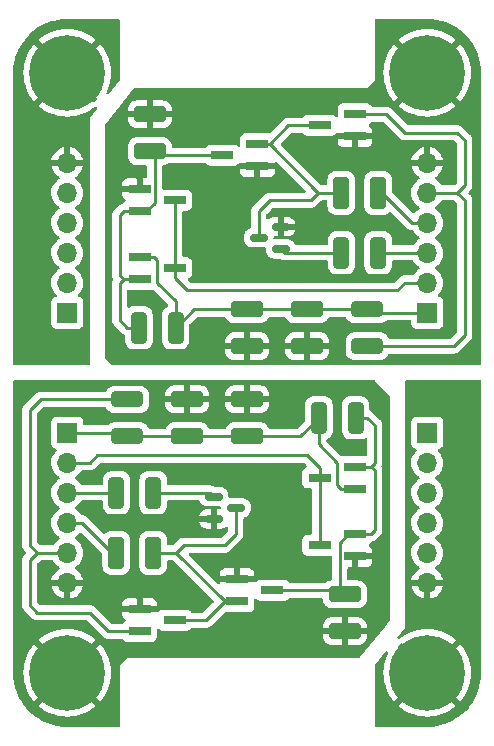
<source format=gbl>
G04 #@! TF.GenerationSoftware,KiCad,Pcbnew,(6.0.9)*
G04 #@! TF.CreationDate,2022-11-27T19:58:19+01:00*
G04 #@! TF.ProjectId,SPI2WS2812,53504932-5753-4323-9831-322e6b696361,rev?*
G04 #@! TF.SameCoordinates,Original*
G04 #@! TF.FileFunction,Copper,L2,Bot*
G04 #@! TF.FilePolarity,Positive*
%FSLAX46Y46*%
G04 Gerber Fmt 4.6, Leading zero omitted, Abs format (unit mm)*
G04 Created by KiCad (PCBNEW (6.0.9)) date 2022-11-27 19:58:19*
%MOMM*%
%LPD*%
G01*
G04 APERTURE LIST*
G04 Aperture macros list*
%AMRoundRect*
0 Rectangle with rounded corners*
0 $1 Rounding radius*
0 $2 $3 $4 $5 $6 $7 $8 $9 X,Y pos of 4 corners*
0 Add a 4 corners polygon primitive as box body*
4,1,4,$2,$3,$4,$5,$6,$7,$8,$9,$2,$3,0*
0 Add four circle primitives for the rounded corners*
1,1,$1+$1,$2,$3*
1,1,$1+$1,$4,$5*
1,1,$1+$1,$6,$7*
1,1,$1+$1,$8,$9*
0 Add four rect primitives between the rounded corners*
20,1,$1+$1,$2,$3,$4,$5,0*
20,1,$1+$1,$4,$5,$6,$7,0*
20,1,$1+$1,$6,$7,$8,$9,0*
20,1,$1+$1,$8,$9,$2,$3,0*%
G04 Aperture macros list end*
G04 #@! TA.AperFunction,SMDPad,CuDef*
%ADD10R,1.900000X0.800000*%
G04 #@! TD*
G04 #@! TA.AperFunction,SMDPad,CuDef*
%ADD11RoundRect,0.250000X0.400000X1.075000X-0.400000X1.075000X-0.400000X-1.075000X0.400000X-1.075000X0*%
G04 #@! TD*
G04 #@! TA.AperFunction,SMDPad,CuDef*
%ADD12RoundRect,0.250000X-1.075000X0.400000X-1.075000X-0.400000X1.075000X-0.400000X1.075000X0.400000X0*%
G04 #@! TD*
G04 #@! TA.AperFunction,SMDPad,CuDef*
%ADD13RoundRect,0.250000X-0.400000X-1.075000X0.400000X-1.075000X0.400000X1.075000X-0.400000X1.075000X0*%
G04 #@! TD*
G04 #@! TA.AperFunction,SMDPad,CuDef*
%ADD14RoundRect,0.250000X1.075000X-0.400000X1.075000X0.400000X-1.075000X0.400000X-1.075000X-0.400000X0*%
G04 #@! TD*
G04 #@! TA.AperFunction,SMDPad,CuDef*
%ADD15RoundRect,0.150000X0.587500X0.150000X-0.587500X0.150000X-0.587500X-0.150000X0.587500X-0.150000X0*%
G04 #@! TD*
G04 #@! TA.AperFunction,SMDPad,CuDef*
%ADD16RoundRect,0.150000X-0.587500X-0.150000X0.587500X-0.150000X0.587500X0.150000X-0.587500X0.150000X0*%
G04 #@! TD*
G04 #@! TA.AperFunction,SMDPad,CuDef*
%ADD17RoundRect,0.250000X1.100000X-0.412500X1.100000X0.412500X-1.100000X0.412500X-1.100000X-0.412500X0*%
G04 #@! TD*
G04 #@! TA.AperFunction,SMDPad,CuDef*
%ADD18RoundRect,0.250000X-1.100000X0.412500X-1.100000X-0.412500X1.100000X-0.412500X1.100000X0.412500X0*%
G04 #@! TD*
G04 #@! TA.AperFunction,SMDPad,CuDef*
%ADD19RoundRect,0.250000X0.412500X1.100000X-0.412500X1.100000X-0.412500X-1.100000X0.412500X-1.100000X0*%
G04 #@! TD*
G04 #@! TA.AperFunction,SMDPad,CuDef*
%ADD20RoundRect,0.250000X-0.412500X-1.100000X0.412500X-1.100000X0.412500X1.100000X-0.412500X1.100000X0*%
G04 #@! TD*
G04 #@! TA.AperFunction,ComponentPad*
%ADD21O,1.700000X1.700000*%
G04 #@! TD*
G04 #@! TA.AperFunction,ComponentPad*
%ADD22R,1.700000X1.700000*%
G04 #@! TD*
G04 #@! TA.AperFunction,ComponentPad*
%ADD23C,6.400000*%
G04 #@! TD*
G04 #@! TA.AperFunction,ComponentPad*
%ADD24C,0.800000*%
G04 #@! TD*
G04 #@! TA.AperFunction,Conductor*
%ADD25C,0.250000*%
G04 #@! TD*
G04 APERTURE END LIST*
D10*
X98020001Y-71754999D03*
X95020001Y-70804999D03*
X95020001Y-72704999D03*
X98020001Y-77469999D03*
X95020001Y-76519999D03*
X95020001Y-78419999D03*
X102005001Y-67944999D03*
X105005001Y-68894999D03*
X105005001Y-66994999D03*
X110260000Y-65405000D03*
X113260000Y-66355000D03*
X113260000Y-64455000D03*
X113260005Y-100015001D03*
X113260005Y-101915001D03*
X110260005Y-100965001D03*
X113260001Y-94299999D03*
X113260001Y-96199999D03*
X110260001Y-95249999D03*
X103275000Y-105725001D03*
X103275000Y-103825001D03*
X106275000Y-104775001D03*
X95020000Y-108265000D03*
X95020000Y-106365000D03*
X98020000Y-107315000D03*
D11*
X94970000Y-82550001D03*
X98070000Y-82550001D03*
D12*
X114300000Y-84100000D03*
X114300000Y-81000000D03*
D11*
X112114999Y-76199999D03*
X115214999Y-76199999D03*
D13*
X110210002Y-90170000D03*
X113310002Y-90170000D03*
D14*
X93980000Y-91720000D03*
X93980000Y-88620000D03*
D13*
X93065002Y-96520001D03*
X96165002Y-96520001D03*
D15*
X105107499Y-74929999D03*
X106982499Y-75879999D03*
X106982499Y-73979999D03*
D16*
X101297501Y-98740003D03*
X101297501Y-96840003D03*
X103172501Y-97790003D03*
D17*
X109220001Y-80987501D03*
X109220001Y-84112501D03*
X104140000Y-80987500D03*
X104140000Y-84112500D03*
D18*
X95885001Y-67602501D03*
X95885001Y-64477501D03*
D19*
X112102501Y-71120001D03*
X115227501Y-71120001D03*
D18*
X99060001Y-88607504D03*
X99060001Y-91732504D03*
X104139999Y-88607501D03*
X104139999Y-91732501D03*
D17*
X112395001Y-108242500D03*
X112395001Y-105117500D03*
D20*
X93052504Y-101600002D03*
X96177504Y-101600002D03*
D21*
X88900000Y-68580000D03*
X88900000Y-71120000D03*
X88900000Y-73660000D03*
X88900000Y-76200000D03*
X88900000Y-78740000D03*
D22*
X88900000Y-81280000D03*
D23*
X119380000Y-111760000D03*
D24*
X117682944Y-113457056D03*
X121780000Y-111760000D03*
X121077056Y-110062944D03*
X116980000Y-111760000D03*
X119380000Y-114160000D03*
X121077056Y-113457056D03*
X117682944Y-110062944D03*
X119380000Y-109360000D03*
X90597056Y-113457056D03*
X88900000Y-109360000D03*
X87202944Y-110062944D03*
X87202944Y-113457056D03*
X88900000Y-114160000D03*
X86500000Y-111760000D03*
X90597056Y-110062944D03*
X91300000Y-111760000D03*
D23*
X88900000Y-111760000D03*
D24*
X87202944Y-59262944D03*
X90597056Y-59262944D03*
D23*
X88900000Y-60960000D03*
D24*
X88900000Y-63360000D03*
X91300000Y-60960000D03*
X88900000Y-58560000D03*
X90597056Y-62657056D03*
X86500000Y-60960000D03*
X87202944Y-62657056D03*
X119380000Y-58560000D03*
X121077056Y-62657056D03*
X117682944Y-62657056D03*
X116980000Y-60960000D03*
X117682944Y-59262944D03*
X121077056Y-59262944D03*
X121780000Y-60960000D03*
X119380000Y-63360000D03*
D23*
X119380000Y-60960000D03*
D21*
X119380000Y-104140000D03*
X119380000Y-101600000D03*
X119380000Y-99060000D03*
X119380000Y-96520000D03*
X119380000Y-93980000D03*
D22*
X119380000Y-91440000D03*
D21*
X88900000Y-104140000D03*
X88900000Y-101600000D03*
X88900000Y-99060000D03*
X88900000Y-96520000D03*
X88900000Y-93980000D03*
D22*
X88900000Y-91440000D03*
D21*
X119380000Y-68580000D03*
X119380000Y-71120000D03*
X119380000Y-73660000D03*
X119380000Y-76200000D03*
X119380000Y-78740000D03*
D22*
X119380000Y-81280000D03*
D25*
X118110000Y-73660000D02*
X119380000Y-73660000D01*
X86360000Y-106680000D02*
X90805000Y-106680000D01*
X85725000Y-106045000D02*
X86360000Y-106680000D01*
X85725000Y-102235000D02*
X85725000Y-106045000D01*
X85725000Y-89535006D02*
X86640002Y-88620004D01*
X85725000Y-100965000D02*
X85725000Y-89535006D01*
X86360000Y-101600000D02*
X85725000Y-100965000D01*
X86360000Y-101600000D02*
X85725000Y-102235000D01*
X88900000Y-101600000D02*
X86360000Y-101600000D01*
X90170003Y-99060001D02*
X88900000Y-99060000D01*
X91440002Y-93345004D02*
X109220000Y-93345004D01*
X109220000Y-93345004D02*
X110260002Y-94385002D01*
X90805006Y-93980000D02*
X91440002Y-93345004D01*
X88900000Y-93980000D02*
X90805006Y-93980000D01*
X110260002Y-94385002D02*
X110260001Y-100965003D01*
X117474998Y-78740000D02*
X119380000Y-78740000D01*
X116839999Y-79374999D02*
X117474998Y-78740000D01*
X99060001Y-79375001D02*
X116839999Y-79374999D01*
X98020000Y-78334999D02*
X99060001Y-79375001D01*
X98019999Y-71754999D02*
X98020000Y-78334999D01*
X121920000Y-66040000D02*
X117475000Y-66040000D01*
X122555000Y-66675000D02*
X121920000Y-66040000D01*
X122555000Y-70485000D02*
X122555000Y-66675000D01*
X122555000Y-71755000D02*
X122555000Y-83185000D01*
X122555000Y-83185000D02*
X121639999Y-84099999D01*
X121920000Y-71120000D02*
X122555000Y-71755000D01*
X121920000Y-71120000D02*
X122555000Y-70485000D01*
X119380000Y-71120000D02*
X121920000Y-71120000D01*
X113260001Y-64454999D02*
X115890000Y-64454999D01*
X115890000Y-64454999D02*
X117475000Y-66040000D01*
X118110000Y-73660000D02*
X115570000Y-71120000D01*
X119380001Y-76200000D02*
X115215001Y-76200001D01*
X119380001Y-81279999D02*
X114579999Y-81279999D01*
X109220001Y-80987500D02*
X104140000Y-80987500D01*
X114579999Y-81279999D02*
X114300001Y-81000001D01*
X114300001Y-81000001D02*
X109232501Y-80999999D01*
X109232501Y-80999999D02*
X109220001Y-80987500D01*
X96520001Y-78740001D02*
X96520000Y-76835000D01*
X96205000Y-76520000D02*
X95020000Y-76520000D01*
X98070001Y-82549999D02*
X98070001Y-80290001D01*
X96520000Y-76835000D02*
X96205000Y-76520000D01*
X99632500Y-80987500D02*
X98070001Y-82549999D01*
X98070001Y-80290001D02*
X96520001Y-78740001D01*
X104140000Y-80987500D02*
X99632500Y-80987500D01*
X114299999Y-84100001D02*
X121639999Y-84099999D01*
X115570000Y-71120000D02*
X115227500Y-71120000D01*
X112115001Y-76200001D02*
X107302499Y-76199999D01*
X107302499Y-76199999D02*
X106982499Y-75879999D01*
X106044999Y-71754999D02*
X109522501Y-71754999D01*
X105107501Y-72692499D02*
X106044999Y-71754999D01*
X110260000Y-65405000D02*
X107622500Y-65405000D01*
X105107499Y-74929999D02*
X105107501Y-72692499D01*
X109522501Y-71754999D02*
X110157501Y-71120001D01*
X105004999Y-66995001D02*
X106032499Y-66995001D01*
X112102500Y-71120001D02*
X110157501Y-71120001D01*
X107622500Y-65405000D02*
X106032499Y-66995001D01*
X106032499Y-66995001D02*
X110157501Y-71120001D01*
X95570000Y-72705000D02*
X96295001Y-71979999D01*
X95020000Y-72705000D02*
X93665001Y-72705000D01*
X93670000Y-78420000D02*
X95019999Y-78419999D01*
X95020000Y-72705000D02*
X95570000Y-72705000D01*
X96295000Y-68012500D02*
X96227499Y-67944999D01*
X93660000Y-78420000D02*
X93979999Y-78419999D01*
X96227499Y-67944999D02*
X102005001Y-67945001D01*
X96295001Y-71979999D02*
X96295000Y-68012500D01*
X93345000Y-78745000D02*
X93670000Y-78420000D01*
X93345000Y-73025001D02*
X93345001Y-78104999D01*
X93665001Y-72705000D02*
X93345000Y-73025001D01*
X93345001Y-81915001D02*
X93345000Y-78745000D01*
X93979999Y-82549999D02*
X93345001Y-81915001D01*
X94970001Y-82549999D02*
X93979999Y-82549999D01*
X93345001Y-78104999D02*
X93660000Y-78420000D01*
X111760001Y-93980000D02*
X111760001Y-95885001D01*
X112075002Y-96200000D02*
X113260004Y-96199998D01*
X93980001Y-91720004D02*
X99047500Y-91720001D01*
X110210001Y-90170002D02*
X110210001Y-92430000D01*
X88900001Y-91440002D02*
X93700003Y-91440002D01*
X111760001Y-95885001D02*
X112075002Y-96200000D01*
X99047500Y-91720001D02*
X99060001Y-91732501D01*
X99060001Y-91732501D02*
X104140002Y-91732501D01*
X93700003Y-91440002D02*
X93980001Y-91720004D01*
X108647500Y-91732500D02*
X110210001Y-90170002D01*
X110210001Y-92430000D02*
X111760001Y-93980000D01*
X104140002Y-91732501D02*
X108647500Y-91732500D01*
X93980001Y-88620004D02*
X86640002Y-88620004D01*
X92390002Y-108265001D02*
X90805000Y-106680000D01*
X95020005Y-108265001D02*
X92390002Y-108265001D01*
X88900001Y-96520001D02*
X93065002Y-96520002D01*
X90170003Y-99060001D02*
X92709999Y-101600001D01*
X92709999Y-101600001D02*
X93052499Y-101600001D01*
X96165002Y-96520002D02*
X100977503Y-96520002D01*
X100977503Y-96520002D02*
X101297501Y-96840003D01*
X102235001Y-100965003D02*
X98757502Y-100965001D01*
X103172501Y-100027502D02*
X102235001Y-100965003D01*
X98020002Y-107315001D02*
X100657501Y-107315000D01*
X103172500Y-97790003D02*
X103172501Y-100027502D01*
X98757502Y-100965001D02*
X98122502Y-101600002D01*
X103275001Y-105725004D02*
X102247504Y-105725002D01*
X96177503Y-101600002D02*
X98122502Y-101600002D01*
X100657501Y-107315000D02*
X102247504Y-105725002D01*
X102247504Y-105725002D02*
X98122502Y-101600002D01*
X112710001Y-100015000D02*
X111985005Y-100740001D01*
X113260000Y-100015000D02*
X114615001Y-100015001D01*
X114609999Y-94300001D02*
X113260002Y-94300004D01*
X113260000Y-100015000D02*
X112710001Y-100015000D01*
X111985001Y-104707500D02*
X112052502Y-104775001D01*
X114620000Y-94300000D02*
X114300002Y-94300004D01*
X112052502Y-104775001D02*
X106275002Y-104775002D01*
X111985005Y-100740001D02*
X111985001Y-104707500D01*
X114935001Y-93975001D02*
X114609999Y-94300001D01*
X114935003Y-99695002D02*
X114935001Y-94615002D01*
X114615001Y-100015001D02*
X114935003Y-99695002D01*
X114935003Y-90805001D02*
X114935001Y-93975001D01*
X114300002Y-90170004D02*
X114935003Y-90805001D01*
X113310000Y-90170001D02*
X114300002Y-90170004D01*
X114935001Y-94615002D02*
X114620000Y-94300000D01*
G04 #@! TA.AperFunction,Conductor*
G36*
X114950931Y-87015002D02*
G01*
X114971905Y-87031905D01*
X116168095Y-88228095D01*
X116202121Y-88290407D01*
X116205000Y-88317190D01*
X116205000Y-107270802D01*
X116184998Y-107338923D01*
X116177391Y-107349512D01*
X115761087Y-107869891D01*
X113702830Y-110442712D01*
X113644657Y-110483410D01*
X113604441Y-110490000D01*
X93980000Y-110490000D01*
X93345000Y-111125000D01*
X93345000Y-116205500D01*
X93324998Y-116273621D01*
X93271342Y-116320114D01*
X93219000Y-116331500D01*
X88949367Y-116331500D01*
X88929982Y-116330000D01*
X88915149Y-116327690D01*
X88915145Y-116327690D01*
X88906276Y-116326309D01*
X88885817Y-116328984D01*
X88863992Y-116329928D01*
X88507063Y-116314344D01*
X88496114Y-116313386D01*
X88111621Y-116262767D01*
X88100795Y-116260858D01*
X87722178Y-116176920D01*
X87711561Y-116174075D01*
X87541298Y-116120392D01*
X87341698Y-116057458D01*
X87331385Y-116053705D01*
X86973068Y-115905285D01*
X86963124Y-115900647D01*
X86619132Y-115721576D01*
X86609613Y-115716081D01*
X86282532Y-115507708D01*
X86273528Y-115501403D01*
X85965862Y-115265322D01*
X85957442Y-115258257D01*
X85671517Y-114996256D01*
X85663744Y-114988483D01*
X85653339Y-114977127D01*
X85401743Y-114702558D01*
X85394678Y-114694138D01*
X85289744Y-114557386D01*
X86467759Y-114557386D01*
X86475216Y-114567753D01*
X86714935Y-114761874D01*
X86720272Y-114765751D01*
X87040685Y-114973830D01*
X87046394Y-114977127D01*
X87386811Y-115150578D01*
X87392836Y-115153260D01*
X87749502Y-115290171D01*
X87755784Y-115292212D01*
X88124816Y-115391094D01*
X88131266Y-115392465D01*
X88508629Y-115452234D01*
X88515167Y-115452920D01*
X88896699Y-115472916D01*
X88903301Y-115472916D01*
X89284833Y-115452920D01*
X89291371Y-115452234D01*
X89668734Y-115392465D01*
X89675184Y-115391094D01*
X90044216Y-115292212D01*
X90050498Y-115290171D01*
X90407164Y-115153260D01*
X90413189Y-115150578D01*
X90753606Y-114977127D01*
X90759315Y-114973830D01*
X91079728Y-114765751D01*
X91085065Y-114761874D01*
X91323835Y-114568522D01*
X91332300Y-114556267D01*
X91325966Y-114545176D01*
X88912812Y-112132022D01*
X88898868Y-112124408D01*
X88897035Y-112124539D01*
X88890420Y-112128790D01*
X86474900Y-114544310D01*
X86467759Y-114557386D01*
X85289744Y-114557386D01*
X85158597Y-114386472D01*
X85152292Y-114377468D01*
X84943919Y-114050387D01*
X84938423Y-114040867D01*
X84759353Y-113696876D01*
X84754711Y-113686923D01*
X84606298Y-113328623D01*
X84602539Y-113318294D01*
X84485925Y-112948439D01*
X84483080Y-112937822D01*
X84399142Y-112559205D01*
X84397233Y-112548379D01*
X84346614Y-112163886D01*
X84345656Y-112152936D01*
X84330561Y-111807208D01*
X84332188Y-111780805D01*
X84332769Y-111777352D01*
X84332770Y-111777345D01*
X84333576Y-111772552D01*
X84333689Y-111763301D01*
X85187084Y-111763301D01*
X85207080Y-112144833D01*
X85207766Y-112151371D01*
X85267535Y-112528734D01*
X85268906Y-112535184D01*
X85367788Y-112904216D01*
X85369829Y-112910498D01*
X85506740Y-113267164D01*
X85509422Y-113273189D01*
X85682872Y-113613603D01*
X85686169Y-113619313D01*
X85894253Y-113939735D01*
X85898123Y-113945061D01*
X86091478Y-114183835D01*
X86103733Y-114192300D01*
X86114824Y-114185966D01*
X88527978Y-111772812D01*
X88534356Y-111761132D01*
X89264408Y-111761132D01*
X89264539Y-111762965D01*
X89268790Y-111769580D01*
X91684310Y-114185100D01*
X91697386Y-114192241D01*
X91707753Y-114184784D01*
X91901877Y-113945061D01*
X91905747Y-113939735D01*
X92113831Y-113619313D01*
X92117128Y-113613603D01*
X92290578Y-113273189D01*
X92293260Y-113267164D01*
X92430171Y-112910498D01*
X92432212Y-112904216D01*
X92531094Y-112535184D01*
X92532465Y-112528734D01*
X92592234Y-112151371D01*
X92592920Y-112144833D01*
X92612916Y-111763301D01*
X92612916Y-111756699D01*
X92592920Y-111375167D01*
X92592234Y-111368629D01*
X92532465Y-110991266D01*
X92531094Y-110984816D01*
X92432212Y-110615784D01*
X92430171Y-110609502D01*
X92293260Y-110252836D01*
X92290578Y-110246811D01*
X92117128Y-109906397D01*
X92113831Y-109900687D01*
X91905747Y-109580265D01*
X91901877Y-109574939D01*
X91708522Y-109336165D01*
X91696267Y-109327700D01*
X91685176Y-109334034D01*
X89272022Y-111747188D01*
X89264408Y-111761132D01*
X88534356Y-111761132D01*
X88535592Y-111758868D01*
X88535461Y-111757035D01*
X88531210Y-111750420D01*
X86115690Y-109334900D01*
X86102614Y-109327759D01*
X86092247Y-109335216D01*
X85898123Y-109574939D01*
X85894253Y-109580265D01*
X85686169Y-109900687D01*
X85682872Y-109906397D01*
X85509422Y-110246811D01*
X85506740Y-110252836D01*
X85369829Y-110609502D01*
X85367788Y-110615784D01*
X85268906Y-110984816D01*
X85267535Y-110991266D01*
X85207766Y-111368629D01*
X85207080Y-111375167D01*
X85187084Y-111756699D01*
X85187084Y-111763301D01*
X84333689Y-111763301D01*
X84333729Y-111760000D01*
X84329773Y-111732376D01*
X84328500Y-111714514D01*
X84328500Y-108963733D01*
X86467700Y-108963733D01*
X86474034Y-108974824D01*
X88887188Y-111387978D01*
X88901132Y-111395592D01*
X88902965Y-111395461D01*
X88909580Y-111391210D01*
X91325100Y-108975690D01*
X91332241Y-108962614D01*
X91324784Y-108952247D01*
X91085065Y-108758126D01*
X91079728Y-108754249D01*
X90759315Y-108546170D01*
X90753606Y-108542873D01*
X90413189Y-108369422D01*
X90407164Y-108366740D01*
X90050498Y-108229829D01*
X90044216Y-108227788D01*
X89675184Y-108128906D01*
X89668734Y-108127535D01*
X89291371Y-108067766D01*
X89284833Y-108067080D01*
X88903301Y-108047084D01*
X88896699Y-108047084D01*
X88515167Y-108067080D01*
X88508629Y-108067766D01*
X88131266Y-108127535D01*
X88124816Y-108128906D01*
X87755784Y-108227788D01*
X87749502Y-108229829D01*
X87392836Y-108366740D01*
X87386811Y-108369422D01*
X87046397Y-108542872D01*
X87040687Y-108546169D01*
X86720265Y-108754253D01*
X86714939Y-108758123D01*
X86476165Y-108951478D01*
X86467700Y-108963733D01*
X84328500Y-108963733D01*
X84328500Y-102214943D01*
X85086780Y-102214943D01*
X85087526Y-102222835D01*
X85090941Y-102258961D01*
X85091500Y-102270819D01*
X85091500Y-105966233D01*
X85090973Y-105977416D01*
X85089298Y-105984909D01*
X85089547Y-105992835D01*
X85089547Y-105992836D01*
X85091438Y-106052986D01*
X85091500Y-106056945D01*
X85091500Y-106084856D01*
X85091997Y-106088790D01*
X85091997Y-106088791D01*
X85092005Y-106088856D01*
X85092938Y-106100693D01*
X85094327Y-106144889D01*
X85098599Y-106159593D01*
X85099978Y-106164339D01*
X85103987Y-106183700D01*
X85106526Y-106203797D01*
X85109445Y-106211168D01*
X85109445Y-106211170D01*
X85122804Y-106244912D01*
X85126649Y-106256142D01*
X85134017Y-106281502D01*
X85138982Y-106298593D01*
X85143015Y-106305412D01*
X85143017Y-106305417D01*
X85149293Y-106316028D01*
X85157988Y-106333776D01*
X85165448Y-106352617D01*
X85170110Y-106359033D01*
X85170110Y-106359034D01*
X85191436Y-106388387D01*
X85197952Y-106398307D01*
X85220458Y-106436362D01*
X85234779Y-106450683D01*
X85247619Y-106465716D01*
X85259528Y-106482107D01*
X85265634Y-106487158D01*
X85293605Y-106510298D01*
X85302384Y-106518288D01*
X85856343Y-107072247D01*
X85863887Y-107080537D01*
X85868000Y-107087018D01*
X85873777Y-107092443D01*
X85917667Y-107133658D01*
X85920509Y-107136413D01*
X85940231Y-107156135D01*
X85943355Y-107158558D01*
X85943359Y-107158562D01*
X85943424Y-107158612D01*
X85952445Y-107166317D01*
X85984679Y-107196586D01*
X85991627Y-107200405D01*
X85991629Y-107200407D01*
X86002432Y-107206346D01*
X86018959Y-107217202D01*
X86028698Y-107224757D01*
X86028700Y-107224758D01*
X86034960Y-107229614D01*
X86075540Y-107247174D01*
X86086188Y-107252391D01*
X86124940Y-107273695D01*
X86132616Y-107275666D01*
X86132619Y-107275667D01*
X86144562Y-107278733D01*
X86163267Y-107285137D01*
X86181855Y-107293181D01*
X86189678Y-107294420D01*
X86189688Y-107294423D01*
X86225524Y-107300099D01*
X86237144Y-107302505D01*
X86272289Y-107311528D01*
X86279970Y-107313500D01*
X86300224Y-107313500D01*
X86319934Y-107315051D01*
X86339943Y-107318220D01*
X86347835Y-107317474D01*
X86383961Y-107314059D01*
X86395819Y-107313500D01*
X90490404Y-107313500D01*
X90558525Y-107333502D01*
X90579499Y-107350404D01*
X91886352Y-108657255D01*
X91893890Y-108665539D01*
X91898002Y-108672019D01*
X91945403Y-108716531D01*
X91947669Y-108718659D01*
X91950511Y-108721414D01*
X91970233Y-108741136D01*
X91973357Y-108743559D01*
X91973361Y-108743563D01*
X91973426Y-108743613D01*
X91982447Y-108751318D01*
X92014681Y-108781587D01*
X92021629Y-108785406D01*
X92021631Y-108785408D01*
X92032434Y-108791347D01*
X92048961Y-108802203D01*
X92058700Y-108809758D01*
X92058702Y-108809759D01*
X92064962Y-108814615D01*
X92105536Y-108832173D01*
X92116194Y-108837394D01*
X92154942Y-108858696D01*
X92174574Y-108863737D01*
X92193266Y-108870137D01*
X92211858Y-108878182D01*
X92255527Y-108885098D01*
X92267147Y-108887505D01*
X92286866Y-108892568D01*
X92302295Y-108896530D01*
X92302296Y-108896530D01*
X92309972Y-108898501D01*
X92330226Y-108898501D01*
X92349938Y-108900052D01*
X92369945Y-108903221D01*
X92377837Y-108902475D01*
X92413963Y-108899060D01*
X92425821Y-108898501D01*
X93546462Y-108898501D01*
X93614583Y-108918503D01*
X93647288Y-108948936D01*
X93649770Y-108952247D01*
X93706739Y-109028261D01*
X93823295Y-109115615D01*
X93959684Y-109166745D01*
X94021866Y-109173500D01*
X96018134Y-109173500D01*
X96080316Y-109166745D01*
X96216705Y-109115615D01*
X96333261Y-109028261D01*
X96420615Y-108911705D01*
X96471745Y-108775316D01*
X96478500Y-108713134D01*
X96478500Y-108702095D01*
X110537002Y-108702095D01*
X110537339Y-108708614D01*
X110547258Y-108804206D01*
X110550150Y-108817600D01*
X110601589Y-108971784D01*
X110607762Y-108984962D01*
X110693064Y-109122807D01*
X110702100Y-109134208D01*
X110816830Y-109248739D01*
X110828241Y-109257751D01*
X110966244Y-109342816D01*
X110979425Y-109348963D01*
X111133711Y-109400138D01*
X111147087Y-109403005D01*
X111241439Y-109412672D01*
X111247855Y-109413000D01*
X112122886Y-109413000D01*
X112138125Y-109408525D01*
X112139330Y-109407135D01*
X112141001Y-109399452D01*
X112141001Y-109394884D01*
X112649001Y-109394884D01*
X112653476Y-109410123D01*
X112654866Y-109411328D01*
X112662549Y-109412999D01*
X113542096Y-109412999D01*
X113548615Y-109412662D01*
X113644207Y-109402743D01*
X113657601Y-109399851D01*
X113811785Y-109348412D01*
X113824963Y-109342239D01*
X113962808Y-109256937D01*
X113974209Y-109247901D01*
X114088740Y-109133171D01*
X114097752Y-109121760D01*
X114182817Y-108983757D01*
X114188964Y-108970576D01*
X114240139Y-108816290D01*
X114243006Y-108802914D01*
X114252673Y-108708562D01*
X114253001Y-108702146D01*
X114253001Y-108514615D01*
X114248526Y-108499376D01*
X114247136Y-108498171D01*
X114239453Y-108496500D01*
X112667116Y-108496500D01*
X112651877Y-108500975D01*
X112650672Y-108502365D01*
X112649001Y-108510048D01*
X112649001Y-109394884D01*
X112141001Y-109394884D01*
X112141001Y-108514615D01*
X112136526Y-108499376D01*
X112135136Y-108498171D01*
X112127453Y-108496500D01*
X110555117Y-108496500D01*
X110539878Y-108500975D01*
X110538673Y-108502365D01*
X110537002Y-108510048D01*
X110537002Y-108702095D01*
X96478500Y-108702095D01*
X96478500Y-108151941D01*
X96498502Y-108083820D01*
X96552158Y-108037327D01*
X96622432Y-108027223D01*
X96687012Y-108056717D01*
X96694734Y-108065005D01*
X96695008Y-108064731D01*
X96701357Y-108071080D01*
X96706739Y-108078261D01*
X96823295Y-108165615D01*
X96959684Y-108216745D01*
X97021866Y-108223500D01*
X99018134Y-108223500D01*
X99080316Y-108216745D01*
X99216705Y-108165615D01*
X99333261Y-108078261D01*
X99343401Y-108064731D01*
X99392713Y-107998935D01*
X99430896Y-107970385D01*
X110537001Y-107970385D01*
X110541476Y-107985624D01*
X110542866Y-107986829D01*
X110550549Y-107988500D01*
X112122886Y-107988500D01*
X112138125Y-107984025D01*
X112139330Y-107982635D01*
X112141001Y-107974952D01*
X112141001Y-107970385D01*
X112649001Y-107970385D01*
X112653476Y-107985624D01*
X112654866Y-107986829D01*
X112662549Y-107988500D01*
X114234885Y-107988500D01*
X114250124Y-107984025D01*
X114251329Y-107982635D01*
X114253000Y-107974952D01*
X114253000Y-107782905D01*
X114252663Y-107776386D01*
X114242744Y-107680794D01*
X114239852Y-107667400D01*
X114188413Y-107513216D01*
X114182240Y-107500038D01*
X114096938Y-107362193D01*
X114087902Y-107350792D01*
X113973172Y-107236261D01*
X113961761Y-107227249D01*
X113823758Y-107142184D01*
X113810577Y-107136037D01*
X113656291Y-107084862D01*
X113642915Y-107081995D01*
X113548563Y-107072328D01*
X113542146Y-107072000D01*
X112667116Y-107072000D01*
X112651877Y-107076475D01*
X112650672Y-107077865D01*
X112649001Y-107085548D01*
X112649001Y-107970385D01*
X112141001Y-107970385D01*
X112141001Y-107090116D01*
X112136526Y-107074877D01*
X112135136Y-107073672D01*
X112127453Y-107072001D01*
X111247906Y-107072001D01*
X111241387Y-107072338D01*
X111145795Y-107082257D01*
X111132401Y-107085149D01*
X110978217Y-107136588D01*
X110965039Y-107142761D01*
X110827194Y-107228063D01*
X110815793Y-107237099D01*
X110701262Y-107351829D01*
X110692250Y-107363240D01*
X110607185Y-107501243D01*
X110601038Y-107514424D01*
X110549863Y-107668710D01*
X110546996Y-107682086D01*
X110537329Y-107776438D01*
X110537001Y-107782855D01*
X110537001Y-107970385D01*
X99430896Y-107970385D01*
X99449573Y-107956420D01*
X99493539Y-107948500D01*
X100578733Y-107948500D01*
X100589916Y-107949027D01*
X100597409Y-107950702D01*
X100605335Y-107950453D01*
X100605336Y-107950453D01*
X100665498Y-107948562D01*
X100669456Y-107948500D01*
X100697357Y-107948500D01*
X100701348Y-107947996D01*
X100713182Y-107947064D01*
X100757389Y-107945674D01*
X100765003Y-107943462D01*
X100765008Y-107943461D01*
X100776841Y-107940023D01*
X100796206Y-107936012D01*
X100808439Y-107934467D01*
X100808441Y-107934467D01*
X100816298Y-107933474D01*
X100823663Y-107930558D01*
X100823667Y-107930557D01*
X100857403Y-107917200D01*
X100868633Y-107913355D01*
X100903480Y-107903231D01*
X100903482Y-107903230D01*
X100911093Y-107901019D01*
X100928532Y-107890705D01*
X100946281Y-107882010D01*
X100965118Y-107874552D01*
X100971531Y-107869892D01*
X100971534Y-107869891D01*
X100987846Y-107858039D01*
X101000882Y-107848568D01*
X101010799Y-107842054D01*
X101042040Y-107823579D01*
X101042045Y-107823575D01*
X101048863Y-107819543D01*
X101063188Y-107805218D01*
X101078220Y-107792379D01*
X101094608Y-107780472D01*
X101122784Y-107746413D01*
X101130774Y-107737632D01*
X102198005Y-106670405D01*
X102260317Y-106636380D01*
X102287100Y-106633501D01*
X104273134Y-106633501D01*
X104335316Y-106626746D01*
X104471705Y-106575616D01*
X104588261Y-106488262D01*
X104675615Y-106371706D01*
X104726745Y-106235317D01*
X104733500Y-106173135D01*
X104733500Y-105611942D01*
X104753502Y-105543821D01*
X104807158Y-105497328D01*
X104877432Y-105487224D01*
X104942012Y-105516718D01*
X104949734Y-105525006D01*
X104950008Y-105524732D01*
X104956357Y-105531081D01*
X104961739Y-105538262D01*
X105078295Y-105625616D01*
X105214684Y-105676746D01*
X105276866Y-105683501D01*
X107273134Y-105683501D01*
X107335316Y-105676746D01*
X107471705Y-105625616D01*
X107588261Y-105538262D01*
X107618940Y-105497328D01*
X107647712Y-105458937D01*
X107704571Y-105416422D01*
X107748538Y-105408502D01*
X108681357Y-105408502D01*
X110410501Y-105408501D01*
X110478622Y-105428503D01*
X110525115Y-105482159D01*
X110536501Y-105534501D01*
X110536501Y-105580400D01*
X110536838Y-105583646D01*
X110536838Y-105583650D01*
X110546498Y-105676746D01*
X110547475Y-105686166D01*
X110549656Y-105692702D01*
X110549656Y-105692704D01*
X110575121Y-105769032D01*
X110603451Y-105853946D01*
X110696523Y-106004348D01*
X110821698Y-106129305D01*
X110827928Y-106133145D01*
X110827929Y-106133146D01*
X110965091Y-106217694D01*
X110972263Y-106222115D01*
X111040994Y-106244912D01*
X111133612Y-106275632D01*
X111133614Y-106275632D01*
X111140140Y-106277797D01*
X111146976Y-106278497D01*
X111146979Y-106278498D01*
X111190032Y-106282909D01*
X111244601Y-106288500D01*
X113545401Y-106288500D01*
X113548647Y-106288163D01*
X113548651Y-106288163D01*
X113644309Y-106278238D01*
X113644313Y-106278237D01*
X113651167Y-106277526D01*
X113657703Y-106275345D01*
X113657705Y-106275345D01*
X113808558Y-106225016D01*
X113818947Y-106221550D01*
X113969349Y-106128478D01*
X114094306Y-106003303D01*
X114111717Y-105975058D01*
X114183276Y-105858968D01*
X114183277Y-105858966D01*
X114187116Y-105852738D01*
X114242798Y-105684861D01*
X114243630Y-105676746D01*
X114253173Y-105583598D01*
X114253501Y-105580400D01*
X114253501Y-104654600D01*
X114253164Y-104651350D01*
X114243239Y-104555692D01*
X114243238Y-104555688D01*
X114242527Y-104548834D01*
X114186551Y-104381054D01*
X114093479Y-104230652D01*
X113968304Y-104105695D01*
X113958596Y-104099711D01*
X113823969Y-104016725D01*
X113823967Y-104016724D01*
X113817739Y-104012885D01*
X113657255Y-103959655D01*
X113656390Y-103959368D01*
X113656388Y-103959368D01*
X113649862Y-103957203D01*
X113643026Y-103956503D01*
X113643023Y-103956502D01*
X113599970Y-103952091D01*
X113545401Y-103946500D01*
X112744502Y-103946500D01*
X112676381Y-103926498D01*
X112629888Y-103872842D01*
X112618502Y-103820500D01*
X112618503Y-103448500D01*
X112618503Y-102949001D01*
X112638505Y-102880880D01*
X112692161Y-102834387D01*
X112744503Y-102823001D01*
X112987890Y-102823001D01*
X113003129Y-102818526D01*
X113004334Y-102817136D01*
X113006005Y-102809453D01*
X113006005Y-102804885D01*
X113514005Y-102804885D01*
X113518480Y-102820124D01*
X113519870Y-102821329D01*
X113527553Y-102823000D01*
X114254674Y-102823000D01*
X114261495Y-102822630D01*
X114312357Y-102817106D01*
X114327609Y-102813480D01*
X114448059Y-102768325D01*
X114463654Y-102759787D01*
X114565729Y-102683286D01*
X114578290Y-102670725D01*
X114654791Y-102568650D01*
X114663329Y-102553055D01*
X114708483Y-102432607D01*
X114712110Y-102417352D01*
X114717636Y-102366487D01*
X114718005Y-102359673D01*
X114718005Y-102187116D01*
X114713530Y-102171877D01*
X114712140Y-102170672D01*
X114704457Y-102169001D01*
X113532120Y-102169001D01*
X113516881Y-102173476D01*
X113515676Y-102174866D01*
X113514005Y-102182549D01*
X113514005Y-102804885D01*
X113006005Y-102804885D01*
X113006005Y-101787001D01*
X113026007Y-101718880D01*
X113079663Y-101672387D01*
X113132005Y-101661001D01*
X114699889Y-101661001D01*
X114715128Y-101656526D01*
X114716333Y-101655136D01*
X114718004Y-101647453D01*
X114718004Y-101470332D01*
X114717634Y-101463511D01*
X114712110Y-101412649D01*
X114708484Y-101397397D01*
X114663329Y-101276947D01*
X114654791Y-101261352D01*
X114578290Y-101159277D01*
X114565729Y-101146716D01*
X114458216Y-101066140D01*
X114415701Y-101009281D01*
X114410675Y-100938463D01*
X114444735Y-100876169D01*
X114458215Y-100864488D01*
X114490219Y-100840502D01*
X114573266Y-100778262D01*
X114597137Y-100746411D01*
X114637154Y-100693017D01*
X114694014Y-100650502D01*
X114712058Y-100645764D01*
X114714887Y-100645675D01*
X114734342Y-100640023D01*
X114753701Y-100636014D01*
X114773798Y-100633475D01*
X114814908Y-100617199D01*
X114826134Y-100613356D01*
X114860974Y-100603233D01*
X114868591Y-100601020D01*
X114875414Y-100596985D01*
X114886032Y-100590706D01*
X114903782Y-100582011D01*
X114915246Y-100577472D01*
X114915248Y-100577471D01*
X114922618Y-100574553D01*
X114958377Y-100548572D01*
X114968302Y-100542052D01*
X114999538Y-100523580D01*
X115006361Y-100519545D01*
X115020687Y-100505219D01*
X115035714Y-100492384D01*
X115052108Y-100480473D01*
X115080296Y-100446400D01*
X115088274Y-100437633D01*
X115146925Y-100378983D01*
X115263346Y-100262562D01*
X115327257Y-100198652D01*
X115335542Y-100191114D01*
X115342021Y-100187002D01*
X115388650Y-100137347D01*
X115391404Y-100134506D01*
X115411136Y-100114774D01*
X115413561Y-100111648D01*
X115413573Y-100111634D01*
X115413621Y-100111572D01*
X115421328Y-100102549D01*
X115446158Y-100076107D01*
X115446160Y-100076104D01*
X115451589Y-100070323D01*
X115455408Y-100063377D01*
X115461350Y-100052569D01*
X115472201Y-100036051D01*
X115479757Y-100026309D01*
X115479759Y-100026305D01*
X115484615Y-100020045D01*
X115502179Y-99979459D01*
X115507386Y-99968829D01*
X115528698Y-99930062D01*
X115533738Y-99910431D01*
X115540137Y-99891743D01*
X115548183Y-99873150D01*
X115555101Y-99829474D01*
X115557504Y-99817870D01*
X115568503Y-99775032D01*
X115568503Y-99754781D01*
X115570054Y-99735069D01*
X115571983Y-99722890D01*
X115573223Y-99715062D01*
X115569062Y-99671040D01*
X115568503Y-99659183D01*
X115568502Y-95947612D01*
X115568501Y-94693766D01*
X115569028Y-94682582D01*
X115570702Y-94675094D01*
X115568563Y-94607035D01*
X115568501Y-94603078D01*
X115568501Y-94575146D01*
X115567995Y-94571140D01*
X115567062Y-94559294D01*
X115566534Y-94542469D01*
X115565674Y-94515113D01*
X115560022Y-94495659D01*
X115556014Y-94476302D01*
X115554469Y-94464072D01*
X115554469Y-94464071D01*
X115553475Y-94456205D01*
X115550556Y-94448832D01*
X115537197Y-94415090D01*
X115533352Y-94403860D01*
X115523230Y-94369019D01*
X115523230Y-94369018D01*
X115521019Y-94361409D01*
X115516985Y-94354588D01*
X115513835Y-94347309D01*
X115515768Y-94346472D01*
X115501002Y-94288264D01*
X115516500Y-94232245D01*
X115524875Y-94217011D01*
X115528696Y-94210061D01*
X115533735Y-94190435D01*
X115540136Y-94171741D01*
X115545034Y-94160423D01*
X115545034Y-94160422D01*
X115548182Y-94153148D01*
X115555099Y-94109475D01*
X115557507Y-94097850D01*
X115566529Y-94062710D01*
X115568501Y-94055031D01*
X115568501Y-94034779D01*
X115570052Y-94015068D01*
X115571981Y-94002889D01*
X115573221Y-93995060D01*
X115569060Y-93951042D01*
X115568501Y-93939184D01*
X115568503Y-90883766D01*
X115569030Y-90872583D01*
X115570705Y-90865090D01*
X115569932Y-90840483D01*
X115568565Y-90797012D01*
X115568503Y-90793053D01*
X115568503Y-90765145D01*
X115567998Y-90761144D01*
X115567065Y-90749301D01*
X115566329Y-90725867D01*
X115565676Y-90705109D01*
X115560026Y-90685663D01*
X115556017Y-90666303D01*
X115554471Y-90654069D01*
X115554470Y-90654065D01*
X115553477Y-90646204D01*
X115550561Y-90638840D01*
X115550560Y-90638835D01*
X115537200Y-90605093D01*
X115533354Y-90593860D01*
X115521020Y-90551406D01*
X115510709Y-90533972D01*
X115502010Y-90516214D01*
X115497473Y-90504755D01*
X115494555Y-90497384D01*
X115468568Y-90461615D01*
X115462052Y-90451695D01*
X115457312Y-90443680D01*
X115439544Y-90413637D01*
X115433939Y-90408033D01*
X115433935Y-90408027D01*
X115425221Y-90399313D01*
X115412380Y-90384279D01*
X115405137Y-90374310D01*
X115405134Y-90374307D01*
X115400475Y-90367894D01*
X115366413Y-90339715D01*
X115357634Y-90331727D01*
X114803652Y-89777749D01*
X114796114Y-89769465D01*
X114792003Y-89762987D01*
X114742330Y-89716341D01*
X114739489Y-89713587D01*
X114719770Y-89693868D01*
X114716580Y-89691394D01*
X114707560Y-89683690D01*
X114681105Y-89658847D01*
X114675325Y-89653419D01*
X114668373Y-89649597D01*
X114657569Y-89643657D01*
X114641051Y-89632807D01*
X114625041Y-89620389D01*
X114584468Y-89602832D01*
X114573812Y-89597612D01*
X114535064Y-89576310D01*
X114536584Y-89573546D01*
X114492147Y-89538876D01*
X114468502Y-89465395D01*
X114468502Y-89044600D01*
X114457528Y-88938834D01*
X114401552Y-88771054D01*
X114308480Y-88620652D01*
X114183305Y-88495695D01*
X114177074Y-88491854D01*
X114038970Y-88406725D01*
X114038968Y-88406724D01*
X114032740Y-88402885D01*
X113952997Y-88376436D01*
X113871391Y-88349368D01*
X113871389Y-88349368D01*
X113864863Y-88347203D01*
X113858027Y-88346503D01*
X113858024Y-88346502D01*
X113814971Y-88342091D01*
X113760402Y-88336500D01*
X112859602Y-88336500D01*
X112856356Y-88336837D01*
X112856352Y-88336837D01*
X112760694Y-88346762D01*
X112760690Y-88346763D01*
X112753836Y-88347474D01*
X112747300Y-88349655D01*
X112747298Y-88349655D01*
X112615196Y-88393728D01*
X112586056Y-88403450D01*
X112435654Y-88496522D01*
X112310697Y-88621697D01*
X112217887Y-88772262D01*
X112162205Y-88940139D01*
X112151502Y-89044600D01*
X112151502Y-91295400D01*
X112162476Y-91401166D01*
X112218452Y-91568946D01*
X112311524Y-91719348D01*
X112436699Y-91844305D01*
X112442929Y-91848145D01*
X112442930Y-91848146D01*
X112580092Y-91932694D01*
X112587264Y-91937115D01*
X112610292Y-91944753D01*
X112748613Y-91990632D01*
X112748615Y-91990632D01*
X112755141Y-91992797D01*
X112761977Y-91993497D01*
X112761980Y-91993498D01*
X112805033Y-91997909D01*
X112859602Y-92003500D01*
X113760402Y-92003500D01*
X113763648Y-92003163D01*
X113763652Y-92003163D01*
X113859310Y-91993238D01*
X113859314Y-91993237D01*
X113866168Y-91992526D01*
X113872704Y-91990345D01*
X113872706Y-91990345D01*
X114024036Y-91939857D01*
X114033948Y-91936550D01*
X114109199Y-91889983D01*
X114177651Y-91871145D01*
X114245420Y-91892306D01*
X114290992Y-91946747D01*
X114301502Y-91997126D01*
X114301501Y-92635431D01*
X114301501Y-93265499D01*
X114281499Y-93333620D01*
X114227843Y-93380113D01*
X114175501Y-93391499D01*
X112261867Y-93391499D01*
X112199685Y-93398254D01*
X112185938Y-93403407D01*
X112184347Y-93404004D01*
X112113540Y-93409187D01*
X112051022Y-93375117D01*
X111474406Y-92798500D01*
X110880406Y-92204500D01*
X110846380Y-92142188D01*
X110843501Y-92115405D01*
X110843501Y-92057516D01*
X110863503Y-91989395D01*
X110917159Y-91942902D01*
X110924890Y-91939857D01*
X110927004Y-91938867D01*
X110933948Y-91936550D01*
X110957524Y-91921961D01*
X111078122Y-91847332D01*
X111084350Y-91843478D01*
X111209307Y-91718303D01*
X111302117Y-91567738D01*
X111357799Y-91399861D01*
X111368502Y-91295400D01*
X111368502Y-89044600D01*
X111357528Y-88938834D01*
X111301552Y-88771054D01*
X111208480Y-88620652D01*
X111083305Y-88495695D01*
X111077074Y-88491854D01*
X110938970Y-88406725D01*
X110938968Y-88406724D01*
X110932740Y-88402885D01*
X110852997Y-88376436D01*
X110771391Y-88349368D01*
X110771389Y-88349368D01*
X110764863Y-88347203D01*
X110758027Y-88346503D01*
X110758024Y-88346502D01*
X110714971Y-88342091D01*
X110660402Y-88336500D01*
X109759602Y-88336500D01*
X109756356Y-88336837D01*
X109756352Y-88336837D01*
X109660694Y-88346762D01*
X109660690Y-88346763D01*
X109653836Y-88347474D01*
X109647300Y-88349655D01*
X109647298Y-88349655D01*
X109515196Y-88393728D01*
X109486056Y-88403450D01*
X109335654Y-88496522D01*
X109210697Y-88621697D01*
X109117887Y-88772262D01*
X109062205Y-88940139D01*
X109051502Y-89044600D01*
X109051502Y-90380405D01*
X109031500Y-90448526D01*
X109014597Y-90469500D01*
X108858516Y-90625581D01*
X108422000Y-91062096D01*
X108359688Y-91096121D01*
X108332905Y-91099000D01*
X107502044Y-91099000D01*
X106056685Y-91099001D01*
X105988564Y-91078999D01*
X105942071Y-91025343D01*
X105937161Y-91012876D01*
X105933868Y-91003005D01*
X105933865Y-91002998D01*
X105931549Y-90996055D01*
X105838477Y-90845653D01*
X105713302Y-90720696D01*
X105700869Y-90713032D01*
X105568967Y-90631726D01*
X105568965Y-90631725D01*
X105562737Y-90627886D01*
X105402250Y-90574655D01*
X105401388Y-90574369D01*
X105401386Y-90574369D01*
X105394860Y-90572204D01*
X105388024Y-90571504D01*
X105388021Y-90571503D01*
X105344968Y-90567092D01*
X105290399Y-90561501D01*
X102989599Y-90561501D01*
X102986353Y-90561838D01*
X102986349Y-90561838D01*
X102890691Y-90571763D01*
X102890687Y-90571764D01*
X102883833Y-90572475D01*
X102877297Y-90574656D01*
X102877295Y-90574656D01*
X102786065Y-90605093D01*
X102716053Y-90628451D01*
X102565651Y-90721523D01*
X102440694Y-90846698D01*
X102347884Y-90997263D01*
X102345579Y-91004211D01*
X102345579Y-91004212D01*
X102342773Y-91012671D01*
X102302341Y-91071030D01*
X102236776Y-91098265D01*
X102223181Y-91099001D01*
X100976686Y-91099001D01*
X100908565Y-91078999D01*
X100862072Y-91025343D01*
X100857163Y-91012880D01*
X100857162Y-91012876D01*
X100851551Y-90996058D01*
X100758479Y-90845656D01*
X100633304Y-90720699D01*
X100627068Y-90716855D01*
X100488969Y-90631729D01*
X100488967Y-90631728D01*
X100482739Y-90627889D01*
X100322243Y-90574655D01*
X100321390Y-90574372D01*
X100321388Y-90574372D01*
X100314862Y-90572207D01*
X100308026Y-90571507D01*
X100308023Y-90571506D01*
X100264970Y-90567095D01*
X100210401Y-90561504D01*
X97909601Y-90561504D01*
X97906355Y-90561841D01*
X97906351Y-90561841D01*
X97810693Y-90571766D01*
X97810689Y-90571767D01*
X97803835Y-90572478D01*
X97797299Y-90574659D01*
X97797297Y-90574659D01*
X97706076Y-90605093D01*
X97636055Y-90628454D01*
X97485653Y-90721526D01*
X97360696Y-90846701D01*
X97356857Y-90852929D01*
X97356855Y-90852932D01*
X97272473Y-90989825D01*
X97267886Y-90997266D01*
X97265582Y-91004212D01*
X97262488Y-91010848D01*
X97260250Y-91009804D01*
X97226489Y-91058532D01*
X97160924Y-91085767D01*
X97147330Y-91086502D01*
X96506836Y-91086503D01*
X95867517Y-91086503D01*
X95799396Y-91066501D01*
X95752903Y-91012845D01*
X95749862Y-91005123D01*
X95748867Y-91003000D01*
X95746550Y-90996054D01*
X95653478Y-90845652D01*
X95528303Y-90720695D01*
X95522072Y-90716854D01*
X95383968Y-90631725D01*
X95383966Y-90631724D01*
X95377738Y-90627885D01*
X95217254Y-90574655D01*
X95216389Y-90574368D01*
X95216387Y-90574368D01*
X95209861Y-90572203D01*
X95203025Y-90571503D01*
X95203022Y-90571502D01*
X95159969Y-90567091D01*
X95105400Y-90561500D01*
X92854600Y-90561500D01*
X92851354Y-90561837D01*
X92851350Y-90561837D01*
X92755692Y-90571762D01*
X92755688Y-90571763D01*
X92748834Y-90572474D01*
X92742298Y-90574655D01*
X92742296Y-90574655D01*
X92651063Y-90605093D01*
X92581054Y-90628450D01*
X92430652Y-90721522D01*
X92425479Y-90726704D01*
X92425474Y-90726708D01*
X92382738Y-90769519D01*
X92320456Y-90803599D01*
X92293565Y-90806502D01*
X90384500Y-90806502D01*
X90316379Y-90786500D01*
X90269886Y-90732844D01*
X90258500Y-90680502D01*
X90258500Y-90541866D01*
X90251745Y-90479684D01*
X90200615Y-90343295D01*
X90113261Y-90226739D01*
X89996705Y-90139385D01*
X89860316Y-90088255D01*
X89798134Y-90081500D01*
X88001866Y-90081500D01*
X87939684Y-90088255D01*
X87803295Y-90139385D01*
X87686739Y-90226739D01*
X87599385Y-90343295D01*
X87548255Y-90479684D01*
X87541500Y-90541866D01*
X87541500Y-92338134D01*
X87548255Y-92400316D01*
X87599385Y-92536705D01*
X87686739Y-92653261D01*
X87803295Y-92740615D01*
X87811704Y-92743767D01*
X87811705Y-92743768D01*
X87920451Y-92784535D01*
X87977216Y-92827176D01*
X88001916Y-92893738D01*
X87986709Y-92963087D01*
X87967316Y-92989568D01*
X87840629Y-93122138D01*
X87714743Y-93306680D01*
X87620688Y-93509305D01*
X87560989Y-93724570D01*
X87537251Y-93946695D01*
X87537548Y-93951848D01*
X87537548Y-93951851D01*
X87543497Y-94055031D01*
X87550110Y-94169715D01*
X87551247Y-94174761D01*
X87551248Y-94174767D01*
X87575304Y-94281508D01*
X87599222Y-94387639D01*
X87654202Y-94523040D01*
X87676662Y-94578351D01*
X87683266Y-94594616D01*
X87702816Y-94626518D01*
X87780254Y-94752886D01*
X87799987Y-94785088D01*
X87946250Y-94953938D01*
X88118126Y-95096632D01*
X88171811Y-95128003D01*
X88191445Y-95139476D01*
X88240169Y-95191114D01*
X88253240Y-95260897D01*
X88226509Y-95326669D01*
X88186055Y-95360027D01*
X88173607Y-95366507D01*
X88169474Y-95369610D01*
X88169471Y-95369612D01*
X88131839Y-95397867D01*
X87994965Y-95500635D01*
X87840629Y-95662138D01*
X87837715Y-95666410D01*
X87837714Y-95666411D01*
X87779016Y-95752459D01*
X87714743Y-95846680D01*
X87688187Y-95903890D01*
X87627588Y-96034441D01*
X87620688Y-96049305D01*
X87560989Y-96264570D01*
X87537251Y-96486695D01*
X87537548Y-96491848D01*
X87537548Y-96491851D01*
X87548316Y-96678609D01*
X87550110Y-96709715D01*
X87551247Y-96714761D01*
X87551248Y-96714767D01*
X87562810Y-96766068D01*
X87599222Y-96927639D01*
X87660673Y-97078976D01*
X87673885Y-97111512D01*
X87683266Y-97134616D01*
X87732284Y-97214606D01*
X87740239Y-97227587D01*
X87799987Y-97325088D01*
X87946250Y-97493938D01*
X88118126Y-97636632D01*
X88172670Y-97668505D01*
X88191445Y-97679476D01*
X88240169Y-97731114D01*
X88253240Y-97800897D01*
X88226509Y-97866669D01*
X88186055Y-97900027D01*
X88173607Y-97906507D01*
X88169474Y-97909610D01*
X88169471Y-97909612D01*
X87999100Y-98037530D01*
X87994965Y-98040635D01*
X87840629Y-98202138D01*
X87714743Y-98386680D01*
X87676009Y-98470125D01*
X87626051Y-98577752D01*
X87620688Y-98589305D01*
X87560989Y-98804570D01*
X87537251Y-99026695D01*
X87537548Y-99031848D01*
X87537548Y-99031851D01*
X87549812Y-99244547D01*
X87550110Y-99249715D01*
X87551247Y-99254761D01*
X87551248Y-99254767D01*
X87561917Y-99302107D01*
X87599222Y-99467639D01*
X87660673Y-99618976D01*
X87679413Y-99665126D01*
X87683266Y-99674616D01*
X87685965Y-99679020D01*
X87765281Y-99808452D01*
X87799987Y-99865088D01*
X87946250Y-100033938D01*
X88118126Y-100176632D01*
X88173381Y-100208920D01*
X88191445Y-100219476D01*
X88240169Y-100271114D01*
X88253240Y-100340897D01*
X88226509Y-100406669D01*
X88186055Y-100440027D01*
X88173607Y-100446507D01*
X88169474Y-100449610D01*
X88169471Y-100449612D01*
X87999100Y-100577530D01*
X87994965Y-100580635D01*
X87840629Y-100742138D01*
X87837715Y-100746410D01*
X87837714Y-100746411D01*
X87725095Y-100911504D01*
X87670184Y-100956507D01*
X87621007Y-100966500D01*
X86674595Y-100966500D01*
X86606474Y-100946498D01*
X86585499Y-100929595D01*
X86395404Y-100739499D01*
X86361379Y-100677187D01*
X86358500Y-100650404D01*
X86358500Y-89849600D01*
X86378502Y-89781479D01*
X86395405Y-89760505D01*
X86865501Y-89290409D01*
X86927813Y-89256383D01*
X86954596Y-89253504D01*
X92092485Y-89253504D01*
X92160606Y-89273506D01*
X92207099Y-89327162D01*
X92210134Y-89334868D01*
X92211132Y-89336998D01*
X92213450Y-89343946D01*
X92306522Y-89494348D01*
X92431697Y-89619305D01*
X92437927Y-89623145D01*
X92437928Y-89623146D01*
X92575090Y-89707694D01*
X92582262Y-89712115D01*
X92662005Y-89738564D01*
X92743611Y-89765632D01*
X92743613Y-89765632D01*
X92750139Y-89767797D01*
X92756975Y-89768497D01*
X92756978Y-89768498D01*
X92800031Y-89772909D01*
X92854600Y-89778500D01*
X95105400Y-89778500D01*
X95108646Y-89778163D01*
X95108650Y-89778163D01*
X95204308Y-89768238D01*
X95204312Y-89768237D01*
X95211166Y-89767526D01*
X95217702Y-89765345D01*
X95217704Y-89765345D01*
X95368602Y-89715001D01*
X95378946Y-89711550D01*
X95529348Y-89618478D01*
X95578934Y-89568806D01*
X95649134Y-89498483D01*
X95654305Y-89493303D01*
X95659332Y-89485148D01*
X95743275Y-89348968D01*
X95743276Y-89348966D01*
X95747115Y-89342738D01*
X95802797Y-89174861D01*
X95803509Y-89167918D01*
X95811073Y-89094085D01*
X95813500Y-89070400D01*
X95813500Y-89067099D01*
X97202002Y-89067099D01*
X97202339Y-89073618D01*
X97212258Y-89169210D01*
X97215150Y-89182604D01*
X97266589Y-89336788D01*
X97272762Y-89349966D01*
X97358064Y-89487811D01*
X97367100Y-89499212D01*
X97481830Y-89613743D01*
X97493241Y-89622755D01*
X97631244Y-89707820D01*
X97644425Y-89713967D01*
X97798711Y-89765142D01*
X97812087Y-89768009D01*
X97906439Y-89777676D01*
X97912855Y-89778004D01*
X98787886Y-89778004D01*
X98803125Y-89773529D01*
X98804330Y-89772139D01*
X98806001Y-89764456D01*
X98806001Y-89759888D01*
X99314001Y-89759888D01*
X99318476Y-89775127D01*
X99319866Y-89776332D01*
X99327549Y-89778003D01*
X100207096Y-89778003D01*
X100213615Y-89777666D01*
X100309207Y-89767747D01*
X100322601Y-89764855D01*
X100476785Y-89713416D01*
X100489963Y-89707243D01*
X100627808Y-89621941D01*
X100639209Y-89612905D01*
X100753740Y-89498175D01*
X100762752Y-89486764D01*
X100847817Y-89348761D01*
X100853964Y-89335580D01*
X100905139Y-89181294D01*
X100908006Y-89167918D01*
X100917673Y-89073566D01*
X100918001Y-89067150D01*
X100918001Y-89067096D01*
X102282000Y-89067096D01*
X102282337Y-89073615D01*
X102292256Y-89169207D01*
X102295148Y-89182601D01*
X102346587Y-89336785D01*
X102352760Y-89349963D01*
X102438062Y-89487808D01*
X102447098Y-89499209D01*
X102561828Y-89613740D01*
X102573239Y-89622752D01*
X102711242Y-89707817D01*
X102724423Y-89713964D01*
X102878709Y-89765139D01*
X102892085Y-89768006D01*
X102986437Y-89777673D01*
X102992853Y-89778001D01*
X103867884Y-89778001D01*
X103883123Y-89773526D01*
X103884328Y-89772136D01*
X103885999Y-89764453D01*
X103885999Y-89759885D01*
X104393999Y-89759885D01*
X104398474Y-89775124D01*
X104399864Y-89776329D01*
X104407547Y-89778000D01*
X105287094Y-89778000D01*
X105293613Y-89777663D01*
X105389205Y-89767744D01*
X105402599Y-89764852D01*
X105556783Y-89713413D01*
X105569961Y-89707240D01*
X105707806Y-89621938D01*
X105719207Y-89612902D01*
X105833738Y-89498172D01*
X105842750Y-89486761D01*
X105927815Y-89348758D01*
X105933962Y-89335577D01*
X105985137Y-89181291D01*
X105988004Y-89167915D01*
X105997671Y-89073563D01*
X105997999Y-89067147D01*
X105997999Y-88879616D01*
X105993524Y-88864377D01*
X105992134Y-88863172D01*
X105984451Y-88861501D01*
X104412114Y-88861501D01*
X104396875Y-88865976D01*
X104395670Y-88867366D01*
X104393999Y-88875049D01*
X104393999Y-89759885D01*
X103885999Y-89759885D01*
X103885999Y-88879616D01*
X103881524Y-88864377D01*
X103880134Y-88863172D01*
X103872451Y-88861501D01*
X102300115Y-88861501D01*
X102284876Y-88865976D01*
X102283671Y-88867366D01*
X102282000Y-88875049D01*
X102282000Y-89067096D01*
X100918001Y-89067096D01*
X100918001Y-88879619D01*
X100913526Y-88864380D01*
X100912136Y-88863175D01*
X100904453Y-88861504D01*
X99332116Y-88861504D01*
X99316877Y-88865979D01*
X99315672Y-88867369D01*
X99314001Y-88875052D01*
X99314001Y-89759888D01*
X98806001Y-89759888D01*
X98806001Y-88879619D01*
X98801526Y-88864380D01*
X98800136Y-88863175D01*
X98792453Y-88861504D01*
X97220117Y-88861504D01*
X97204878Y-88865979D01*
X97203673Y-88867369D01*
X97202002Y-88875052D01*
X97202002Y-89067099D01*
X95813500Y-89067099D01*
X95813500Y-88335389D01*
X97202001Y-88335389D01*
X97206476Y-88350628D01*
X97207866Y-88351833D01*
X97215549Y-88353504D01*
X98787886Y-88353504D01*
X98803125Y-88349029D01*
X98804330Y-88347639D01*
X98806001Y-88339956D01*
X98806001Y-88335389D01*
X99314001Y-88335389D01*
X99318476Y-88350628D01*
X99319866Y-88351833D01*
X99327549Y-88353504D01*
X100899885Y-88353504D01*
X100915124Y-88349029D01*
X100916329Y-88347639D01*
X100918000Y-88339956D01*
X100918000Y-88335386D01*
X102281999Y-88335386D01*
X102286474Y-88350625D01*
X102287864Y-88351830D01*
X102295547Y-88353501D01*
X103867884Y-88353501D01*
X103883123Y-88349026D01*
X103884328Y-88347636D01*
X103885999Y-88339953D01*
X103885999Y-88335386D01*
X104393999Y-88335386D01*
X104398474Y-88350625D01*
X104399864Y-88351830D01*
X104407547Y-88353501D01*
X105979883Y-88353501D01*
X105995122Y-88349026D01*
X105996327Y-88347636D01*
X105997998Y-88339953D01*
X105997998Y-88147906D01*
X105997661Y-88141387D01*
X105987742Y-88045795D01*
X105984850Y-88032401D01*
X105933411Y-87878217D01*
X105927238Y-87865039D01*
X105841936Y-87727194D01*
X105832900Y-87715793D01*
X105718170Y-87601262D01*
X105706759Y-87592250D01*
X105568756Y-87507185D01*
X105555575Y-87501038D01*
X105401289Y-87449863D01*
X105387913Y-87446996D01*
X105293561Y-87437329D01*
X105287144Y-87437001D01*
X104412114Y-87437001D01*
X104396875Y-87441476D01*
X104395670Y-87442866D01*
X104393999Y-87450549D01*
X104393999Y-88335386D01*
X103885999Y-88335386D01*
X103885999Y-87455117D01*
X103881524Y-87439878D01*
X103880134Y-87438673D01*
X103872451Y-87437002D01*
X102992904Y-87437002D01*
X102986385Y-87437339D01*
X102890793Y-87447258D01*
X102877399Y-87450150D01*
X102723215Y-87501589D01*
X102710037Y-87507762D01*
X102572192Y-87593064D01*
X102560791Y-87602100D01*
X102446260Y-87716830D01*
X102437248Y-87728241D01*
X102352183Y-87866244D01*
X102346036Y-87879425D01*
X102294861Y-88033711D01*
X102291994Y-88047087D01*
X102282327Y-88141439D01*
X102281999Y-88147856D01*
X102281999Y-88335386D01*
X100918000Y-88335386D01*
X100918000Y-88147909D01*
X100917663Y-88141390D01*
X100907744Y-88045798D01*
X100904852Y-88032404D01*
X100853413Y-87878220D01*
X100847240Y-87865042D01*
X100761938Y-87727197D01*
X100752902Y-87715796D01*
X100638172Y-87601265D01*
X100626761Y-87592253D01*
X100488758Y-87507188D01*
X100475577Y-87501041D01*
X100321291Y-87449866D01*
X100307915Y-87446999D01*
X100213563Y-87437332D01*
X100207146Y-87437004D01*
X99332116Y-87437004D01*
X99316877Y-87441479D01*
X99315672Y-87442869D01*
X99314001Y-87450552D01*
X99314001Y-88335389D01*
X98806001Y-88335389D01*
X98806001Y-87455120D01*
X98801526Y-87439881D01*
X98800136Y-87438676D01*
X98792453Y-87437005D01*
X97912906Y-87437005D01*
X97906387Y-87437342D01*
X97810795Y-87447261D01*
X97797401Y-87450153D01*
X97643217Y-87501592D01*
X97630039Y-87507765D01*
X97492194Y-87593067D01*
X97480793Y-87602103D01*
X97366262Y-87716833D01*
X97357250Y-87728244D01*
X97272185Y-87866247D01*
X97266038Y-87879428D01*
X97214863Y-88033714D01*
X97211996Y-88047090D01*
X97202329Y-88141442D01*
X97202001Y-88147859D01*
X97202001Y-88335389D01*
X95813500Y-88335389D01*
X95813500Y-88169600D01*
X95813163Y-88166350D01*
X95803238Y-88070692D01*
X95803237Y-88070688D01*
X95802526Y-88063834D01*
X95798910Y-88052994D01*
X95748868Y-87903002D01*
X95746550Y-87896054D01*
X95653478Y-87745652D01*
X95528303Y-87620695D01*
X95522072Y-87616854D01*
X95383968Y-87531725D01*
X95383966Y-87531724D01*
X95377738Y-87527885D01*
X95217254Y-87474655D01*
X95216389Y-87474368D01*
X95216387Y-87474368D01*
X95209861Y-87472203D01*
X95203025Y-87471503D01*
X95203022Y-87471502D01*
X95159969Y-87467091D01*
X95105400Y-87461500D01*
X92854600Y-87461500D01*
X92851354Y-87461837D01*
X92851350Y-87461837D01*
X92755692Y-87471762D01*
X92755688Y-87471763D01*
X92748834Y-87472474D01*
X92742298Y-87474655D01*
X92742296Y-87474655D01*
X92661566Y-87501589D01*
X92581054Y-87528450D01*
X92430652Y-87621522D01*
X92305695Y-87746697D01*
X92301855Y-87752927D01*
X92301854Y-87752928D01*
X92224623Y-87878220D01*
X92212885Y-87897262D01*
X92210581Y-87904209D01*
X92207487Y-87910844D01*
X92205250Y-87909801D01*
X92171485Y-87958534D01*
X92105920Y-87985769D01*
X92092327Y-87986504D01*
X86718769Y-87986504D01*
X86707586Y-87985977D01*
X86700093Y-87984302D01*
X86692167Y-87984551D01*
X86692166Y-87984551D01*
X86632016Y-87986442D01*
X86628057Y-87986504D01*
X86600146Y-87986504D01*
X86596212Y-87987001D01*
X86596211Y-87987001D01*
X86596146Y-87987009D01*
X86584309Y-87987942D01*
X86552492Y-87988942D01*
X86548031Y-87989082D01*
X86540112Y-87989331D01*
X86522456Y-87994460D01*
X86520660Y-87994982D01*
X86501308Y-87998990D01*
X86494237Y-87999884D01*
X86481205Y-88001530D01*
X86473836Y-88004447D01*
X86473834Y-88004448D01*
X86440099Y-88017804D01*
X86428871Y-88021649D01*
X86386409Y-88033986D01*
X86379587Y-88038020D01*
X86379581Y-88038023D01*
X86368970Y-88044298D01*
X86351220Y-88052994D01*
X86339758Y-88057532D01*
X86339753Y-88057535D01*
X86332385Y-88060452D01*
X86325970Y-88065113D01*
X86296627Y-88086431D01*
X86286709Y-88092947D01*
X86268021Y-88103999D01*
X86248639Y-88115462D01*
X86234315Y-88129786D01*
X86219283Y-88142625D01*
X86202895Y-88154532D01*
X86190430Y-88169600D01*
X86174714Y-88188597D01*
X86166724Y-88197377D01*
X85332747Y-89031354D01*
X85324461Y-89038894D01*
X85317982Y-89043006D01*
X85312557Y-89048783D01*
X85271357Y-89092657D01*
X85268602Y-89095499D01*
X85248865Y-89115236D01*
X85246385Y-89118433D01*
X85238682Y-89127453D01*
X85208414Y-89159685D01*
X85204595Y-89166631D01*
X85204593Y-89166634D01*
X85198652Y-89177440D01*
X85187801Y-89193959D01*
X85175386Y-89209965D01*
X85172241Y-89217234D01*
X85172238Y-89217238D01*
X85157826Y-89250543D01*
X85152609Y-89261193D01*
X85131305Y-89299946D01*
X85129334Y-89307621D01*
X85129334Y-89307622D01*
X85126267Y-89319568D01*
X85119863Y-89338272D01*
X85115235Y-89348968D01*
X85111819Y-89356861D01*
X85110580Y-89364684D01*
X85110577Y-89364694D01*
X85104901Y-89400530D01*
X85102495Y-89412150D01*
X85091500Y-89454976D01*
X85091500Y-89475230D01*
X85089949Y-89494940D01*
X85086780Y-89514949D01*
X85087526Y-89522841D01*
X85090941Y-89558967D01*
X85091500Y-89570825D01*
X85091500Y-100886233D01*
X85090973Y-100897416D01*
X85089298Y-100904909D01*
X85089547Y-100912835D01*
X85089547Y-100912836D01*
X85091438Y-100972986D01*
X85091500Y-100976945D01*
X85091500Y-101004856D01*
X85091997Y-101008790D01*
X85091997Y-101008791D01*
X85092005Y-101008856D01*
X85092938Y-101020693D01*
X85094327Y-101064889D01*
X85099978Y-101084339D01*
X85103987Y-101103700D01*
X85106526Y-101123797D01*
X85109445Y-101131168D01*
X85109445Y-101131170D01*
X85122804Y-101164912D01*
X85126649Y-101176142D01*
X85138982Y-101218593D01*
X85143015Y-101225412D01*
X85143017Y-101225417D01*
X85149293Y-101236028D01*
X85157988Y-101253776D01*
X85165448Y-101272617D01*
X85170110Y-101279033D01*
X85170110Y-101279034D01*
X85191436Y-101308387D01*
X85197952Y-101318307D01*
X85220458Y-101356362D01*
X85234779Y-101370683D01*
X85247619Y-101385716D01*
X85259528Y-101402107D01*
X85293605Y-101430298D01*
X85302384Y-101438288D01*
X85375000Y-101510904D01*
X85409026Y-101573216D01*
X85403961Y-101644031D01*
X85375000Y-101689094D01*
X85332742Y-101731352D01*
X85324462Y-101738887D01*
X85317982Y-101743000D01*
X85276663Y-101787001D01*
X85271357Y-101792651D01*
X85268602Y-101795493D01*
X85248865Y-101815230D01*
X85246385Y-101818427D01*
X85238682Y-101827447D01*
X85208414Y-101859679D01*
X85204595Y-101866625D01*
X85204593Y-101866628D01*
X85198652Y-101877434D01*
X85187801Y-101893953D01*
X85175386Y-101909959D01*
X85172241Y-101917228D01*
X85172238Y-101917232D01*
X85157826Y-101950537D01*
X85152609Y-101961187D01*
X85131305Y-101999940D01*
X85129334Y-102007615D01*
X85129334Y-102007616D01*
X85126267Y-102019562D01*
X85119863Y-102038266D01*
X85111819Y-102056855D01*
X85110580Y-102064678D01*
X85110577Y-102064688D01*
X85104901Y-102100524D01*
X85102495Y-102112144D01*
X85091500Y-102154970D01*
X85091500Y-102175224D01*
X85089949Y-102194934D01*
X85086780Y-102214943D01*
X84328500Y-102214943D01*
X84328500Y-87121000D01*
X84348502Y-87052879D01*
X84402158Y-87006386D01*
X84454500Y-86995000D01*
X114882810Y-86995000D01*
X114950931Y-87015002D01*
G37*
G04 #@! TD.AperFunction*
G04 #@! TA.AperFunction,Conductor*
G36*
X108973527Y-93998506D02*
G01*
X108994502Y-94015408D01*
X109154157Y-94175063D01*
X109188182Y-94237375D01*
X109183118Y-94308191D01*
X109140571Y-94365027D01*
X109109291Y-94382141D01*
X109071706Y-94396231D01*
X109071705Y-94396232D01*
X109063296Y-94399384D01*
X108946740Y-94486738D01*
X108859386Y-94603294D01*
X108808256Y-94739683D01*
X108801501Y-94801865D01*
X108801501Y-95698133D01*
X108808256Y-95760315D01*
X108859386Y-95896704D01*
X108946740Y-96013260D01*
X109063296Y-96100614D01*
X109199685Y-96151744D01*
X109261867Y-96158499D01*
X109500502Y-96158499D01*
X109568623Y-96178501D01*
X109615116Y-96232157D01*
X109626502Y-96284499D01*
X109626501Y-99930501D01*
X109606499Y-99998622D01*
X109552843Y-100045115D01*
X109500501Y-100056501D01*
X109261871Y-100056501D01*
X109199689Y-100063256D01*
X109063300Y-100114386D01*
X108946744Y-100201740D01*
X108859390Y-100318296D01*
X108808260Y-100454685D01*
X108801505Y-100516867D01*
X108801505Y-101413135D01*
X108808260Y-101475317D01*
X108859390Y-101611706D01*
X108946744Y-101728262D01*
X109063300Y-101815616D01*
X109199689Y-101866746D01*
X109261871Y-101873501D01*
X111225504Y-101873501D01*
X111293625Y-101893503D01*
X111340118Y-101947159D01*
X111351504Y-101999500D01*
X111351503Y-102460499D01*
X111351502Y-103821805D01*
X111331500Y-103889926D01*
X111277844Y-103936419D01*
X111238506Y-103947132D01*
X111145693Y-103956762D01*
X111145689Y-103956763D01*
X111138835Y-103957474D01*
X111132299Y-103959655D01*
X111132297Y-103959655D01*
X111000195Y-104003728D01*
X110971055Y-104013450D01*
X110820653Y-104106522D01*
X110815481Y-104111703D01*
X110812270Y-104114248D01*
X110746459Y-104140884D01*
X110734007Y-104141501D01*
X109443857Y-104141501D01*
X107748539Y-104141502D01*
X107680418Y-104121500D01*
X107647713Y-104091067D01*
X107645568Y-104088204D01*
X107588261Y-104011740D01*
X107471705Y-103924386D01*
X107335316Y-103873256D01*
X107273134Y-103866501D01*
X105276866Y-103866501D01*
X105214684Y-103873256D01*
X105078295Y-103924386D01*
X104961739Y-104011740D01*
X104956358Y-104018920D01*
X104919166Y-104068545D01*
X104862307Y-104111060D01*
X104791488Y-104116086D01*
X104735827Y-104088204D01*
X104727135Y-104080672D01*
X104719452Y-104079001D01*
X101835116Y-104079001D01*
X101819877Y-104083476D01*
X101818672Y-104084866D01*
X101817001Y-104092549D01*
X101817001Y-104094405D01*
X101815443Y-104099711D01*
X101814122Y-104105784D01*
X101813688Y-104105690D01*
X101796999Y-104162526D01*
X101743343Y-104209019D01*
X101673069Y-104219123D01*
X101608489Y-104189629D01*
X101601915Y-104183508D01*
X100971292Y-103552886D01*
X101817000Y-103552886D01*
X101821475Y-103568125D01*
X101822865Y-103569330D01*
X101830548Y-103571001D01*
X103002885Y-103571001D01*
X103018124Y-103566526D01*
X103019329Y-103565136D01*
X103021000Y-103557453D01*
X103021000Y-103552886D01*
X103529000Y-103552886D01*
X103533475Y-103568125D01*
X103534865Y-103569330D01*
X103542548Y-103571001D01*
X104714884Y-103571001D01*
X104730123Y-103566526D01*
X104731328Y-103565136D01*
X104732999Y-103557453D01*
X104732999Y-103380332D01*
X104732629Y-103373511D01*
X104727105Y-103322649D01*
X104723479Y-103307397D01*
X104678324Y-103186947D01*
X104669786Y-103171352D01*
X104593285Y-103069277D01*
X104580724Y-103056716D01*
X104478649Y-102980215D01*
X104463054Y-102971677D01*
X104342606Y-102926523D01*
X104327351Y-102922896D01*
X104276486Y-102917370D01*
X104269672Y-102917001D01*
X103547115Y-102917001D01*
X103531876Y-102921476D01*
X103530671Y-102922866D01*
X103529000Y-102930549D01*
X103529000Y-103552886D01*
X103021000Y-103552886D01*
X103021000Y-102935117D01*
X103016525Y-102919878D01*
X103015135Y-102918673D01*
X103007452Y-102917002D01*
X102280331Y-102917002D01*
X102273510Y-102917372D01*
X102222648Y-102922896D01*
X102207396Y-102926522D01*
X102086946Y-102971677D01*
X102071351Y-102980215D01*
X101969276Y-103056716D01*
X101956715Y-103069277D01*
X101880214Y-103171352D01*
X101871676Y-103186947D01*
X101826522Y-103307395D01*
X101822895Y-103322650D01*
X101817369Y-103373515D01*
X101817000Y-103380329D01*
X101817000Y-103552886D01*
X100971292Y-103552886D01*
X99232001Y-101813596D01*
X99197976Y-101751284D01*
X99203040Y-101680469D01*
X99245587Y-101623633D01*
X99312107Y-101598822D01*
X99321091Y-101598501D01*
X102075528Y-101598503D01*
X102156234Y-101598503D01*
X102167417Y-101599030D01*
X102174910Y-101600705D01*
X102182836Y-101600456D01*
X102182837Y-101600456D01*
X102242988Y-101598565D01*
X102246947Y-101598503D01*
X102274857Y-101598503D01*
X102278792Y-101598006D01*
X102278857Y-101597998D01*
X102290694Y-101597065D01*
X102322511Y-101596065D01*
X102326972Y-101595925D01*
X102334891Y-101595676D01*
X102354343Y-101590025D01*
X102373695Y-101586017D01*
X102385933Y-101584471D01*
X102385935Y-101584470D01*
X102393798Y-101583477D01*
X102434915Y-101567197D01*
X102446116Y-101563362D01*
X102488595Y-101551021D01*
X102495414Y-101546988D01*
X102495419Y-101546986D01*
X102506030Y-101540710D01*
X102523780Y-101532013D01*
X102542618Y-101524555D01*
X102578378Y-101498574D01*
X102588300Y-101492056D01*
X102619541Y-101473581D01*
X102619546Y-101473577D01*
X102626364Y-101469545D01*
X102640688Y-101455221D01*
X102655720Y-101442382D01*
X102672108Y-101430475D01*
X102700296Y-101396402D01*
X102708273Y-101387636D01*
X103349497Y-100746411D01*
X103564755Y-100531152D01*
X103573039Y-100523614D01*
X103579519Y-100519502D01*
X103626160Y-100469834D01*
X103628914Y-100466993D01*
X103648636Y-100447271D01*
X103651113Y-100444078D01*
X103658818Y-100435057D01*
X103683660Y-100408602D01*
X103689087Y-100402823D01*
X103693749Y-100394343D01*
X103698847Y-100385070D01*
X103709703Y-100368543D01*
X103717258Y-100358804D01*
X103717259Y-100358802D01*
X103722115Y-100352542D01*
X103739675Y-100311962D01*
X103744892Y-100301314D01*
X103762376Y-100269511D01*
X103762377Y-100269509D01*
X103766196Y-100262562D01*
X103771234Y-100242939D01*
X103777638Y-100224236D01*
X103782534Y-100212922D01*
X103782534Y-100212921D01*
X103785682Y-100205647D01*
X103786921Y-100197824D01*
X103786924Y-100197814D01*
X103792600Y-100161978D01*
X103795006Y-100150358D01*
X103804029Y-100115213D01*
X103804029Y-100115212D01*
X103806001Y-100107532D01*
X103806001Y-100087278D01*
X103807552Y-100067567D01*
X103809481Y-100055388D01*
X103810721Y-100047559D01*
X103806560Y-100003539D01*
X103806001Y-99991682D01*
X103806001Y-99352690D01*
X103806000Y-98706970D01*
X103826002Y-98638849D01*
X103879658Y-98592356D01*
X103896848Y-98585973D01*
X104023602Y-98549148D01*
X104080924Y-98515248D01*
X104159981Y-98468494D01*
X104159984Y-98468492D01*
X104166808Y-98464456D01*
X104284454Y-98346810D01*
X104288490Y-98339986D01*
X104288492Y-98339983D01*
X104328475Y-98272374D01*
X104369146Y-98203604D01*
X104371848Y-98194306D01*
X104406949Y-98073484D01*
X104415563Y-98043834D01*
X104418501Y-98006505D01*
X104418501Y-97573501D01*
X104415563Y-97536172D01*
X104378075Y-97407137D01*
X104371358Y-97384015D01*
X104371357Y-97384013D01*
X104369146Y-97376402D01*
X104336197Y-97320689D01*
X104288492Y-97240023D01*
X104288490Y-97240020D01*
X104284454Y-97233196D01*
X104166808Y-97115550D01*
X104159984Y-97111514D01*
X104159981Y-97111512D01*
X104030428Y-97034895D01*
X104030429Y-97034895D01*
X104023602Y-97030858D01*
X104015991Y-97028647D01*
X104015989Y-97028646D01*
X103963770Y-97013475D01*
X103863832Y-96984441D01*
X103857427Y-96983937D01*
X103857422Y-96983936D01*
X103828959Y-96981696D01*
X103828951Y-96981696D01*
X103826503Y-96981503D01*
X102669501Y-96981503D01*
X102601380Y-96961501D01*
X102554887Y-96907845D01*
X102543501Y-96855503D01*
X102543501Y-96623501D01*
X102543308Y-96621045D01*
X102541068Y-96592582D01*
X102541067Y-96592577D01*
X102540563Y-96586172D01*
X102494146Y-96426402D01*
X102453857Y-96358277D01*
X102413492Y-96290023D01*
X102413490Y-96290020D01*
X102409454Y-96283196D01*
X102291808Y-96165550D01*
X102284984Y-96161514D01*
X102284981Y-96161512D01*
X102155428Y-96084895D01*
X102155429Y-96084895D01*
X102148602Y-96080858D01*
X102140991Y-96078647D01*
X102140989Y-96078646D01*
X102088770Y-96063475D01*
X101988832Y-96034441D01*
X101982427Y-96033937D01*
X101982422Y-96033936D01*
X101953959Y-96031696D01*
X101953951Y-96031696D01*
X101951503Y-96031503D01*
X101430733Y-96031503D01*
X101362612Y-96011501D01*
X101358277Y-96008536D01*
X101352824Y-96003416D01*
X101343886Y-95998502D01*
X101335070Y-95993655D01*
X101318552Y-95982804D01*
X101308810Y-95975248D01*
X101308806Y-95975246D01*
X101302546Y-95970390D01*
X101261960Y-95952826D01*
X101251330Y-95947619D01*
X101212563Y-95926307D01*
X101192932Y-95921267D01*
X101174244Y-95914868D01*
X101155651Y-95906822D01*
X101111976Y-95899904D01*
X101100371Y-95897501D01*
X101057533Y-95886502D01*
X101037282Y-95886502D01*
X101017570Y-95884951D01*
X101017528Y-95884944D01*
X100997563Y-95881782D01*
X100964037Y-95884951D01*
X100953542Y-95885943D01*
X100941685Y-95886502D01*
X97449502Y-95886502D01*
X97381381Y-95866500D01*
X97334888Y-95812844D01*
X97323502Y-95760502D01*
X97323502Y-95394601D01*
X97323165Y-95391351D01*
X97313240Y-95295693D01*
X97313239Y-95295689D01*
X97312528Y-95288835D01*
X97256552Y-95121055D01*
X97163480Y-94970653D01*
X97038305Y-94845696D01*
X96972742Y-94805282D01*
X96893970Y-94756726D01*
X96893968Y-94756725D01*
X96887740Y-94752886D01*
X96727256Y-94699656D01*
X96726391Y-94699369D01*
X96726389Y-94699369D01*
X96719863Y-94697204D01*
X96713027Y-94696504D01*
X96713024Y-94696503D01*
X96669971Y-94692092D01*
X96615402Y-94686501D01*
X95714602Y-94686501D01*
X95711356Y-94686838D01*
X95711352Y-94686838D01*
X95615694Y-94696763D01*
X95615690Y-94696764D01*
X95608836Y-94697475D01*
X95602300Y-94699656D01*
X95602298Y-94699656D01*
X95504501Y-94732284D01*
X95441056Y-94753451D01*
X95290654Y-94846523D01*
X95165697Y-94971698D01*
X95072887Y-95122263D01*
X95017205Y-95290140D01*
X95006502Y-95394601D01*
X95006502Y-97645401D01*
X95006839Y-97648647D01*
X95006839Y-97648651D01*
X95010038Y-97679476D01*
X95017476Y-97751167D01*
X95019657Y-97757703D01*
X95019657Y-97757705D01*
X95027736Y-97781921D01*
X95073452Y-97918947D01*
X95166524Y-98069349D01*
X95291699Y-98194306D01*
X95297929Y-98198146D01*
X95297930Y-98198147D01*
X95435092Y-98282695D01*
X95442264Y-98287116D01*
X95522007Y-98313565D01*
X95603613Y-98340633D01*
X95603615Y-98340633D01*
X95610141Y-98342798D01*
X95616977Y-98343498D01*
X95616980Y-98343499D01*
X95660033Y-98347910D01*
X95714602Y-98353501D01*
X96615402Y-98353501D01*
X96618648Y-98353164D01*
X96618652Y-98353164D01*
X96714310Y-98343239D01*
X96714314Y-98343238D01*
X96721168Y-98342527D01*
X96727704Y-98340346D01*
X96727706Y-98340346D01*
X96859808Y-98296273D01*
X96888948Y-98286551D01*
X97039350Y-98193479D01*
X97164307Y-98068304D01*
X97168246Y-98061914D01*
X97253277Y-97923969D01*
X97253278Y-97923967D01*
X97257117Y-97917739D01*
X97312799Y-97749862D01*
X97323502Y-97645401D01*
X97323502Y-97279502D01*
X97343504Y-97211381D01*
X97397160Y-97164888D01*
X97449502Y-97153502D01*
X99977170Y-97153502D01*
X100045291Y-97173504D01*
X100091784Y-97227160D01*
X100098166Y-97244347D01*
X100098643Y-97245987D01*
X100100856Y-97253604D01*
X100104893Y-97260430D01*
X100181510Y-97389983D01*
X100181512Y-97389986D01*
X100185548Y-97396810D01*
X100303194Y-97514456D01*
X100310018Y-97518492D01*
X100310021Y-97518494D01*
X100403033Y-97573501D01*
X100446400Y-97599148D01*
X100454011Y-97601359D01*
X100454013Y-97601360D01*
X100506232Y-97616531D01*
X100606170Y-97645565D01*
X100612575Y-97646069D01*
X100612580Y-97646070D01*
X100641043Y-97648310D01*
X100641051Y-97648310D01*
X100643499Y-97648503D01*
X101800501Y-97648503D01*
X101868622Y-97668505D01*
X101915115Y-97722161D01*
X101926501Y-97774503D01*
X101926501Y-97806003D01*
X101906499Y-97874124D01*
X101852843Y-97920617D01*
X101800501Y-97932003D01*
X101569616Y-97932003D01*
X101554377Y-97936478D01*
X101553172Y-97937868D01*
X101551501Y-97945551D01*
X101551501Y-99529887D01*
X101555976Y-99545126D01*
X101557366Y-99546331D01*
X101565049Y-99548002D01*
X101948985Y-99548002D01*
X101953921Y-99547808D01*
X101982337Y-99545573D01*
X101994932Y-99543273D01*
X102140791Y-99500896D01*
X102155222Y-99494651D01*
X102284679Y-99418092D01*
X102297105Y-99408452D01*
X102323906Y-99381651D01*
X102386218Y-99347625D01*
X102457033Y-99352690D01*
X102513869Y-99395237D01*
X102538680Y-99461757D01*
X102539001Y-99470746D01*
X102539001Y-99712907D01*
X102518999Y-99781028D01*
X102502097Y-99802002D01*
X102009502Y-100294598D01*
X101947189Y-100328623D01*
X101920406Y-100331503D01*
X99282341Y-100331501D01*
X98836269Y-100331501D01*
X98825086Y-100330974D01*
X98817593Y-100329299D01*
X98809667Y-100329548D01*
X98809666Y-100329548D01*
X98749515Y-100331439D01*
X98745556Y-100331501D01*
X98717646Y-100331501D01*
X98713712Y-100331998D01*
X98713711Y-100331998D01*
X98713646Y-100332006D01*
X98701809Y-100332939D01*
X98669992Y-100333939D01*
X98665531Y-100334079D01*
X98657612Y-100334328D01*
X98647389Y-100337298D01*
X98638160Y-100339979D01*
X98618808Y-100343987D01*
X98606570Y-100345533D01*
X98606568Y-100345534D01*
X98598705Y-100346527D01*
X98557588Y-100362807D01*
X98546387Y-100366642D01*
X98503908Y-100378983D01*
X98497089Y-100383016D01*
X98497084Y-100383018D01*
X98486473Y-100389294D01*
X98468723Y-100397991D01*
X98449885Y-100405449D01*
X98414117Y-100431436D01*
X98404196Y-100437953D01*
X98372966Y-100456422D01*
X98372963Y-100456424D01*
X98366139Y-100460460D01*
X98351819Y-100474780D01*
X98336786Y-100487620D01*
X98320395Y-100499529D01*
X98315343Y-100505636D01*
X98315342Y-100505637D01*
X98292208Y-100533602D01*
X98284217Y-100542383D01*
X97897003Y-100929597D01*
X97834691Y-100963623D01*
X97807908Y-100966502D01*
X97474504Y-100966502D01*
X97406383Y-100946500D01*
X97359890Y-100892844D01*
X97348504Y-100840502D01*
X97348504Y-100449602D01*
X97347444Y-100439387D01*
X97338242Y-100350694D01*
X97338241Y-100350690D01*
X97337530Y-100343836D01*
X97333895Y-100332939D01*
X97283872Y-100183004D01*
X97281554Y-100176056D01*
X97188482Y-100025654D01*
X97063307Y-99900697D01*
X97005539Y-99865088D01*
X96918972Y-99811727D01*
X96918970Y-99811726D01*
X96912742Y-99807887D01*
X96813687Y-99775032D01*
X96751393Y-99754370D01*
X96751391Y-99754370D01*
X96744865Y-99752205D01*
X96738029Y-99751505D01*
X96738026Y-99751504D01*
X96694973Y-99747093D01*
X96640404Y-99741502D01*
X95714604Y-99741502D01*
X95711358Y-99741839D01*
X95711354Y-99741839D01*
X95615696Y-99751764D01*
X95615692Y-99751765D01*
X95608838Y-99752476D01*
X95602302Y-99754657D01*
X95602300Y-99754657D01*
X95523257Y-99781028D01*
X95441058Y-99808452D01*
X95290656Y-99901524D01*
X95165699Y-100026699D01*
X95161859Y-100032929D01*
X95161858Y-100032930D01*
X95085927Y-100156113D01*
X95072889Y-100177264D01*
X95066556Y-100196359D01*
X95021564Y-100332006D01*
X95017207Y-100345141D01*
X95016507Y-100351977D01*
X95016506Y-100351980D01*
X95013326Y-100383018D01*
X95006504Y-100449602D01*
X95006504Y-102750402D01*
X95006841Y-102753648D01*
X95006841Y-102753652D01*
X95014037Y-102823001D01*
X95017478Y-102856168D01*
X95019659Y-102862704D01*
X95019659Y-102862706D01*
X95047771Y-102946967D01*
X95073454Y-103023948D01*
X95166526Y-103174350D01*
X95291701Y-103299307D01*
X95297931Y-103303147D01*
X95297932Y-103303148D01*
X95435094Y-103387696D01*
X95442266Y-103392117D01*
X95522009Y-103418566D01*
X95603615Y-103445634D01*
X95603617Y-103445634D01*
X95610143Y-103447799D01*
X95616979Y-103448499D01*
X95616982Y-103448500D01*
X95660035Y-103452911D01*
X95714604Y-103458502D01*
X96640404Y-103458502D01*
X96643650Y-103458165D01*
X96643654Y-103458165D01*
X96739312Y-103448240D01*
X96739316Y-103448239D01*
X96746170Y-103447528D01*
X96752706Y-103445347D01*
X96752708Y-103445347D01*
X96884810Y-103401274D01*
X96913950Y-103391552D01*
X97064352Y-103298480D01*
X97189309Y-103173305D01*
X97282119Y-103022740D01*
X97317068Y-102917372D01*
X97335636Y-102861391D01*
X97335636Y-102861389D01*
X97337801Y-102854863D01*
X97341667Y-102817136D01*
X97342922Y-102804885D01*
X97348504Y-102750402D01*
X97348504Y-102359502D01*
X97368506Y-102291381D01*
X97422162Y-102244888D01*
X97474504Y-102233502D01*
X97807907Y-102233502D01*
X97876028Y-102253504D01*
X97897002Y-102270407D01*
X98460983Y-102834387D01*
X100743481Y-105116883D01*
X101262503Y-105635905D01*
X101296528Y-105698217D01*
X101291464Y-105769032D01*
X101262503Y-105814096D01*
X100432002Y-106644596D01*
X100369690Y-106678621D01*
X100342907Y-106681500D01*
X99493539Y-106681500D01*
X99425418Y-106661498D01*
X99392713Y-106631065D01*
X99338643Y-106558920D01*
X99338642Y-106558919D01*
X99333261Y-106551739D01*
X99216705Y-106464385D01*
X99080316Y-106413255D01*
X99018134Y-106406500D01*
X97021866Y-106406500D01*
X96959684Y-106413255D01*
X96823295Y-106464385D01*
X96706739Y-106551739D01*
X96701358Y-106558919D01*
X96664166Y-106608544D01*
X96607307Y-106651059D01*
X96536488Y-106656085D01*
X96480827Y-106628203D01*
X96472135Y-106620671D01*
X96464452Y-106619000D01*
X93580116Y-106619000D01*
X93564877Y-106623475D01*
X93563672Y-106624865D01*
X93562001Y-106632548D01*
X93562001Y-106809669D01*
X93562371Y-106816490D01*
X93567895Y-106867352D01*
X93571521Y-106882604D01*
X93616676Y-107003054D01*
X93625214Y-107018649D01*
X93701715Y-107120724D01*
X93714276Y-107133285D01*
X93821789Y-107213861D01*
X93864304Y-107270720D01*
X93869330Y-107341538D01*
X93835270Y-107403832D01*
X93821791Y-107415513D01*
X93706739Y-107501739D01*
X93698138Y-107513216D01*
X93647287Y-107581066D01*
X93590428Y-107623581D01*
X93546461Y-107631501D01*
X92704596Y-107631501D01*
X92636475Y-107611499D01*
X92615501Y-107594596D01*
X91308652Y-106287747D01*
X91301112Y-106279461D01*
X91297000Y-106272982D01*
X91247348Y-106226356D01*
X91244507Y-106223602D01*
X91224770Y-106203865D01*
X91221573Y-106201385D01*
X91212551Y-106193680D01*
X91180321Y-106163414D01*
X91173375Y-106159595D01*
X91173372Y-106159593D01*
X91162566Y-106153652D01*
X91146047Y-106142801D01*
X91138529Y-106136970D01*
X91130041Y-106130386D01*
X91122772Y-106127241D01*
X91122768Y-106127238D01*
X91089463Y-106112826D01*
X91078813Y-106107609D01*
X91052029Y-106092885D01*
X93562000Y-106092885D01*
X93566475Y-106108124D01*
X93567865Y-106109329D01*
X93575548Y-106111000D01*
X94747885Y-106111000D01*
X94763124Y-106106525D01*
X94764329Y-106105135D01*
X94766000Y-106097452D01*
X94766000Y-106092885D01*
X95274000Y-106092885D01*
X95278475Y-106108124D01*
X95279865Y-106109329D01*
X95287548Y-106111000D01*
X96459884Y-106111000D01*
X96475123Y-106106525D01*
X96476328Y-106105135D01*
X96477999Y-106097452D01*
X96477999Y-105920331D01*
X96477629Y-105913510D01*
X96472105Y-105862648D01*
X96468479Y-105847396D01*
X96423324Y-105726946D01*
X96414786Y-105711351D01*
X96338285Y-105609276D01*
X96325724Y-105596715D01*
X96223649Y-105520214D01*
X96208054Y-105511676D01*
X96087606Y-105466522D01*
X96072351Y-105462895D01*
X96021486Y-105457369D01*
X96014672Y-105457000D01*
X95292115Y-105457000D01*
X95276876Y-105461475D01*
X95275671Y-105462865D01*
X95274000Y-105470548D01*
X95274000Y-106092885D01*
X94766000Y-106092885D01*
X94766000Y-105475116D01*
X94761525Y-105459877D01*
X94760135Y-105458672D01*
X94752452Y-105457001D01*
X94025331Y-105457001D01*
X94018510Y-105457371D01*
X93967648Y-105462895D01*
X93952396Y-105466521D01*
X93831946Y-105511676D01*
X93816351Y-105520214D01*
X93714276Y-105596715D01*
X93701715Y-105609276D01*
X93625214Y-105711351D01*
X93616676Y-105726946D01*
X93571522Y-105847394D01*
X93567895Y-105862649D01*
X93562369Y-105913514D01*
X93562000Y-105920328D01*
X93562000Y-106092885D01*
X91052029Y-106092885D01*
X91040060Y-106086305D01*
X91020437Y-106081267D01*
X91001734Y-106074863D01*
X90990420Y-106069967D01*
X90990419Y-106069967D01*
X90983145Y-106066819D01*
X90975322Y-106065580D01*
X90975312Y-106065577D01*
X90939476Y-106059901D01*
X90927856Y-106057495D01*
X90892711Y-106048472D01*
X90892710Y-106048472D01*
X90885030Y-106046500D01*
X90864776Y-106046500D01*
X90845065Y-106044949D01*
X90832886Y-106043020D01*
X90825057Y-106041780D01*
X90817165Y-106042526D01*
X90781039Y-106045941D01*
X90769181Y-106046500D01*
X86674595Y-106046500D01*
X86606474Y-106026498D01*
X86585499Y-106009595D01*
X86395404Y-105819499D01*
X86361379Y-105757187D01*
X86358500Y-105730404D01*
X86358500Y-104407966D01*
X87568257Y-104407966D01*
X87598565Y-104542446D01*
X87601645Y-104552275D01*
X87681770Y-104749603D01*
X87686413Y-104758794D01*
X87797694Y-104940388D01*
X87803777Y-104948699D01*
X87943213Y-105109667D01*
X87950580Y-105116883D01*
X88114434Y-105252916D01*
X88122881Y-105258831D01*
X88306756Y-105366279D01*
X88316042Y-105370729D01*
X88515001Y-105446703D01*
X88524899Y-105449579D01*
X88628250Y-105470606D01*
X88642299Y-105469410D01*
X88646000Y-105459065D01*
X88646000Y-105458517D01*
X89154000Y-105458517D01*
X89158064Y-105472359D01*
X89171478Y-105474393D01*
X89178184Y-105473534D01*
X89188262Y-105471392D01*
X89392255Y-105410191D01*
X89401842Y-105406433D01*
X89593095Y-105312739D01*
X89601945Y-105307464D01*
X89775328Y-105183792D01*
X89783200Y-105177139D01*
X89934052Y-105026812D01*
X89940730Y-105018965D01*
X90065003Y-104846020D01*
X90070313Y-104837183D01*
X90164670Y-104646267D01*
X90168469Y-104636672D01*
X90230377Y-104432910D01*
X90232555Y-104422837D01*
X90233986Y-104411962D01*
X90231775Y-104397778D01*
X90218617Y-104394000D01*
X89172115Y-104394000D01*
X89156876Y-104398475D01*
X89155671Y-104399865D01*
X89154000Y-104407548D01*
X89154000Y-105458517D01*
X88646000Y-105458517D01*
X88646000Y-104412115D01*
X88641525Y-104396876D01*
X88640135Y-104395671D01*
X88632452Y-104394000D01*
X87583225Y-104394000D01*
X87569694Y-104397973D01*
X87568257Y-104407966D01*
X86358500Y-104407966D01*
X86358500Y-102549594D01*
X86378502Y-102481473D01*
X86395405Y-102460499D01*
X86585499Y-102270405D01*
X86647811Y-102236379D01*
X86674594Y-102233500D01*
X87624274Y-102233500D01*
X87692395Y-102253502D01*
X87731707Y-102293665D01*
X87799987Y-102405088D01*
X87946250Y-102573938D01*
X88118126Y-102716632D01*
X88175917Y-102750402D01*
X88191955Y-102759774D01*
X88240679Y-102811412D01*
X88253750Y-102881195D01*
X88227019Y-102946967D01*
X88186562Y-102980327D01*
X88178457Y-102984546D01*
X88169738Y-102990036D01*
X87999433Y-103117905D01*
X87991726Y-103124748D01*
X87844590Y-103278717D01*
X87838104Y-103286727D01*
X87718098Y-103462649D01*
X87713000Y-103471623D01*
X87623338Y-103664783D01*
X87619775Y-103674470D01*
X87564389Y-103874183D01*
X87565912Y-103882607D01*
X87578292Y-103886000D01*
X90218344Y-103886000D01*
X90231875Y-103882027D01*
X90233180Y-103872947D01*
X90191214Y-103705875D01*
X90187894Y-103696124D01*
X90102972Y-103500814D01*
X90098105Y-103491739D01*
X89982426Y-103312926D01*
X89976136Y-103304757D01*
X89832806Y-103147240D01*
X89825273Y-103140215D01*
X89658139Y-103008222D01*
X89649556Y-103002520D01*
X89612602Y-102982120D01*
X89562631Y-102931687D01*
X89547859Y-102862245D01*
X89572975Y-102795839D01*
X89600327Y-102769232D01*
X89631304Y-102747136D01*
X89779860Y-102641173D01*
X89938096Y-102483489D01*
X90068453Y-102302077D01*
X90072611Y-102293665D01*
X90165136Y-102106453D01*
X90165137Y-102106451D01*
X90167430Y-102101811D01*
X90232370Y-101888069D01*
X90261529Y-101666590D01*
X90262579Y-101623633D01*
X90263074Y-101603365D01*
X90263074Y-101603361D01*
X90263156Y-101600000D01*
X90244852Y-101377361D01*
X90190431Y-101160702D01*
X90101354Y-100955840D01*
X90056323Y-100886233D01*
X89982822Y-100772617D01*
X89982820Y-100772614D01*
X89980014Y-100768277D01*
X89829670Y-100603051D01*
X89825619Y-100599852D01*
X89825615Y-100599848D01*
X89658414Y-100467800D01*
X89658410Y-100467798D01*
X89654359Y-100464598D01*
X89613053Y-100441796D01*
X89563084Y-100391364D01*
X89548312Y-100321921D01*
X89573428Y-100255516D01*
X89600780Y-100228909D01*
X89667632Y-100181224D01*
X89779860Y-100101173D01*
X89803757Y-100077360D01*
X89934435Y-99947137D01*
X89938096Y-99943489D01*
X89943320Y-99936220D01*
X89999312Y-99892569D01*
X90070015Y-99886119D01*
X90134742Y-99920645D01*
X90992357Y-100778262D01*
X91844600Y-101630506D01*
X91878625Y-101692818D01*
X91881504Y-101719601D01*
X91881504Y-102750402D01*
X91881841Y-102753648D01*
X91881841Y-102753652D01*
X91889037Y-102823001D01*
X91892478Y-102856168D01*
X91894659Y-102862704D01*
X91894659Y-102862706D01*
X91922771Y-102946967D01*
X91948454Y-103023948D01*
X92041526Y-103174350D01*
X92166701Y-103299307D01*
X92172931Y-103303147D01*
X92172932Y-103303148D01*
X92310094Y-103387696D01*
X92317266Y-103392117D01*
X92397009Y-103418566D01*
X92478615Y-103445634D01*
X92478617Y-103445634D01*
X92485143Y-103447799D01*
X92491979Y-103448499D01*
X92491982Y-103448500D01*
X92535035Y-103452911D01*
X92589604Y-103458502D01*
X93515404Y-103458502D01*
X93518650Y-103458165D01*
X93518654Y-103458165D01*
X93614312Y-103448240D01*
X93614316Y-103448239D01*
X93621170Y-103447528D01*
X93627706Y-103445347D01*
X93627708Y-103445347D01*
X93759810Y-103401274D01*
X93788950Y-103391552D01*
X93939352Y-103298480D01*
X94064309Y-103173305D01*
X94157119Y-103022740D01*
X94192068Y-102917372D01*
X94210636Y-102861391D01*
X94210636Y-102861389D01*
X94212801Y-102854863D01*
X94216667Y-102817136D01*
X94217922Y-102804885D01*
X94223504Y-102750402D01*
X94223504Y-100449602D01*
X94222444Y-100439387D01*
X94213242Y-100350694D01*
X94213241Y-100350690D01*
X94212530Y-100343836D01*
X94208895Y-100332939D01*
X94158872Y-100183004D01*
X94156554Y-100176056D01*
X94063482Y-100025654D01*
X93938307Y-99900697D01*
X93880539Y-99865088D01*
X93793972Y-99811727D01*
X93793970Y-99811726D01*
X93787742Y-99807887D01*
X93688687Y-99775032D01*
X93626393Y-99754370D01*
X93626391Y-99754370D01*
X93619865Y-99752205D01*
X93613029Y-99751505D01*
X93613026Y-99751504D01*
X93569973Y-99747093D01*
X93515404Y-99741502D01*
X92589604Y-99741502D01*
X92586358Y-99741839D01*
X92586354Y-99741839D01*
X92490696Y-99751764D01*
X92490692Y-99751765D01*
X92483838Y-99752476D01*
X92477302Y-99754657D01*
X92477300Y-99754657D01*
X92398257Y-99781028D01*
X92316058Y-99808452D01*
X92165656Y-99901524D01*
X92160483Y-99906706D01*
X92160478Y-99906710D01*
X92125750Y-99941499D01*
X92063468Y-99975579D01*
X91992648Y-99970576D01*
X91947481Y-99941577D01*
X91684925Y-99679020D01*
X91011780Y-99005874D01*
X100058457Y-99005874D01*
X100099108Y-99145793D01*
X100105353Y-99160224D01*
X100181912Y-99289681D01*
X100191552Y-99302107D01*
X100297897Y-99408452D01*
X100310323Y-99418092D01*
X100439780Y-99494651D01*
X100454211Y-99500896D01*
X100600066Y-99543272D01*
X100612668Y-99545573D01*
X100641085Y-99547810D01*
X100646015Y-99548003D01*
X101025386Y-99548003D01*
X101040625Y-99543528D01*
X101041830Y-99542138D01*
X101043501Y-99534455D01*
X101043501Y-99012118D01*
X101039026Y-98996879D01*
X101037636Y-98995674D01*
X101029953Y-98994003D01*
X100073123Y-98994003D01*
X100059592Y-98997976D01*
X100058457Y-99005874D01*
X91011780Y-99005874D01*
X90673654Y-98667748D01*
X90666115Y-98659463D01*
X90662003Y-98652983D01*
X90612334Y-98606341D01*
X90609493Y-98603587D01*
X90589773Y-98583867D01*
X90586578Y-98581389D01*
X90577556Y-98573683D01*
X90574940Y-98571226D01*
X90545324Y-98543415D01*
X90534145Y-98537269D01*
X90527571Y-98533655D01*
X90511048Y-98522802D01*
X90501309Y-98515248D01*
X90495044Y-98510388D01*
X90454460Y-98492825D01*
X90443830Y-98487618D01*
X90409250Y-98468608D01*
X100060062Y-98468608D01*
X100060102Y-98482709D01*
X100067371Y-98486003D01*
X101025386Y-98486003D01*
X101040625Y-98481528D01*
X101041830Y-98480138D01*
X101043501Y-98472455D01*
X101043501Y-97950119D01*
X101039026Y-97934880D01*
X101037636Y-97933675D01*
X101029953Y-97932004D01*
X100646018Y-97932004D01*
X100641081Y-97932198D01*
X100612665Y-97934433D01*
X100600070Y-97936733D01*
X100454211Y-97979110D01*
X100439780Y-97985355D01*
X100310323Y-98061914D01*
X100297897Y-98071554D01*
X100191552Y-98177899D01*
X100181912Y-98190325D01*
X100105353Y-98319782D01*
X100099108Y-98334213D01*
X100060062Y-98468608D01*
X90409250Y-98468608D01*
X90405063Y-98466306D01*
X90397386Y-98464335D01*
X90397381Y-98464333D01*
X90385445Y-98461269D01*
X90366737Y-98454864D01*
X90348148Y-98446820D01*
X90329314Y-98443837D01*
X90304479Y-98439903D01*
X90292857Y-98437496D01*
X90257712Y-98428472D01*
X90257707Y-98428471D01*
X90250033Y-98426501D01*
X90229780Y-98426501D01*
X90210069Y-98424950D01*
X90197890Y-98423021D01*
X90190061Y-98421781D01*
X90182169Y-98422527D01*
X90174246Y-98422278D01*
X90174322Y-98419845D01*
X90116497Y-98408638D01*
X90068557Y-98365144D01*
X89982822Y-98232617D01*
X89982820Y-98232614D01*
X89980014Y-98228277D01*
X89829670Y-98063051D01*
X89825619Y-98059852D01*
X89825615Y-98059848D01*
X89658414Y-97927800D01*
X89658410Y-97927798D01*
X89654359Y-97924598D01*
X89613053Y-97901796D01*
X89563084Y-97851364D01*
X89548312Y-97781921D01*
X89573428Y-97715516D01*
X89600780Y-97688909D01*
X89657220Y-97648651D01*
X89779860Y-97561173D01*
X89822689Y-97518494D01*
X89934435Y-97407137D01*
X89938096Y-97403489D01*
X89952090Y-97384015D01*
X90052450Y-97244347D01*
X90068453Y-97222077D01*
X90070743Y-97217444D01*
X90072448Y-97214606D01*
X90124678Y-97166517D01*
X90180451Y-97153501D01*
X90792748Y-97153501D01*
X91780502Y-97153502D01*
X91848623Y-97173504D01*
X91895116Y-97227160D01*
X91906502Y-97279502D01*
X91906502Y-97645401D01*
X91906839Y-97648647D01*
X91906839Y-97648651D01*
X91910038Y-97679476D01*
X91917476Y-97751167D01*
X91919657Y-97757703D01*
X91919657Y-97757705D01*
X91927736Y-97781921D01*
X91973452Y-97918947D01*
X92066524Y-98069349D01*
X92191699Y-98194306D01*
X92197929Y-98198146D01*
X92197930Y-98198147D01*
X92335092Y-98282695D01*
X92342264Y-98287116D01*
X92422007Y-98313565D01*
X92503613Y-98340633D01*
X92503615Y-98340633D01*
X92510141Y-98342798D01*
X92516977Y-98343498D01*
X92516980Y-98343499D01*
X92560033Y-98347910D01*
X92614602Y-98353501D01*
X93515402Y-98353501D01*
X93518648Y-98353164D01*
X93518652Y-98353164D01*
X93614310Y-98343239D01*
X93614314Y-98343238D01*
X93621168Y-98342527D01*
X93627704Y-98340346D01*
X93627706Y-98340346D01*
X93759808Y-98296273D01*
X93788948Y-98286551D01*
X93939350Y-98193479D01*
X94064307Y-98068304D01*
X94068246Y-98061914D01*
X94153277Y-97923969D01*
X94153278Y-97923967D01*
X94157117Y-97917739D01*
X94212799Y-97749862D01*
X94223502Y-97645401D01*
X94223502Y-95394601D01*
X94223165Y-95391351D01*
X94213240Y-95295693D01*
X94213239Y-95295689D01*
X94212528Y-95288835D01*
X94156552Y-95121055D01*
X94063480Y-94970653D01*
X93938305Y-94845696D01*
X93872742Y-94805282D01*
X93793970Y-94756726D01*
X93793968Y-94756725D01*
X93787740Y-94752886D01*
X93627256Y-94699656D01*
X93626391Y-94699369D01*
X93626389Y-94699369D01*
X93619863Y-94697204D01*
X93613027Y-94696504D01*
X93613024Y-94696503D01*
X93569971Y-94692092D01*
X93515402Y-94686501D01*
X92614602Y-94686501D01*
X92611356Y-94686838D01*
X92611352Y-94686838D01*
X92515694Y-94696763D01*
X92515690Y-94696764D01*
X92508836Y-94697475D01*
X92502300Y-94699656D01*
X92502298Y-94699656D01*
X92404501Y-94732284D01*
X92341056Y-94753451D01*
X92190654Y-94846523D01*
X92065697Y-94971698D01*
X91972887Y-95122263D01*
X91917205Y-95290140D01*
X91906502Y-95394601D01*
X91906502Y-95760502D01*
X91886500Y-95828623D01*
X91832844Y-95875116D01*
X91780502Y-95886502D01*
X90753829Y-95886501D01*
X90176806Y-95886501D01*
X90108685Y-95866499D01*
X90071014Y-95828941D01*
X89982822Y-95692617D01*
X89982820Y-95692614D01*
X89980014Y-95688277D01*
X89829670Y-95523051D01*
X89825619Y-95519852D01*
X89825615Y-95519848D01*
X89658414Y-95387800D01*
X89658410Y-95387798D01*
X89654359Y-95384598D01*
X89613053Y-95361796D01*
X89563084Y-95311364D01*
X89548312Y-95241921D01*
X89573428Y-95175516D01*
X89600780Y-95148909D01*
X89648564Y-95114825D01*
X89779860Y-95021173D01*
X89823256Y-94977929D01*
X89934435Y-94867137D01*
X89938096Y-94863489D01*
X89950882Y-94845696D01*
X90065435Y-94686277D01*
X90068453Y-94682077D01*
X90070746Y-94677437D01*
X90072446Y-94674608D01*
X90124674Y-94626518D01*
X90180451Y-94613500D01*
X90726239Y-94613500D01*
X90737422Y-94614027D01*
X90744915Y-94615702D01*
X90752841Y-94615453D01*
X90752842Y-94615453D01*
X90812992Y-94613562D01*
X90816951Y-94613500D01*
X90844862Y-94613500D01*
X90848797Y-94613003D01*
X90848862Y-94612995D01*
X90860699Y-94612062D01*
X90892957Y-94611048D01*
X90896976Y-94610922D01*
X90904895Y-94610673D01*
X90924349Y-94605021D01*
X90943706Y-94601013D01*
X90955936Y-94599468D01*
X90955937Y-94599468D01*
X90963803Y-94598474D01*
X90971174Y-94595555D01*
X90971176Y-94595555D01*
X91004918Y-94582196D01*
X91016148Y-94578351D01*
X91050989Y-94568229D01*
X91050990Y-94568229D01*
X91058599Y-94566018D01*
X91065418Y-94561985D01*
X91065423Y-94561983D01*
X91076034Y-94555707D01*
X91093782Y-94547012D01*
X91112623Y-94539552D01*
X91148393Y-94513564D01*
X91158313Y-94507048D01*
X91189541Y-94488580D01*
X91189544Y-94488578D01*
X91196368Y-94484542D01*
X91210689Y-94470221D01*
X91225723Y-94457380D01*
X91235699Y-94450132D01*
X91242113Y-94445472D01*
X91270294Y-94411407D01*
X91278284Y-94402626D01*
X91665503Y-94015408D01*
X91727815Y-93981383D01*
X91754598Y-93978504D01*
X108905406Y-93978504D01*
X108973527Y-93998506D01*
G37*
G04 #@! TD.AperFunction*
G04 #@! TA.AperFunction,Conductor*
G36*
X93287121Y-56408502D02*
G01*
X93333614Y-56462158D01*
X93345000Y-56514500D01*
X93345000Y-61550802D01*
X93324998Y-61618923D01*
X93317391Y-61629512D01*
X92444254Y-62720933D01*
X92386082Y-62761630D01*
X92315140Y-62764416D01*
X92253953Y-62728406D01*
X92221948Y-62665033D01*
X92229286Y-62594416D01*
X92233599Y-62585017D01*
X92290578Y-62473189D01*
X92293260Y-62467164D01*
X92430171Y-62110498D01*
X92432212Y-62104216D01*
X92531094Y-61735184D01*
X92532465Y-61728734D01*
X92592234Y-61351371D01*
X92592920Y-61344833D01*
X92612916Y-60963301D01*
X92612916Y-60956699D01*
X92592920Y-60575167D01*
X92592234Y-60568629D01*
X92532465Y-60191266D01*
X92531094Y-60184816D01*
X92432212Y-59815784D01*
X92430171Y-59809502D01*
X92293260Y-59452836D01*
X92290578Y-59446811D01*
X92117128Y-59106397D01*
X92113831Y-59100687D01*
X91905747Y-58780265D01*
X91901877Y-58774939D01*
X91708522Y-58536165D01*
X91696267Y-58527700D01*
X91685176Y-58534034D01*
X86474900Y-63744310D01*
X86467759Y-63757386D01*
X86475216Y-63767753D01*
X86714935Y-63961874D01*
X86720272Y-63965751D01*
X87040685Y-64173830D01*
X87046394Y-64177127D01*
X87386811Y-64350578D01*
X87392836Y-64353260D01*
X87749502Y-64490171D01*
X87755784Y-64492212D01*
X88124816Y-64591094D01*
X88131266Y-64592465D01*
X88508629Y-64652234D01*
X88515167Y-64652920D01*
X88896699Y-64672916D01*
X88903301Y-64672916D01*
X89284833Y-64652920D01*
X89291371Y-64652234D01*
X89668734Y-64592465D01*
X89675184Y-64591094D01*
X90044216Y-64492212D01*
X90050498Y-64490171D01*
X90407164Y-64353260D01*
X90413189Y-64350578D01*
X90753606Y-64177127D01*
X90759315Y-64173830D01*
X91079727Y-63965752D01*
X91085061Y-63961877D01*
X91219791Y-63852774D01*
X91285319Y-63825448D01*
X91355217Y-63837888D01*
X91407294Y-63886142D01*
X91425016Y-63954891D01*
X91402756Y-64022308D01*
X91397475Y-64029406D01*
X90805000Y-64770000D01*
X90805000Y-85599000D01*
X90784998Y-85667121D01*
X90731342Y-85713614D01*
X90679000Y-85725000D01*
X84454500Y-85725000D01*
X84386379Y-85704998D01*
X84339886Y-85651342D01*
X84328500Y-85599000D01*
X84328500Y-78706695D01*
X87537251Y-78706695D01*
X87537548Y-78711848D01*
X87537548Y-78711851D01*
X87543011Y-78806590D01*
X87550110Y-78929715D01*
X87551247Y-78934761D01*
X87551248Y-78934767D01*
X87561341Y-78979551D01*
X87599222Y-79147639D01*
X87683266Y-79354616D01*
X87799987Y-79545088D01*
X87946250Y-79713938D01*
X87950230Y-79717242D01*
X87954981Y-79721187D01*
X87994616Y-79780090D01*
X87996113Y-79851071D01*
X87958997Y-79911593D01*
X87918724Y-79936112D01*
X87803295Y-79979385D01*
X87686739Y-80066739D01*
X87599385Y-80183295D01*
X87548255Y-80319684D01*
X87541500Y-80381866D01*
X87541500Y-82178134D01*
X87548255Y-82240316D01*
X87599385Y-82376705D01*
X87686739Y-82493261D01*
X87803295Y-82580615D01*
X87939684Y-82631745D01*
X88001866Y-82638500D01*
X89798134Y-82638500D01*
X89860316Y-82631745D01*
X89996705Y-82580615D01*
X90113261Y-82493261D01*
X90200615Y-82376705D01*
X90251745Y-82240316D01*
X90258500Y-82178134D01*
X90258500Y-80381866D01*
X90251745Y-80319684D01*
X90200615Y-80183295D01*
X90113261Y-80066739D01*
X89996705Y-79979385D01*
X89984132Y-79974672D01*
X89878203Y-79934960D01*
X89821439Y-79892318D01*
X89796739Y-79825756D01*
X89811947Y-79756408D01*
X89833493Y-79727727D01*
X89934435Y-79627137D01*
X89938096Y-79623489D01*
X89997594Y-79540689D01*
X90065435Y-79446277D01*
X90068453Y-79442077D01*
X90167430Y-79241811D01*
X90199900Y-79134940D01*
X90230865Y-79033023D01*
X90230865Y-79033021D01*
X90232370Y-79028069D01*
X90261529Y-78806590D01*
X90263156Y-78740000D01*
X90244852Y-78517361D01*
X90190431Y-78300702D01*
X90101354Y-78095840D01*
X89980014Y-77908277D01*
X89829670Y-77743051D01*
X89825619Y-77739852D01*
X89825615Y-77739848D01*
X89658414Y-77607800D01*
X89658410Y-77607798D01*
X89654359Y-77604598D01*
X89613053Y-77581796D01*
X89563084Y-77531364D01*
X89548312Y-77461921D01*
X89573428Y-77395516D01*
X89600780Y-77368909D01*
X89644603Y-77337650D01*
X89779860Y-77241173D01*
X89938096Y-77083489D01*
X89997594Y-77000689D01*
X90065435Y-76906277D01*
X90068453Y-76902077D01*
X90167430Y-76701811D01*
X90232370Y-76488069D01*
X90261529Y-76266590D01*
X90263156Y-76200000D01*
X90244852Y-75977361D01*
X90190431Y-75760702D01*
X90101354Y-75555840D01*
X89980014Y-75368277D01*
X89829670Y-75203051D01*
X89825619Y-75199852D01*
X89825615Y-75199848D01*
X89658414Y-75067800D01*
X89658410Y-75067798D01*
X89654359Y-75064598D01*
X89613053Y-75041796D01*
X89563084Y-74991364D01*
X89548312Y-74921921D01*
X89573428Y-74855516D01*
X89600780Y-74828909D01*
X89644603Y-74797650D01*
X89779860Y-74701173D01*
X89938096Y-74543489D01*
X89997594Y-74460689D01*
X90065435Y-74366277D01*
X90068453Y-74362077D01*
X90167430Y-74161811D01*
X90232370Y-73948069D01*
X90261529Y-73726590D01*
X90263156Y-73660000D01*
X90244852Y-73437361D01*
X90190431Y-73220702D01*
X90101354Y-73015840D01*
X90024078Y-72896390D01*
X89982822Y-72832617D01*
X89982820Y-72832614D01*
X89980014Y-72828277D01*
X89829670Y-72663051D01*
X89825619Y-72659852D01*
X89825615Y-72659848D01*
X89658414Y-72527800D01*
X89658410Y-72527798D01*
X89654359Y-72524598D01*
X89613053Y-72501796D01*
X89563084Y-72451364D01*
X89548312Y-72381921D01*
X89573428Y-72315516D01*
X89600780Y-72288909D01*
X89670010Y-72239528D01*
X89779860Y-72161173D01*
X89938096Y-72003489D01*
X89997594Y-71920689D01*
X90065435Y-71826277D01*
X90068453Y-71822077D01*
X90167430Y-71621811D01*
X90232370Y-71408069D01*
X90261529Y-71186590D01*
X90263156Y-71120000D01*
X90244852Y-70897361D01*
X90190431Y-70680702D01*
X90101354Y-70475840D01*
X89980014Y-70288277D01*
X89829670Y-70123051D01*
X89825619Y-70119852D01*
X89825615Y-70119848D01*
X89658414Y-69987800D01*
X89658410Y-69987798D01*
X89654359Y-69984598D01*
X89612569Y-69961529D01*
X89562598Y-69911097D01*
X89547826Y-69841654D01*
X89572942Y-69775248D01*
X89600294Y-69748641D01*
X89775328Y-69623792D01*
X89783200Y-69617139D01*
X89934052Y-69466812D01*
X89940730Y-69458965D01*
X90065003Y-69286020D01*
X90070313Y-69277183D01*
X90164670Y-69086267D01*
X90168469Y-69076672D01*
X90230377Y-68872910D01*
X90232555Y-68862837D01*
X90233986Y-68851962D01*
X90231775Y-68837778D01*
X90218617Y-68834000D01*
X87583225Y-68834000D01*
X87569694Y-68837973D01*
X87568257Y-68847966D01*
X87598565Y-68982446D01*
X87601645Y-68992275D01*
X87681770Y-69189603D01*
X87686413Y-69198794D01*
X87797694Y-69380388D01*
X87803777Y-69388699D01*
X87943213Y-69549667D01*
X87950580Y-69556883D01*
X88114434Y-69692916D01*
X88122881Y-69698831D01*
X88191969Y-69739203D01*
X88240693Y-69790842D01*
X88253764Y-69860625D01*
X88227033Y-69926396D01*
X88186584Y-69959752D01*
X88173607Y-69966507D01*
X88169474Y-69969610D01*
X88169471Y-69969612D01*
X88145247Y-69987800D01*
X87994965Y-70100635D01*
X87840629Y-70262138D01*
X87714743Y-70446680D01*
X87620688Y-70649305D01*
X87560989Y-70864570D01*
X87537251Y-71086695D01*
X87537548Y-71091848D01*
X87537548Y-71091851D01*
X87543011Y-71186590D01*
X87550110Y-71309715D01*
X87551247Y-71314761D01*
X87551248Y-71314767D01*
X87571119Y-71402939D01*
X87599222Y-71527639D01*
X87683266Y-71734616D01*
X87799987Y-71925088D01*
X87946250Y-72093938D01*
X88118126Y-72236632D01*
X88123082Y-72239528D01*
X88191445Y-72279476D01*
X88240169Y-72331114D01*
X88253240Y-72400897D01*
X88226509Y-72466669D01*
X88186055Y-72500027D01*
X88173607Y-72506507D01*
X88169474Y-72509610D01*
X88169471Y-72509612D01*
X88031610Y-72613121D01*
X87994965Y-72640635D01*
X87991393Y-72644373D01*
X87895142Y-72745094D01*
X87840629Y-72802138D01*
X87837715Y-72806410D01*
X87837714Y-72806411D01*
X87825404Y-72824457D01*
X87714743Y-72986680D01*
X87620688Y-73189305D01*
X87560989Y-73404570D01*
X87537251Y-73626695D01*
X87537548Y-73631848D01*
X87537548Y-73631851D01*
X87543011Y-73726590D01*
X87550110Y-73849715D01*
X87551247Y-73854761D01*
X87551248Y-73854767D01*
X87571119Y-73942939D01*
X87599222Y-74067639D01*
X87683266Y-74274616D01*
X87799987Y-74465088D01*
X87946250Y-74633938D01*
X88118126Y-74776632D01*
X88188595Y-74817811D01*
X88191445Y-74819476D01*
X88240169Y-74871114D01*
X88253240Y-74940897D01*
X88226509Y-75006669D01*
X88186055Y-75040027D01*
X88173607Y-75046507D01*
X88169474Y-75049610D01*
X88169471Y-75049612D01*
X88145247Y-75067800D01*
X87994965Y-75180635D01*
X87840629Y-75342138D01*
X87714743Y-75526680D01*
X87620688Y-75729305D01*
X87560989Y-75944570D01*
X87537251Y-76166695D01*
X87537548Y-76171848D01*
X87537548Y-76171851D01*
X87543011Y-76266590D01*
X87550110Y-76389715D01*
X87551247Y-76394761D01*
X87551248Y-76394767D01*
X87571119Y-76482939D01*
X87599222Y-76607639D01*
X87683266Y-76814616D01*
X87799987Y-77005088D01*
X87946250Y-77173938D01*
X88118126Y-77316632D01*
X88188595Y-77357811D01*
X88191445Y-77359476D01*
X88240169Y-77411114D01*
X88253240Y-77480897D01*
X88226509Y-77546669D01*
X88186055Y-77580027D01*
X88173607Y-77586507D01*
X88169474Y-77589610D01*
X88169471Y-77589612D01*
X88145247Y-77607800D01*
X87994965Y-77720635D01*
X87840629Y-77882138D01*
X87714743Y-78066680D01*
X87699003Y-78100590D01*
X87637140Y-78233863D01*
X87620688Y-78269305D01*
X87560989Y-78484570D01*
X87537251Y-78706695D01*
X84328500Y-78706695D01*
X84328500Y-68314183D01*
X87564389Y-68314183D01*
X87565912Y-68322607D01*
X87578292Y-68326000D01*
X88627885Y-68326000D01*
X88643124Y-68321525D01*
X88644329Y-68320135D01*
X88646000Y-68312452D01*
X88646000Y-68307885D01*
X89154000Y-68307885D01*
X89158475Y-68323124D01*
X89159865Y-68324329D01*
X89167548Y-68326000D01*
X90218344Y-68326000D01*
X90231875Y-68322027D01*
X90233180Y-68312947D01*
X90191214Y-68145875D01*
X90187894Y-68136124D01*
X90102972Y-67940814D01*
X90098105Y-67931739D01*
X89982426Y-67752926D01*
X89976136Y-67744757D01*
X89832806Y-67587240D01*
X89825273Y-67580215D01*
X89658139Y-67448222D01*
X89649552Y-67442517D01*
X89463117Y-67339599D01*
X89453705Y-67335369D01*
X89252959Y-67264280D01*
X89242988Y-67261646D01*
X89171837Y-67248972D01*
X89158540Y-67250432D01*
X89154000Y-67264989D01*
X89154000Y-68307885D01*
X88646000Y-68307885D01*
X88646000Y-67263102D01*
X88642082Y-67249758D01*
X88627806Y-67247771D01*
X88589324Y-67253660D01*
X88579288Y-67256051D01*
X88376868Y-67322212D01*
X88367359Y-67326209D01*
X88178463Y-67424542D01*
X88169738Y-67430036D01*
X87999433Y-67557905D01*
X87991726Y-67564748D01*
X87844590Y-67718717D01*
X87838104Y-67726727D01*
X87718098Y-67902649D01*
X87713000Y-67911623D01*
X87623338Y-68104783D01*
X87619775Y-68114470D01*
X87564389Y-68314183D01*
X84328500Y-68314183D01*
X84328500Y-61013250D01*
X84330246Y-60992345D01*
X84332770Y-60977344D01*
X84332770Y-60977341D01*
X84333576Y-60972552D01*
X84333689Y-60963301D01*
X85187084Y-60963301D01*
X85207080Y-61344833D01*
X85207766Y-61351371D01*
X85267535Y-61728734D01*
X85268906Y-61735184D01*
X85367788Y-62104216D01*
X85369829Y-62110498D01*
X85506740Y-62467164D01*
X85509422Y-62473189D01*
X85682872Y-62813603D01*
X85686169Y-62819313D01*
X85894253Y-63139735D01*
X85898123Y-63145061D01*
X86091478Y-63383835D01*
X86103733Y-63392300D01*
X86114824Y-63385966D01*
X88527978Y-60972812D01*
X88535592Y-60958868D01*
X88535461Y-60957035D01*
X88531210Y-60950420D01*
X86115690Y-58534900D01*
X86102614Y-58527759D01*
X86092247Y-58535216D01*
X85898123Y-58774939D01*
X85894253Y-58780265D01*
X85686169Y-59100687D01*
X85682872Y-59106397D01*
X85509422Y-59446811D01*
X85506740Y-59452836D01*
X85369829Y-59809502D01*
X85367788Y-59815784D01*
X85268906Y-60184816D01*
X85267535Y-60191266D01*
X85207766Y-60568629D01*
X85207080Y-60575167D01*
X85187084Y-60956699D01*
X85187084Y-60963301D01*
X84333689Y-60963301D01*
X84333729Y-60960000D01*
X84333039Y-60955184D01*
X84333039Y-60955178D01*
X84331387Y-60943644D01*
X84330234Y-60920284D01*
X84345656Y-60567064D01*
X84346614Y-60556114D01*
X84397233Y-60171621D01*
X84399142Y-60160795D01*
X84483080Y-59782178D01*
X84485925Y-59771561D01*
X84602539Y-59401706D01*
X84606298Y-59391377D01*
X84754711Y-59033077D01*
X84759357Y-59023115D01*
X84888550Y-58774939D01*
X84938424Y-58679132D01*
X84943919Y-58669613D01*
X85152292Y-58342532D01*
X85158597Y-58333528D01*
X85288886Y-58163733D01*
X86467700Y-58163733D01*
X86474034Y-58174824D01*
X88887188Y-60587978D01*
X88901132Y-60595592D01*
X88902965Y-60595461D01*
X88909580Y-60591210D01*
X91325100Y-58175690D01*
X91332241Y-58162614D01*
X91324784Y-58152247D01*
X91085065Y-57958126D01*
X91079728Y-57954249D01*
X90759315Y-57746170D01*
X90753606Y-57742873D01*
X90413189Y-57569422D01*
X90407164Y-57566740D01*
X90050498Y-57429829D01*
X90044216Y-57427788D01*
X89675184Y-57328906D01*
X89668734Y-57327535D01*
X89291371Y-57267766D01*
X89284833Y-57267080D01*
X88903301Y-57247084D01*
X88896699Y-57247084D01*
X88515167Y-57267080D01*
X88508629Y-57267766D01*
X88131266Y-57327535D01*
X88124816Y-57328906D01*
X87755784Y-57427788D01*
X87749502Y-57429829D01*
X87392836Y-57566740D01*
X87386811Y-57569422D01*
X87046397Y-57742872D01*
X87040687Y-57746169D01*
X86720265Y-57954253D01*
X86714939Y-57958123D01*
X86476165Y-58151478D01*
X86467700Y-58163733D01*
X85288886Y-58163733D01*
X85394678Y-58025862D01*
X85401743Y-58017442D01*
X85650318Y-57746169D01*
X85663748Y-57731513D01*
X85671517Y-57723744D01*
X85957442Y-57461743D01*
X85965862Y-57454678D01*
X86273528Y-57218597D01*
X86282532Y-57212292D01*
X86609613Y-57003919D01*
X86619133Y-56998423D01*
X86963124Y-56819353D01*
X86973068Y-56814715D01*
X87331385Y-56666295D01*
X87341698Y-56662542D01*
X87541298Y-56599608D01*
X87711561Y-56545925D01*
X87722178Y-56543080D01*
X88100795Y-56459142D01*
X88111621Y-56457233D01*
X88496114Y-56406614D01*
X88507063Y-56405656D01*
X88856554Y-56390397D01*
X88881429Y-56391777D01*
X88893724Y-56393691D01*
X88902626Y-56392527D01*
X88902628Y-56392527D01*
X88918914Y-56390397D01*
X88925286Y-56389564D01*
X88941621Y-56388500D01*
X93219000Y-56388500D01*
X93287121Y-56408502D01*
G37*
G04 #@! TD.AperFunction*
G04 #@! TA.AperFunction,Conductor*
G36*
X90150356Y-61867248D02*
G01*
X90195419Y-61896209D01*
X91357903Y-63058693D01*
X91391929Y-63121005D01*
X91386864Y-63191820D01*
X91357903Y-63236883D01*
X91176883Y-63417903D01*
X91114571Y-63451929D01*
X91043756Y-63446864D01*
X90998693Y-63417903D01*
X89836209Y-62255419D01*
X89802183Y-62193107D01*
X89807248Y-62122292D01*
X89836209Y-62077229D01*
X90017229Y-61896209D01*
X90079541Y-61862183D01*
X90150356Y-61867248D01*
G37*
G04 #@! TD.AperFunction*
G04 #@! TA.AperFunction,Conductor*
G36*
X123893621Y-87015002D02*
G01*
X123940114Y-87068658D01*
X123951500Y-87121000D01*
X123951500Y-111710633D01*
X123950000Y-111730018D01*
X123947690Y-111744851D01*
X123947690Y-111744855D01*
X123946309Y-111753724D01*
X123948984Y-111774183D01*
X123949928Y-111796012D01*
X123934344Y-112152936D01*
X123933386Y-112163886D01*
X123882767Y-112548379D01*
X123880858Y-112559205D01*
X123796920Y-112937822D01*
X123794075Y-112948439D01*
X123677461Y-113318294D01*
X123673702Y-113328623D01*
X123525289Y-113686923D01*
X123520647Y-113696876D01*
X123341577Y-114040867D01*
X123336081Y-114050387D01*
X123127708Y-114377468D01*
X123121403Y-114386472D01*
X122885322Y-114694138D01*
X122878257Y-114702558D01*
X122626662Y-114977127D01*
X122616256Y-114988483D01*
X122608483Y-114996256D01*
X122322558Y-115258257D01*
X122314138Y-115265322D01*
X122006472Y-115501403D01*
X121997468Y-115507708D01*
X121670387Y-115716081D01*
X121660868Y-115721576D01*
X121316876Y-115900647D01*
X121306932Y-115905285D01*
X120948615Y-116053705D01*
X120938302Y-116057458D01*
X120738702Y-116120392D01*
X120568439Y-116174075D01*
X120557822Y-116176920D01*
X120179205Y-116260858D01*
X120168379Y-116262767D01*
X119783886Y-116313386D01*
X119772937Y-116314344D01*
X119423446Y-116329603D01*
X119398571Y-116328223D01*
X119386276Y-116326309D01*
X119377374Y-116327473D01*
X119377372Y-116327473D01*
X119362323Y-116329441D01*
X119354714Y-116330436D01*
X119338379Y-116331500D01*
X115061000Y-116331500D01*
X114992879Y-116311498D01*
X114946386Y-116257842D01*
X114935000Y-116205500D01*
X114935000Y-114557386D01*
X116947759Y-114557386D01*
X116955216Y-114567753D01*
X117194935Y-114761874D01*
X117200272Y-114765751D01*
X117520685Y-114973830D01*
X117526394Y-114977127D01*
X117866811Y-115150578D01*
X117872836Y-115153260D01*
X118229502Y-115290171D01*
X118235784Y-115292212D01*
X118604816Y-115391094D01*
X118611266Y-115392465D01*
X118988629Y-115452234D01*
X118995167Y-115452920D01*
X119376699Y-115472916D01*
X119383301Y-115472916D01*
X119764833Y-115452920D01*
X119771371Y-115452234D01*
X120148734Y-115392465D01*
X120155184Y-115391094D01*
X120524216Y-115292212D01*
X120530498Y-115290171D01*
X120887164Y-115153260D01*
X120893189Y-115150578D01*
X121233606Y-114977127D01*
X121239315Y-114973830D01*
X121559728Y-114765751D01*
X121565065Y-114761874D01*
X121803835Y-114568522D01*
X121812300Y-114556267D01*
X121805966Y-114545176D01*
X119392812Y-112132022D01*
X119378868Y-112124408D01*
X119377035Y-112124539D01*
X119370420Y-112128790D01*
X116954900Y-114544310D01*
X116947759Y-114557386D01*
X114935000Y-114557386D01*
X114935000Y-111169198D01*
X114955002Y-111101077D01*
X114962611Y-111090486D01*
X115320783Y-110642771D01*
X115835746Y-109999067D01*
X115893918Y-109958370D01*
X115964860Y-109955584D01*
X116026047Y-109991594D01*
X116058052Y-110054967D01*
X116050714Y-110125584D01*
X116046401Y-110134983D01*
X115989422Y-110246811D01*
X115986740Y-110252836D01*
X115849829Y-110609502D01*
X115847788Y-110615784D01*
X115748906Y-110984816D01*
X115747535Y-110991266D01*
X115687766Y-111368629D01*
X115687080Y-111375167D01*
X115667084Y-111756699D01*
X115667084Y-111763301D01*
X115687080Y-112144833D01*
X115687766Y-112151371D01*
X115747535Y-112528734D01*
X115748906Y-112535184D01*
X115847788Y-112904216D01*
X115849829Y-112910498D01*
X115986740Y-113267164D01*
X115989422Y-113273189D01*
X116162872Y-113613603D01*
X116166169Y-113619313D01*
X116374253Y-113939735D01*
X116378123Y-113945061D01*
X116571478Y-114183835D01*
X116583733Y-114192300D01*
X116594824Y-114185966D01*
X119019658Y-111761132D01*
X119744408Y-111761132D01*
X119744539Y-111762965D01*
X119748790Y-111769580D01*
X122164310Y-114185100D01*
X122177386Y-114192241D01*
X122187753Y-114184784D01*
X122381877Y-113945061D01*
X122385747Y-113939735D01*
X122593831Y-113619313D01*
X122597128Y-113613603D01*
X122770578Y-113273189D01*
X122773260Y-113267164D01*
X122910171Y-112910498D01*
X122912212Y-112904216D01*
X123011094Y-112535184D01*
X123012465Y-112528734D01*
X123072234Y-112151371D01*
X123072920Y-112144833D01*
X123092916Y-111763301D01*
X123092916Y-111756699D01*
X123072920Y-111375167D01*
X123072234Y-111368629D01*
X123012465Y-110991266D01*
X123011094Y-110984816D01*
X122912212Y-110615784D01*
X122910171Y-110609502D01*
X122773260Y-110252836D01*
X122770578Y-110246811D01*
X122597128Y-109906397D01*
X122593831Y-109900687D01*
X122385747Y-109580265D01*
X122381877Y-109574939D01*
X122188522Y-109336165D01*
X122176267Y-109327700D01*
X122165176Y-109334034D01*
X119752022Y-111747188D01*
X119744408Y-111761132D01*
X119019658Y-111761132D01*
X121805100Y-108975690D01*
X121812241Y-108962614D01*
X121804784Y-108952247D01*
X121565065Y-108758126D01*
X121559728Y-108754249D01*
X121239315Y-108546170D01*
X121233606Y-108542873D01*
X120893189Y-108369422D01*
X120887164Y-108366740D01*
X120530498Y-108229829D01*
X120524216Y-108227788D01*
X120155184Y-108128906D01*
X120148734Y-108127535D01*
X119771371Y-108067766D01*
X119764833Y-108067080D01*
X119383301Y-108047084D01*
X119376699Y-108047084D01*
X118995167Y-108067080D01*
X118988629Y-108067766D01*
X118611266Y-108127535D01*
X118604816Y-108128906D01*
X118235784Y-108227788D01*
X118229502Y-108229829D01*
X117872836Y-108366740D01*
X117866811Y-108369422D01*
X117526397Y-108542872D01*
X117520687Y-108546169D01*
X117200276Y-108754246D01*
X117194935Y-108758127D01*
X117060209Y-108867226D01*
X116994681Y-108894552D01*
X116924783Y-108882112D01*
X116872706Y-108833858D01*
X116854984Y-108765109D01*
X116877244Y-108697692D01*
X116882525Y-108690594D01*
X117141608Y-108366740D01*
X117475000Y-107950000D01*
X117475000Y-104407966D01*
X118048257Y-104407966D01*
X118078565Y-104542446D01*
X118081645Y-104552275D01*
X118161770Y-104749603D01*
X118166413Y-104758794D01*
X118277694Y-104940388D01*
X118283777Y-104948699D01*
X118423213Y-105109667D01*
X118430580Y-105116883D01*
X118594434Y-105252916D01*
X118602881Y-105258831D01*
X118786756Y-105366279D01*
X118796042Y-105370729D01*
X118995001Y-105446703D01*
X119004899Y-105449579D01*
X119108250Y-105470606D01*
X119122299Y-105469410D01*
X119126000Y-105459065D01*
X119126000Y-105458517D01*
X119634000Y-105458517D01*
X119638064Y-105472359D01*
X119651478Y-105474393D01*
X119658184Y-105473534D01*
X119668262Y-105471392D01*
X119872255Y-105410191D01*
X119881842Y-105406433D01*
X120073095Y-105312739D01*
X120081945Y-105307464D01*
X120255328Y-105183792D01*
X120263200Y-105177139D01*
X120414052Y-105026812D01*
X120420730Y-105018965D01*
X120545003Y-104846020D01*
X120550313Y-104837183D01*
X120644670Y-104646267D01*
X120648469Y-104636672D01*
X120710377Y-104432910D01*
X120712555Y-104422837D01*
X120713986Y-104411962D01*
X120711775Y-104397778D01*
X120698617Y-104394000D01*
X119652115Y-104394000D01*
X119636876Y-104398475D01*
X119635671Y-104399865D01*
X119634000Y-104407548D01*
X119634000Y-105458517D01*
X119126000Y-105458517D01*
X119126000Y-104412115D01*
X119121525Y-104396876D01*
X119120135Y-104395671D01*
X119112452Y-104394000D01*
X118063225Y-104394000D01*
X118049694Y-104397973D01*
X118048257Y-104407966D01*
X117475000Y-104407966D01*
X117475000Y-101566695D01*
X118017251Y-101566695D01*
X118017548Y-101571848D01*
X118017548Y-101571851D01*
X118023011Y-101666590D01*
X118030110Y-101789715D01*
X118031247Y-101794761D01*
X118031248Y-101794767D01*
X118051119Y-101882939D01*
X118079222Y-102007639D01*
X118163266Y-102214616D01*
X118279987Y-102405088D01*
X118426250Y-102573938D01*
X118598126Y-102716632D01*
X118671955Y-102759774D01*
X118720679Y-102811412D01*
X118733750Y-102881195D01*
X118707019Y-102946967D01*
X118666562Y-102980327D01*
X118658457Y-102984546D01*
X118649738Y-102990036D01*
X118479433Y-103117905D01*
X118471726Y-103124748D01*
X118324590Y-103278717D01*
X118318104Y-103286727D01*
X118198098Y-103462649D01*
X118193000Y-103471623D01*
X118103338Y-103664783D01*
X118099775Y-103674470D01*
X118044389Y-103874183D01*
X118045912Y-103882607D01*
X118058292Y-103886000D01*
X120698344Y-103886000D01*
X120711875Y-103882027D01*
X120713180Y-103872947D01*
X120671214Y-103705875D01*
X120667894Y-103696124D01*
X120582972Y-103500814D01*
X120578105Y-103491739D01*
X120462426Y-103312926D01*
X120456136Y-103304757D01*
X120312806Y-103147240D01*
X120305273Y-103140215D01*
X120138139Y-103008222D01*
X120129556Y-103002520D01*
X120092602Y-102982120D01*
X120042631Y-102931687D01*
X120027859Y-102862245D01*
X120052975Y-102795839D01*
X120080327Y-102769232D01*
X120103797Y-102752491D01*
X120259860Y-102641173D01*
X120418096Y-102483489D01*
X120477594Y-102400689D01*
X120545435Y-102306277D01*
X120548453Y-102302077D01*
X120647430Y-102101811D01*
X120712370Y-101888069D01*
X120741529Y-101666590D01*
X120743156Y-101600000D01*
X120724852Y-101377361D01*
X120670431Y-101160702D01*
X120581354Y-100955840D01*
X120460014Y-100768277D01*
X120309670Y-100603051D01*
X120305619Y-100599852D01*
X120305615Y-100599848D01*
X120138414Y-100467800D01*
X120138410Y-100467798D01*
X120134359Y-100464598D01*
X120093053Y-100441796D01*
X120043084Y-100391364D01*
X120028312Y-100321921D01*
X120053428Y-100255516D01*
X120080780Y-100228909D01*
X120139531Y-100187002D01*
X120259860Y-100101173D01*
X120418096Y-99943489D01*
X120468640Y-99873150D01*
X120545435Y-99766277D01*
X120548453Y-99762077D01*
X120592549Y-99672856D01*
X120645136Y-99566453D01*
X120645137Y-99566451D01*
X120647430Y-99561811D01*
X120712370Y-99348069D01*
X120741529Y-99126590D01*
X120743156Y-99060000D01*
X120724852Y-98837361D01*
X120670431Y-98620702D01*
X120581354Y-98415840D01*
X120460014Y-98228277D01*
X120309670Y-98063051D01*
X120305619Y-98059852D01*
X120305615Y-98059848D01*
X120138414Y-97927800D01*
X120138410Y-97927798D01*
X120134359Y-97924598D01*
X120093053Y-97901796D01*
X120043084Y-97851364D01*
X120028312Y-97781921D01*
X120053428Y-97715516D01*
X120080780Y-97688909D01*
X120124603Y-97657650D01*
X120259860Y-97561173D01*
X120418096Y-97403489D01*
X120477594Y-97320689D01*
X120545435Y-97226277D01*
X120548453Y-97222077D01*
X120647430Y-97021811D01*
X120712370Y-96808069D01*
X120741529Y-96586590D01*
X120743156Y-96520000D01*
X120724852Y-96297361D01*
X120670431Y-96080702D01*
X120581354Y-95875840D01*
X120460014Y-95688277D01*
X120309670Y-95523051D01*
X120305619Y-95519852D01*
X120305615Y-95519848D01*
X120138414Y-95387800D01*
X120138410Y-95387798D01*
X120134359Y-95384598D01*
X120093053Y-95361796D01*
X120043084Y-95311364D01*
X120028312Y-95241921D01*
X120053428Y-95175516D01*
X120080780Y-95148909D01*
X120124603Y-95117650D01*
X120259860Y-95021173D01*
X120418096Y-94863489D01*
X120451796Y-94816591D01*
X120545435Y-94686277D01*
X120548453Y-94682077D01*
X120586516Y-94605063D01*
X120645136Y-94486453D01*
X120645137Y-94486451D01*
X120647430Y-94481811D01*
X120712370Y-94268069D01*
X120741529Y-94046590D01*
X120743156Y-93980000D01*
X120724852Y-93757361D01*
X120670431Y-93540702D01*
X120581354Y-93335840D01*
X120460014Y-93148277D01*
X120456532Y-93144450D01*
X120312798Y-92986488D01*
X120281746Y-92922642D01*
X120290141Y-92852143D01*
X120335317Y-92797375D01*
X120361761Y-92783706D01*
X120468297Y-92743767D01*
X120476705Y-92740615D01*
X120593261Y-92653261D01*
X120680615Y-92536705D01*
X120731745Y-92400316D01*
X120738500Y-92338134D01*
X120738500Y-90541866D01*
X120731745Y-90479684D01*
X120680615Y-90343295D01*
X120593261Y-90226739D01*
X120476705Y-90139385D01*
X120340316Y-90088255D01*
X120278134Y-90081500D01*
X118481866Y-90081500D01*
X118419684Y-90088255D01*
X118283295Y-90139385D01*
X118166739Y-90226739D01*
X118079385Y-90343295D01*
X118028255Y-90479684D01*
X118021500Y-90541866D01*
X118021500Y-92338134D01*
X118028255Y-92400316D01*
X118079385Y-92536705D01*
X118166739Y-92653261D01*
X118283295Y-92740615D01*
X118291704Y-92743767D01*
X118291705Y-92743768D01*
X118400451Y-92784535D01*
X118457216Y-92827176D01*
X118481916Y-92893738D01*
X118466709Y-92963087D01*
X118447316Y-92989568D01*
X118320629Y-93122138D01*
X118194743Y-93306680D01*
X118100688Y-93509305D01*
X118040989Y-93724570D01*
X118017251Y-93946695D01*
X118017548Y-93951848D01*
X118017548Y-93951851D01*
X118023011Y-94046590D01*
X118030110Y-94169715D01*
X118031247Y-94174761D01*
X118031248Y-94174767D01*
X118039202Y-94210061D01*
X118079222Y-94387639D01*
X118163266Y-94594616D01*
X118279987Y-94785088D01*
X118426250Y-94953938D01*
X118598126Y-95096632D01*
X118668595Y-95137811D01*
X118671445Y-95139476D01*
X118720169Y-95191114D01*
X118733240Y-95260897D01*
X118706509Y-95326669D01*
X118666055Y-95360027D01*
X118653607Y-95366507D01*
X118649474Y-95369610D01*
X118649471Y-95369612D01*
X118625247Y-95387800D01*
X118474965Y-95500635D01*
X118320629Y-95662138D01*
X118194743Y-95846680D01*
X118100688Y-96049305D01*
X118040989Y-96264570D01*
X118017251Y-96486695D01*
X118017548Y-96491848D01*
X118017548Y-96491851D01*
X118023011Y-96586590D01*
X118030110Y-96709715D01*
X118031247Y-96714761D01*
X118031248Y-96714767D01*
X118051119Y-96802939D01*
X118079222Y-96927639D01*
X118163266Y-97134616D01*
X118279987Y-97325088D01*
X118426250Y-97493938D01*
X118598126Y-97636632D01*
X118668595Y-97677811D01*
X118671445Y-97679476D01*
X118720169Y-97731114D01*
X118733240Y-97800897D01*
X118706509Y-97866669D01*
X118666055Y-97900027D01*
X118653607Y-97906507D01*
X118649474Y-97909610D01*
X118649471Y-97909612D01*
X118625247Y-97927800D01*
X118474965Y-98040635D01*
X118320629Y-98202138D01*
X118194743Y-98386680D01*
X118100688Y-98589305D01*
X118040989Y-98804570D01*
X118017251Y-99026695D01*
X118017548Y-99031848D01*
X118017548Y-99031851D01*
X118023011Y-99126590D01*
X118030110Y-99249715D01*
X118031247Y-99254761D01*
X118031248Y-99254767D01*
X118051119Y-99342939D01*
X118079222Y-99467639D01*
X118117461Y-99561811D01*
X118159413Y-99665126D01*
X118163266Y-99674616D01*
X118165965Y-99679020D01*
X118250937Y-99817682D01*
X118279987Y-99865088D01*
X118426250Y-100033938D01*
X118598126Y-100176632D01*
X118625127Y-100192410D01*
X118671445Y-100219476D01*
X118720169Y-100271114D01*
X118733240Y-100340897D01*
X118706509Y-100406669D01*
X118666055Y-100440027D01*
X118653607Y-100446507D01*
X118649474Y-100449610D01*
X118649471Y-100449612D01*
X118483065Y-100574553D01*
X118474965Y-100580635D01*
X118320629Y-100742138D01*
X118194743Y-100926680D01*
X118100688Y-101129305D01*
X118040989Y-101344570D01*
X118017251Y-101566695D01*
X117475000Y-101566695D01*
X117475000Y-87121000D01*
X117495002Y-87052879D01*
X117548658Y-87006386D01*
X117601000Y-86995000D01*
X123825500Y-86995000D01*
X123893621Y-87015002D01*
G37*
G04 #@! TD.AperFunction*
G04 #@! TA.AperFunction,Conductor*
G36*
X117236244Y-109273136D02*
G01*
X117281307Y-109302097D01*
X118443791Y-110464581D01*
X118477817Y-110526893D01*
X118472752Y-110597708D01*
X118443791Y-110642771D01*
X118262771Y-110823791D01*
X118200459Y-110857817D01*
X118129644Y-110852752D01*
X118084581Y-110823791D01*
X116922097Y-109661307D01*
X116888071Y-109598995D01*
X116893136Y-109528180D01*
X116922097Y-109483117D01*
X117103117Y-109302097D01*
X117165429Y-109268071D01*
X117236244Y-109273136D01*
G37*
G04 #@! TD.AperFunction*
G04 #@! TA.AperFunction,Conductor*
G36*
X119350018Y-56390000D02*
G01*
X119364851Y-56392310D01*
X119364855Y-56392310D01*
X119373724Y-56393691D01*
X119394183Y-56391016D01*
X119416008Y-56390072D01*
X119772937Y-56405656D01*
X119783886Y-56406614D01*
X120168379Y-56457233D01*
X120179205Y-56459142D01*
X120557822Y-56543080D01*
X120568439Y-56545925D01*
X120738702Y-56599608D01*
X120938302Y-56662542D01*
X120948615Y-56666295D01*
X121306932Y-56814715D01*
X121316876Y-56819353D01*
X121660867Y-56998423D01*
X121670387Y-57003919D01*
X121997468Y-57212292D01*
X122006472Y-57218597D01*
X122314138Y-57454678D01*
X122322558Y-57461743D01*
X122608483Y-57723744D01*
X122616252Y-57731513D01*
X122629682Y-57746169D01*
X122878257Y-58017442D01*
X122885322Y-58025862D01*
X123121403Y-58333528D01*
X123127708Y-58342532D01*
X123336081Y-58669613D01*
X123341576Y-58679132D01*
X123391451Y-58774939D01*
X123520643Y-59023115D01*
X123525289Y-59033077D01*
X123673702Y-59391377D01*
X123677461Y-59401706D01*
X123794075Y-59771561D01*
X123796920Y-59782178D01*
X123880858Y-60160795D01*
X123882767Y-60171621D01*
X123933386Y-60556114D01*
X123934344Y-60567064D01*
X123949603Y-60916552D01*
X123948223Y-60941429D01*
X123946309Y-60953724D01*
X123947473Y-60962626D01*
X123947473Y-60962628D01*
X123950436Y-60985283D01*
X123951500Y-61001621D01*
X123951500Y-85599000D01*
X123931498Y-85667121D01*
X123877842Y-85713614D01*
X123825500Y-85725000D01*
X92762190Y-85725000D01*
X92694069Y-85704998D01*
X92673095Y-85688095D01*
X92111905Y-85126905D01*
X92077879Y-85064593D01*
X92075000Y-85037810D01*
X92075000Y-84572095D01*
X102282001Y-84572095D01*
X102282338Y-84578614D01*
X102292257Y-84674206D01*
X102295149Y-84687600D01*
X102346588Y-84841784D01*
X102352761Y-84854962D01*
X102438063Y-84992807D01*
X102447099Y-85004208D01*
X102561829Y-85118739D01*
X102573240Y-85127751D01*
X102711243Y-85212816D01*
X102724424Y-85218963D01*
X102878710Y-85270138D01*
X102892086Y-85273005D01*
X102986438Y-85282672D01*
X102992854Y-85283000D01*
X103867885Y-85283000D01*
X103883124Y-85278525D01*
X103884329Y-85277135D01*
X103886000Y-85269452D01*
X103886000Y-85264884D01*
X104394000Y-85264884D01*
X104398475Y-85280123D01*
X104399865Y-85281328D01*
X104407548Y-85282999D01*
X105287095Y-85282999D01*
X105293614Y-85282662D01*
X105389206Y-85272743D01*
X105402600Y-85269851D01*
X105556784Y-85218412D01*
X105569962Y-85212239D01*
X105707807Y-85126937D01*
X105719208Y-85117901D01*
X105833739Y-85003171D01*
X105842751Y-84991760D01*
X105927816Y-84853757D01*
X105933963Y-84840576D01*
X105985138Y-84686290D01*
X105988005Y-84672914D01*
X105997672Y-84578562D01*
X105998000Y-84572146D01*
X105998000Y-84572096D01*
X107362002Y-84572096D01*
X107362339Y-84578615D01*
X107372258Y-84674207D01*
X107375150Y-84687601D01*
X107426589Y-84841785D01*
X107432762Y-84854963D01*
X107518064Y-84992808D01*
X107527100Y-85004209D01*
X107641830Y-85118740D01*
X107653241Y-85127752D01*
X107791244Y-85212817D01*
X107804425Y-85218964D01*
X107958711Y-85270139D01*
X107972087Y-85273006D01*
X108066439Y-85282673D01*
X108072855Y-85283001D01*
X108947886Y-85283001D01*
X108963125Y-85278526D01*
X108964330Y-85277136D01*
X108966001Y-85269453D01*
X108966001Y-85264885D01*
X109474001Y-85264885D01*
X109478476Y-85280124D01*
X109479866Y-85281329D01*
X109487549Y-85283000D01*
X110367096Y-85283000D01*
X110373615Y-85282663D01*
X110469207Y-85272744D01*
X110482601Y-85269852D01*
X110636785Y-85218413D01*
X110649963Y-85212240D01*
X110787808Y-85126938D01*
X110799209Y-85117902D01*
X110913740Y-85003172D01*
X110922752Y-84991761D01*
X111007817Y-84853758D01*
X111013964Y-84840577D01*
X111065139Y-84686291D01*
X111068006Y-84672915D01*
X111077673Y-84578563D01*
X111078001Y-84572147D01*
X111078001Y-84384616D01*
X111073526Y-84369377D01*
X111072136Y-84368172D01*
X111064453Y-84366501D01*
X109492116Y-84366501D01*
X109476877Y-84370976D01*
X109475672Y-84372366D01*
X109474001Y-84380049D01*
X109474001Y-85264885D01*
X108966001Y-85264885D01*
X108966001Y-84384616D01*
X108961526Y-84369377D01*
X108960136Y-84368172D01*
X108952453Y-84366501D01*
X107380117Y-84366501D01*
X107364878Y-84370976D01*
X107363673Y-84372366D01*
X107362002Y-84380049D01*
X107362002Y-84572096D01*
X105998000Y-84572096D01*
X105998000Y-84384615D01*
X105993525Y-84369376D01*
X105992135Y-84368171D01*
X105984452Y-84366500D01*
X104412115Y-84366500D01*
X104396876Y-84370975D01*
X104395671Y-84372365D01*
X104394000Y-84380048D01*
X104394000Y-85264884D01*
X103886000Y-85264884D01*
X103886000Y-84384615D01*
X103881525Y-84369376D01*
X103880135Y-84368171D01*
X103872452Y-84366500D01*
X102300116Y-84366500D01*
X102284877Y-84370975D01*
X102283672Y-84372365D01*
X102282001Y-84380048D01*
X102282001Y-84572095D01*
X92075000Y-84572095D01*
X92075000Y-78724943D01*
X92706780Y-78724943D01*
X92707526Y-78732835D01*
X92710941Y-78768961D01*
X92711500Y-78780819D01*
X92711501Y-81836234D01*
X92710974Y-81847417D01*
X92709299Y-81854910D01*
X92709548Y-81862836D01*
X92709548Y-81862837D01*
X92711439Y-81922987D01*
X92711501Y-81926946D01*
X92711501Y-81954857D01*
X92711998Y-81958791D01*
X92711998Y-81958792D01*
X92712006Y-81958857D01*
X92712939Y-81970694D01*
X92714328Y-82014890D01*
X92719979Y-82034340D01*
X92723988Y-82053701D01*
X92726527Y-82073798D01*
X92729446Y-82081169D01*
X92729446Y-82081171D01*
X92742805Y-82114913D01*
X92746650Y-82126143D01*
X92755953Y-82158164D01*
X92758983Y-82168594D01*
X92763016Y-82175413D01*
X92763018Y-82175418D01*
X92769294Y-82186029D01*
X92777989Y-82203777D01*
X92785449Y-82222618D01*
X92790111Y-82229034D01*
X92790111Y-82229035D01*
X92811437Y-82258388D01*
X92817953Y-82268308D01*
X92829247Y-82287404D01*
X92840459Y-82306363D01*
X92854780Y-82320684D01*
X92867620Y-82335717D01*
X92879529Y-82352108D01*
X92909262Y-82376705D01*
X92913594Y-82380289D01*
X92922375Y-82388279D01*
X93476352Y-82942257D01*
X93483886Y-82950536D01*
X93487999Y-82957017D01*
X93537650Y-83003642D01*
X93540492Y-83006397D01*
X93560229Y-83026134D01*
X93563426Y-83028614D01*
X93572446Y-83036317D01*
X93604678Y-83066585D01*
X93611624Y-83070404D01*
X93611627Y-83070406D01*
X93622433Y-83076347D01*
X93638952Y-83087198D01*
X93654958Y-83099613D01*
X93662227Y-83102758D01*
X93662231Y-83102761D01*
X93695536Y-83117173D01*
X93706186Y-83122390D01*
X93744939Y-83143694D01*
X93744940Y-83143694D01*
X93743418Y-83146462D01*
X93787844Y-83181112D01*
X93811500Y-83254608D01*
X93811500Y-83675401D01*
X93811837Y-83678647D01*
X93811837Y-83678651D01*
X93812046Y-83680659D01*
X93822474Y-83781167D01*
X93878450Y-83948947D01*
X93971522Y-84099349D01*
X94096697Y-84224306D01*
X94102927Y-84228146D01*
X94102928Y-84228147D01*
X94240090Y-84312695D01*
X94247262Y-84317116D01*
X94327005Y-84343565D01*
X94408611Y-84370633D01*
X94408613Y-84370633D01*
X94415139Y-84372798D01*
X94421975Y-84373498D01*
X94421978Y-84373499D01*
X94465031Y-84377910D01*
X94519600Y-84383501D01*
X95420400Y-84383501D01*
X95423646Y-84383164D01*
X95423650Y-84383164D01*
X95519308Y-84373239D01*
X95519312Y-84373238D01*
X95526166Y-84372527D01*
X95532702Y-84370346D01*
X95532704Y-84370346D01*
X95664806Y-84326273D01*
X95693946Y-84316551D01*
X95844348Y-84223479D01*
X95969305Y-84098304D01*
X96062115Y-83947739D01*
X96117797Y-83779862D01*
X96128500Y-83675401D01*
X96128500Y-81424601D01*
X96117526Y-81318835D01*
X96061550Y-81151055D01*
X95968478Y-81000653D01*
X95843303Y-80875696D01*
X95784591Y-80839505D01*
X95698968Y-80786726D01*
X95698966Y-80786725D01*
X95692738Y-80782886D01*
X95603463Y-80753275D01*
X95531389Y-80729369D01*
X95531387Y-80729369D01*
X95524861Y-80727204D01*
X95518025Y-80726504D01*
X95518022Y-80726503D01*
X95474969Y-80722092D01*
X95420400Y-80716501D01*
X94519600Y-80716501D01*
X94516354Y-80716838D01*
X94516350Y-80716838D01*
X94420692Y-80726763D01*
X94420688Y-80726764D01*
X94413834Y-80727475D01*
X94407298Y-80729656D01*
X94407296Y-80729656D01*
X94404449Y-80730606D01*
X94246054Y-80783451D01*
X94239822Y-80787307D01*
X94239823Y-80787307D01*
X94170804Y-80830017D01*
X94102352Y-80848855D01*
X94034582Y-80827694D01*
X93989011Y-80773253D01*
X93978501Y-80722873D01*
X93978500Y-79454499D01*
X93998502Y-79386378D01*
X94052158Y-79339885D01*
X94104500Y-79328499D01*
X96018135Y-79328499D01*
X96080317Y-79321744D01*
X96087712Y-79318972D01*
X96087715Y-79318971D01*
X96095655Y-79315994D01*
X96166462Y-79310812D01*
X96228978Y-79344882D01*
X96818646Y-79934551D01*
X97399596Y-80515501D01*
X97433622Y-80577813D01*
X97436501Y-80604596D01*
X97436501Y-80662485D01*
X97416499Y-80730606D01*
X97362843Y-80777099D01*
X97355112Y-80780144D01*
X97352998Y-80781134D01*
X97346054Y-80783451D01*
X97339830Y-80787302D01*
X97339829Y-80787303D01*
X97255472Y-80839505D01*
X97195652Y-80876523D01*
X97070695Y-81001698D01*
X96977885Y-81152263D01*
X96922203Y-81320140D01*
X96911500Y-81424601D01*
X96911500Y-83675401D01*
X96911837Y-83678647D01*
X96911837Y-83678651D01*
X96912046Y-83680659D01*
X96922474Y-83781167D01*
X96978450Y-83948947D01*
X97071522Y-84099349D01*
X97196697Y-84224306D01*
X97202927Y-84228146D01*
X97202928Y-84228147D01*
X97340090Y-84312695D01*
X97347262Y-84317116D01*
X97427005Y-84343565D01*
X97508611Y-84370633D01*
X97508613Y-84370633D01*
X97515139Y-84372798D01*
X97521975Y-84373498D01*
X97521978Y-84373499D01*
X97565031Y-84377910D01*
X97619600Y-84383501D01*
X98520400Y-84383501D01*
X98523646Y-84383164D01*
X98523650Y-84383164D01*
X98619308Y-84373239D01*
X98619312Y-84373238D01*
X98626166Y-84372527D01*
X98632702Y-84370346D01*
X98632704Y-84370346D01*
X98764806Y-84326273D01*
X98793946Y-84316551D01*
X98944348Y-84223479D01*
X99069305Y-84098304D01*
X99162115Y-83947739D01*
X99197723Y-83840385D01*
X102282000Y-83840385D01*
X102286475Y-83855624D01*
X102287865Y-83856829D01*
X102295548Y-83858500D01*
X103867885Y-83858500D01*
X103883124Y-83854025D01*
X103884329Y-83852635D01*
X103886000Y-83844952D01*
X103886000Y-83840385D01*
X104394000Y-83840385D01*
X104398475Y-83855624D01*
X104399865Y-83856829D01*
X104407548Y-83858500D01*
X105979884Y-83858500D01*
X105995123Y-83854025D01*
X105996328Y-83852635D01*
X105997999Y-83844952D01*
X105997999Y-83840386D01*
X107362001Y-83840386D01*
X107366476Y-83855625D01*
X107367866Y-83856830D01*
X107375549Y-83858501D01*
X108947886Y-83858501D01*
X108963125Y-83854026D01*
X108964330Y-83852636D01*
X108966001Y-83844953D01*
X108966001Y-83840386D01*
X109474001Y-83840386D01*
X109478476Y-83855625D01*
X109479866Y-83856830D01*
X109487549Y-83858501D01*
X111059885Y-83858501D01*
X111075124Y-83854026D01*
X111076329Y-83852636D01*
X111078000Y-83844953D01*
X111078000Y-83652906D01*
X111077663Y-83646387D01*
X111067744Y-83550795D01*
X111064852Y-83537401D01*
X111013413Y-83383217D01*
X111007240Y-83370039D01*
X110921938Y-83232194D01*
X110912902Y-83220793D01*
X110798172Y-83106262D01*
X110786761Y-83097250D01*
X110648758Y-83012185D01*
X110635577Y-83006038D01*
X110481291Y-82954863D01*
X110467915Y-82951996D01*
X110373563Y-82942329D01*
X110367146Y-82942001D01*
X109492116Y-82942001D01*
X109476877Y-82946476D01*
X109475672Y-82947866D01*
X109474001Y-82955549D01*
X109474001Y-83840386D01*
X108966001Y-83840386D01*
X108966001Y-82960117D01*
X108961526Y-82944878D01*
X108960136Y-82943673D01*
X108952453Y-82942002D01*
X108072906Y-82942002D01*
X108066387Y-82942339D01*
X107970795Y-82952258D01*
X107957401Y-82955150D01*
X107803217Y-83006589D01*
X107790039Y-83012762D01*
X107652194Y-83098064D01*
X107640793Y-83107100D01*
X107526262Y-83221830D01*
X107517250Y-83233241D01*
X107432185Y-83371244D01*
X107426038Y-83384425D01*
X107374863Y-83538711D01*
X107371996Y-83552087D01*
X107362329Y-83646439D01*
X107362001Y-83652856D01*
X107362001Y-83840386D01*
X105997999Y-83840386D01*
X105997999Y-83652905D01*
X105997662Y-83646386D01*
X105987743Y-83550794D01*
X105984851Y-83537400D01*
X105933412Y-83383216D01*
X105927239Y-83370038D01*
X105841937Y-83232193D01*
X105832901Y-83220792D01*
X105718171Y-83106261D01*
X105706760Y-83097249D01*
X105568757Y-83012184D01*
X105555576Y-83006037D01*
X105401290Y-82954862D01*
X105387914Y-82951995D01*
X105293562Y-82942328D01*
X105287145Y-82942000D01*
X104412115Y-82942000D01*
X104396876Y-82946475D01*
X104395671Y-82947865D01*
X104394000Y-82955548D01*
X104394000Y-83840385D01*
X103886000Y-83840385D01*
X103886000Y-82960116D01*
X103881525Y-82944877D01*
X103880135Y-82943672D01*
X103872452Y-82942001D01*
X102992905Y-82942001D01*
X102986386Y-82942338D01*
X102890794Y-82952257D01*
X102877400Y-82955149D01*
X102723216Y-83006588D01*
X102710038Y-83012761D01*
X102572193Y-83098063D01*
X102560792Y-83107099D01*
X102446261Y-83221829D01*
X102437249Y-83233240D01*
X102352184Y-83371243D01*
X102346037Y-83384424D01*
X102294862Y-83538710D01*
X102291995Y-83552086D01*
X102282328Y-83646438D01*
X102282000Y-83652855D01*
X102282000Y-83840385D01*
X99197723Y-83840385D01*
X99217797Y-83779862D01*
X99228500Y-83675401D01*
X99228500Y-82339594D01*
X99248502Y-82271473D01*
X99265405Y-82250499D01*
X99857999Y-81657905D01*
X99920311Y-81623879D01*
X99947094Y-81621000D01*
X102223314Y-81621000D01*
X102291435Y-81641002D01*
X102337928Y-81694658D01*
X102342835Y-81707115D01*
X102348450Y-81723946D01*
X102441522Y-81874348D01*
X102566697Y-81999305D01*
X102572927Y-82003145D01*
X102572928Y-82003146D01*
X102710090Y-82087694D01*
X102717262Y-82092115D01*
X102785996Y-82114913D01*
X102878611Y-82145632D01*
X102878613Y-82145632D01*
X102885139Y-82147797D01*
X102891975Y-82148497D01*
X102891978Y-82148498D01*
X102935031Y-82152909D01*
X102989600Y-82158500D01*
X105290400Y-82158500D01*
X105293646Y-82158163D01*
X105293650Y-82158163D01*
X105389308Y-82148238D01*
X105389312Y-82148237D01*
X105396166Y-82147526D01*
X105402702Y-82145345D01*
X105402704Y-82145345D01*
X105534806Y-82101272D01*
X105563946Y-82091550D01*
X105714348Y-81998478D01*
X105839305Y-81873303D01*
X105843146Y-81867072D01*
X105928275Y-81728968D01*
X105928276Y-81728966D01*
X105932115Y-81722738D01*
X105934420Y-81715789D01*
X105937226Y-81707330D01*
X105977658Y-81648971D01*
X106043223Y-81621736D01*
X106056818Y-81621000D01*
X107303314Y-81621000D01*
X107371435Y-81641002D01*
X107417928Y-81694658D01*
X107422837Y-81707121D01*
X107426132Y-81716998D01*
X107426134Y-81717003D01*
X107428451Y-81723947D01*
X107521523Y-81874349D01*
X107646698Y-81999306D01*
X107652928Y-82003146D01*
X107652929Y-82003147D01*
X107791032Y-82088275D01*
X107797263Y-82092116D01*
X107865994Y-82114913D01*
X107958612Y-82145633D01*
X107958614Y-82145633D01*
X107965140Y-82147798D01*
X107971976Y-82148498D01*
X107971979Y-82148499D01*
X108015032Y-82152910D01*
X108069601Y-82158501D01*
X110370401Y-82158501D01*
X110373647Y-82158164D01*
X110373651Y-82158164D01*
X110469309Y-82148239D01*
X110469313Y-82148238D01*
X110476167Y-82147527D01*
X110482703Y-82145346D01*
X110482705Y-82145346D01*
X110614807Y-82101273D01*
X110643947Y-82091551D01*
X110794349Y-81998479D01*
X110919306Y-81873304D01*
X110923147Y-81867073D01*
X111008276Y-81728969D01*
X111008277Y-81728967D01*
X111012116Y-81722739D01*
X111014420Y-81715792D01*
X111017514Y-81709157D01*
X111019751Y-81710200D01*
X111053514Y-81661470D01*
X111119080Y-81634235D01*
X111132673Y-81633500D01*
X112412484Y-81633500D01*
X112480605Y-81653502D01*
X112527098Y-81707158D01*
X112530137Y-81714874D01*
X112531132Y-81716997D01*
X112533450Y-81723946D01*
X112626522Y-81874348D01*
X112751697Y-81999305D01*
X112757927Y-82003145D01*
X112757928Y-82003146D01*
X112895090Y-82087694D01*
X112902262Y-82092115D01*
X112970996Y-82114913D01*
X113063611Y-82145632D01*
X113063613Y-82145632D01*
X113070139Y-82147797D01*
X113076975Y-82148497D01*
X113076978Y-82148498D01*
X113120031Y-82152909D01*
X113174600Y-82158500D01*
X115425400Y-82158500D01*
X115428646Y-82158163D01*
X115428650Y-82158163D01*
X115524308Y-82148238D01*
X115524312Y-82148237D01*
X115531166Y-82147526D01*
X115537702Y-82145345D01*
X115537704Y-82145345D01*
X115669806Y-82101272D01*
X115698946Y-82091550D01*
X115849348Y-81998478D01*
X115854521Y-81993296D01*
X115854526Y-81993292D01*
X115897261Y-81950482D01*
X115959543Y-81916402D01*
X115986434Y-81913499D01*
X117895500Y-81913499D01*
X117963621Y-81933501D01*
X118010114Y-81987157D01*
X118021500Y-82039499D01*
X118021500Y-82178134D01*
X118028255Y-82240316D01*
X118079385Y-82376705D01*
X118166739Y-82493261D01*
X118283295Y-82580615D01*
X118419684Y-82631745D01*
X118481866Y-82638500D01*
X120278134Y-82638500D01*
X120340316Y-82631745D01*
X120476705Y-82580615D01*
X120593261Y-82493261D01*
X120680615Y-82376705D01*
X120731745Y-82240316D01*
X120738500Y-82178134D01*
X120738500Y-80381866D01*
X120731745Y-80319684D01*
X120680615Y-80183295D01*
X120593261Y-80066739D01*
X120476705Y-79979385D01*
X120448192Y-79968696D01*
X120358203Y-79934960D01*
X120301439Y-79892318D01*
X120276739Y-79825756D01*
X120291947Y-79756408D01*
X120313493Y-79727727D01*
X120414435Y-79627137D01*
X120418096Y-79623489D01*
X120548453Y-79442077D01*
X120552611Y-79433665D01*
X120645136Y-79246453D01*
X120645137Y-79246451D01*
X120647430Y-79241811D01*
X120712370Y-79028069D01*
X120741529Y-78806590D01*
X120742372Y-78772106D01*
X120743074Y-78743365D01*
X120743074Y-78743361D01*
X120743156Y-78740000D01*
X120724852Y-78517361D01*
X120670431Y-78300702D01*
X120581354Y-78095840D01*
X120511404Y-77987714D01*
X120462822Y-77912617D01*
X120462820Y-77912614D01*
X120460014Y-77908277D01*
X120309670Y-77743051D01*
X120305619Y-77739852D01*
X120305615Y-77739848D01*
X120138414Y-77607800D01*
X120138410Y-77607798D01*
X120134359Y-77604598D01*
X120093053Y-77581796D01*
X120043084Y-77531364D01*
X120028312Y-77461921D01*
X120053428Y-77395516D01*
X120080780Y-77368909D01*
X120146289Y-77322182D01*
X120259860Y-77241173D01*
X120418096Y-77083489D01*
X120548453Y-76902077D01*
X120552611Y-76893665D01*
X120645136Y-76706453D01*
X120645137Y-76706451D01*
X120647430Y-76701811D01*
X120696137Y-76541497D01*
X120710865Y-76493023D01*
X120710865Y-76493021D01*
X120712370Y-76488069D01*
X120741529Y-76266590D01*
X120743156Y-76200000D01*
X120724852Y-75977361D01*
X120670431Y-75760702D01*
X120581354Y-75555840D01*
X120523491Y-75466398D01*
X120462822Y-75372617D01*
X120462820Y-75372614D01*
X120460014Y-75368277D01*
X120309670Y-75203051D01*
X120305619Y-75199852D01*
X120305615Y-75199848D01*
X120138414Y-75067800D01*
X120138410Y-75067798D01*
X120134359Y-75064598D01*
X120093053Y-75041796D01*
X120043084Y-74991364D01*
X120028312Y-74921921D01*
X120053428Y-74855516D01*
X120080780Y-74828909D01*
X120146356Y-74782134D01*
X120259860Y-74701173D01*
X120303258Y-74657927D01*
X120414435Y-74547137D01*
X120418096Y-74543489D01*
X120548453Y-74362077D01*
X120550777Y-74357376D01*
X120645137Y-74166451D01*
X120645138Y-74166449D01*
X120647430Y-74161811D01*
X120712370Y-73948069D01*
X120741529Y-73726590D01*
X120741641Y-73722026D01*
X120743074Y-73663365D01*
X120743074Y-73663361D01*
X120743156Y-73660000D01*
X120724852Y-73437361D01*
X120670431Y-73220702D01*
X120581354Y-73015840D01*
X120535507Y-72944971D01*
X120462822Y-72832617D01*
X120462820Y-72832614D01*
X120460014Y-72828277D01*
X120309670Y-72663051D01*
X120305619Y-72659852D01*
X120305615Y-72659848D01*
X120138414Y-72527800D01*
X120138410Y-72527798D01*
X120134359Y-72524598D01*
X120093053Y-72501796D01*
X120043084Y-72451364D01*
X120028312Y-72381921D01*
X120053428Y-72315516D01*
X120080780Y-72288909D01*
X120133095Y-72251593D01*
X120259860Y-72161173D01*
X120304419Y-72116770D01*
X120414435Y-72007137D01*
X120418096Y-72003489D01*
X120477594Y-71920689D01*
X120545435Y-71826277D01*
X120548453Y-71822077D01*
X120550746Y-71817437D01*
X120552446Y-71814608D01*
X120604674Y-71766518D01*
X120660451Y-71753500D01*
X121605406Y-71753500D01*
X121673527Y-71773502D01*
X121694501Y-71790405D01*
X121884595Y-71980499D01*
X121918621Y-72042811D01*
X121921500Y-72069594D01*
X121921500Y-82870405D01*
X121901498Y-82938526D01*
X121884596Y-82959500D01*
X121762975Y-83081120D01*
X121414499Y-83429595D01*
X121352187Y-83463620D01*
X121325404Y-83466499D01*
X119449983Y-83466500D01*
X116187516Y-83466501D01*
X116119395Y-83446499D01*
X116072902Y-83392843D01*
X116069861Y-83385122D01*
X116068868Y-83383003D01*
X116066550Y-83376054D01*
X115973478Y-83225652D01*
X115848303Y-83100695D01*
X115816547Y-83081120D01*
X115703968Y-83011725D01*
X115703966Y-83011724D01*
X115697738Y-83007885D01*
X115560740Y-82962445D01*
X115536389Y-82954368D01*
X115536387Y-82954368D01*
X115529861Y-82952203D01*
X115523025Y-82951503D01*
X115523022Y-82951502D01*
X115479969Y-82947091D01*
X115425400Y-82941500D01*
X113174600Y-82941500D01*
X113171354Y-82941837D01*
X113171350Y-82941837D01*
X113075692Y-82951762D01*
X113075688Y-82951763D01*
X113068834Y-82952474D01*
X113062298Y-82954655D01*
X113062296Y-82954655D01*
X113045928Y-82960116D01*
X112901054Y-83008450D01*
X112750652Y-83101522D01*
X112625695Y-83226697D01*
X112621855Y-83232927D01*
X112621854Y-83232928D01*
X112572120Y-83313612D01*
X112532885Y-83377262D01*
X112530509Y-83384425D01*
X112479770Y-83537401D01*
X112477203Y-83545139D01*
X112476503Y-83551975D01*
X112476502Y-83551978D01*
X112472345Y-83592552D01*
X112466500Y-83649600D01*
X112466500Y-84550400D01*
X112466837Y-84553646D01*
X112466837Y-84553650D01*
X112475129Y-84633562D01*
X112477474Y-84656166D01*
X112479655Y-84662702D01*
X112479655Y-84662704D01*
X112503274Y-84733499D01*
X112533450Y-84823946D01*
X112626522Y-84974348D01*
X112751697Y-85099305D01*
X112757927Y-85103145D01*
X112757928Y-85103146D01*
X112895090Y-85187694D01*
X112902262Y-85192115D01*
X112964674Y-85212816D01*
X113063611Y-85245632D01*
X113063613Y-85245632D01*
X113070139Y-85247797D01*
X113076975Y-85248497D01*
X113076978Y-85248498D01*
X113120031Y-85252909D01*
X113174600Y-85258500D01*
X115425400Y-85258500D01*
X115428646Y-85258163D01*
X115428650Y-85258163D01*
X115524308Y-85248238D01*
X115524312Y-85248237D01*
X115531166Y-85247526D01*
X115537702Y-85245345D01*
X115537704Y-85245345D01*
X115669806Y-85201272D01*
X115698946Y-85191550D01*
X115849348Y-85098478D01*
X115974305Y-84973303D01*
X116056119Y-84840577D01*
X116063275Y-84828968D01*
X116063276Y-84828966D01*
X116067115Y-84822738D01*
X116069419Y-84815791D01*
X116072513Y-84809156D01*
X116074749Y-84810199D01*
X116108523Y-84761462D01*
X116174091Y-84734234D01*
X116187672Y-84733500D01*
X121085983Y-84733499D01*
X121561231Y-84733499D01*
X121572414Y-84734026D01*
X121579907Y-84735701D01*
X121587833Y-84735452D01*
X121587834Y-84735452D01*
X121647997Y-84733561D01*
X121651955Y-84733499D01*
X121679855Y-84733499D01*
X121683846Y-84732995D01*
X121695679Y-84732063D01*
X121739888Y-84730673D01*
X121747504Y-84728460D01*
X121747506Y-84728460D01*
X121759347Y-84725020D01*
X121778706Y-84721011D01*
X121780016Y-84720845D01*
X121798796Y-84718473D01*
X121806162Y-84715557D01*
X121806168Y-84715555D01*
X121839901Y-84702199D01*
X121851131Y-84698354D01*
X121885982Y-84688229D01*
X121885983Y-84688229D01*
X121893592Y-84686018D01*
X121911033Y-84675704D01*
X121928786Y-84667007D01*
X121940241Y-84662471D01*
X121940240Y-84662471D01*
X121947616Y-84659551D01*
X121983387Y-84633562D01*
X121993307Y-84627046D01*
X122031361Y-84604541D01*
X122045685Y-84590217D01*
X122060712Y-84577382D01*
X122077106Y-84565471D01*
X122105287Y-84531406D01*
X122113277Y-84522625D01*
X122251287Y-84384616D01*
X122947258Y-83688647D01*
X122955537Y-83681113D01*
X122962018Y-83677000D01*
X123008645Y-83627347D01*
X123011399Y-83624506D01*
X123031134Y-83604771D01*
X123033614Y-83601574D01*
X123041319Y-83592552D01*
X123066162Y-83566097D01*
X123071586Y-83560321D01*
X123076114Y-83552086D01*
X123081344Y-83542572D01*
X123092200Y-83526046D01*
X123099753Y-83516309D01*
X123099757Y-83516303D01*
X123104613Y-83510042D01*
X123122175Y-83469460D01*
X123127390Y-83458814D01*
X123148695Y-83420060D01*
X123153733Y-83400440D01*
X123160136Y-83381739D01*
X123165034Y-83370419D01*
X123165034Y-83370418D01*
X123168181Y-83363146D01*
X123175097Y-83319478D01*
X123177505Y-83307853D01*
X123186528Y-83272709D01*
X123188500Y-83265030D01*
X123188500Y-83244770D01*
X123190051Y-83225059D01*
X123190563Y-83221830D01*
X123193219Y-83205058D01*
X123189059Y-83161047D01*
X123188500Y-83149190D01*
X123188500Y-71833768D01*
X123189027Y-71822585D01*
X123190702Y-71815092D01*
X123188562Y-71747001D01*
X123188500Y-71743044D01*
X123188500Y-71715144D01*
X123187996Y-71711153D01*
X123187063Y-71699311D01*
X123185923Y-71663036D01*
X123185674Y-71655111D01*
X123180021Y-71635652D01*
X123176012Y-71616293D01*
X123175846Y-71614983D01*
X123173474Y-71596203D01*
X123170558Y-71588837D01*
X123170556Y-71588831D01*
X123157200Y-71555098D01*
X123153355Y-71543868D01*
X123143230Y-71509017D01*
X123143230Y-71509016D01*
X123141019Y-71501407D01*
X123130705Y-71483966D01*
X123122008Y-71466213D01*
X123117472Y-71454758D01*
X123114552Y-71447383D01*
X123088563Y-71411612D01*
X123082047Y-71401692D01*
X123063578Y-71370463D01*
X123059542Y-71363638D01*
X123045221Y-71349317D01*
X123032380Y-71334283D01*
X123027937Y-71328167D01*
X123020472Y-71317893D01*
X122986401Y-71289707D01*
X122977622Y-71281718D01*
X122904999Y-71209095D01*
X122870973Y-71146783D01*
X122876038Y-71075968D01*
X122904999Y-71030905D01*
X122947247Y-70988657D01*
X122955537Y-70981113D01*
X122962018Y-70977000D01*
X123008659Y-70927332D01*
X123011413Y-70924491D01*
X123031135Y-70904769D01*
X123033612Y-70901576D01*
X123041317Y-70892555D01*
X123066159Y-70866100D01*
X123071586Y-70860321D01*
X123078982Y-70846868D01*
X123081346Y-70842568D01*
X123092202Y-70826041D01*
X123099757Y-70816302D01*
X123099758Y-70816300D01*
X123104614Y-70810040D01*
X123122174Y-70769460D01*
X123127391Y-70758812D01*
X123144875Y-70727009D01*
X123144876Y-70727007D01*
X123148695Y-70720060D01*
X123153733Y-70700437D01*
X123160137Y-70681734D01*
X123165033Y-70670420D01*
X123165033Y-70670419D01*
X123168181Y-70663145D01*
X123169420Y-70655322D01*
X123169423Y-70655312D01*
X123175099Y-70619476D01*
X123177505Y-70607856D01*
X123186528Y-70572711D01*
X123186528Y-70572710D01*
X123188500Y-70565030D01*
X123188500Y-70544776D01*
X123190051Y-70525065D01*
X123191980Y-70512886D01*
X123193220Y-70505057D01*
X123189059Y-70461038D01*
X123188500Y-70449181D01*
X123188500Y-66753768D01*
X123189027Y-66742585D01*
X123190702Y-66735092D01*
X123189929Y-66710480D01*
X123188562Y-66667002D01*
X123188500Y-66663044D01*
X123188500Y-66635144D01*
X123187996Y-66631153D01*
X123187063Y-66619311D01*
X123186924Y-66614865D01*
X123185674Y-66575111D01*
X123183461Y-66567493D01*
X123180021Y-66555652D01*
X123176012Y-66536293D01*
X123175846Y-66534983D01*
X123173474Y-66516203D01*
X123170558Y-66508837D01*
X123170556Y-66508831D01*
X123157200Y-66475098D01*
X123153355Y-66463868D01*
X123143230Y-66429017D01*
X123143230Y-66429016D01*
X123141019Y-66421407D01*
X123130705Y-66403966D01*
X123122008Y-66386213D01*
X123117472Y-66374758D01*
X123114552Y-66367383D01*
X123088563Y-66331612D01*
X123082047Y-66321692D01*
X123073712Y-66307598D01*
X123059542Y-66283638D01*
X123045221Y-66269317D01*
X123032380Y-66254283D01*
X123025132Y-66244307D01*
X123020472Y-66237893D01*
X122986407Y-66209712D01*
X122977626Y-66201722D01*
X122423647Y-65647742D01*
X122416113Y-65639463D01*
X122412000Y-65632982D01*
X122362348Y-65586356D01*
X122359507Y-65583602D01*
X122339770Y-65563865D01*
X122336573Y-65561385D01*
X122327551Y-65553680D01*
X122301100Y-65528841D01*
X122295321Y-65523414D01*
X122288375Y-65519595D01*
X122288372Y-65519593D01*
X122277566Y-65513652D01*
X122261047Y-65502801D01*
X122260583Y-65502441D01*
X122245041Y-65490386D01*
X122237772Y-65487241D01*
X122237768Y-65487238D01*
X122204463Y-65472826D01*
X122193813Y-65467609D01*
X122155060Y-65446305D01*
X122135437Y-65441267D01*
X122116734Y-65434863D01*
X122105420Y-65429967D01*
X122105419Y-65429967D01*
X122098145Y-65426819D01*
X122090322Y-65425580D01*
X122090312Y-65425577D01*
X122054476Y-65419901D01*
X122042856Y-65417495D01*
X122007711Y-65408472D01*
X122007710Y-65408472D01*
X122000030Y-65406500D01*
X121979776Y-65406500D01*
X121960065Y-65404949D01*
X121947886Y-65403020D01*
X121940057Y-65401780D01*
X121932165Y-65402526D01*
X121896039Y-65405941D01*
X121884181Y-65406500D01*
X117789594Y-65406500D01*
X117721473Y-65386498D01*
X117700499Y-65369595D01*
X117062406Y-64731501D01*
X116393657Y-64062752D01*
X116386113Y-64054462D01*
X116382000Y-64047981D01*
X116332332Y-64001340D01*
X116329491Y-63998586D01*
X116309770Y-63978865D01*
X116306575Y-63976387D01*
X116297553Y-63968681D01*
X116271101Y-63943841D01*
X116265321Y-63938413D01*
X116254142Y-63932267D01*
X116247568Y-63928653D01*
X116231045Y-63917800D01*
X116221306Y-63910246D01*
X116215041Y-63905386D01*
X116174457Y-63887823D01*
X116163827Y-63882616D01*
X116125060Y-63861304D01*
X116117383Y-63859333D01*
X116117378Y-63859331D01*
X116105442Y-63856267D01*
X116086734Y-63849862D01*
X116068145Y-63841818D01*
X116060317Y-63840578D01*
X116060310Y-63840576D01*
X116024476Y-63834900D01*
X116012856Y-63832494D01*
X115977711Y-63823471D01*
X115977710Y-63823471D01*
X115970030Y-63821499D01*
X115949776Y-63821499D01*
X115930065Y-63819948D01*
X115917886Y-63818019D01*
X115910057Y-63816779D01*
X115902165Y-63817525D01*
X115866039Y-63820940D01*
X115854181Y-63821499D01*
X114733538Y-63821499D01*
X114665417Y-63801497D01*
X114632712Y-63771064D01*
X114622461Y-63757386D01*
X116947759Y-63757386D01*
X116955216Y-63767753D01*
X117194935Y-63961874D01*
X117200272Y-63965751D01*
X117520685Y-64173830D01*
X117526394Y-64177127D01*
X117866811Y-64350578D01*
X117872836Y-64353260D01*
X118229502Y-64490171D01*
X118235784Y-64492212D01*
X118604816Y-64591094D01*
X118611266Y-64592465D01*
X118988629Y-64652234D01*
X118995167Y-64652920D01*
X119376699Y-64672916D01*
X119383301Y-64672916D01*
X119764833Y-64652920D01*
X119771371Y-64652234D01*
X120148734Y-64592465D01*
X120155184Y-64591094D01*
X120524216Y-64492212D01*
X120530498Y-64490171D01*
X120887164Y-64353260D01*
X120893189Y-64350578D01*
X121233606Y-64177127D01*
X121239315Y-64173830D01*
X121559728Y-63965751D01*
X121565065Y-63961874D01*
X121803835Y-63768522D01*
X121812300Y-63756267D01*
X121805966Y-63745176D01*
X119392812Y-61332022D01*
X119378868Y-61324408D01*
X119377035Y-61324539D01*
X119370420Y-61328790D01*
X116954900Y-63744310D01*
X116947759Y-63757386D01*
X114622461Y-63757386D01*
X114578643Y-63698920D01*
X114578642Y-63698919D01*
X114573261Y-63691739D01*
X114456705Y-63604385D01*
X114320316Y-63553255D01*
X114258134Y-63546500D01*
X112261866Y-63546500D01*
X112199684Y-63553255D01*
X112063295Y-63604385D01*
X111946739Y-63691739D01*
X111859385Y-63808295D01*
X111808255Y-63944684D01*
X111801500Y-64006866D01*
X111801500Y-64568059D01*
X111781498Y-64636180D01*
X111727842Y-64682673D01*
X111657568Y-64692777D01*
X111592988Y-64663283D01*
X111585266Y-64654995D01*
X111584992Y-64655269D01*
X111578642Y-64648919D01*
X111573261Y-64641739D01*
X111456705Y-64554385D01*
X111320316Y-64503255D01*
X111258134Y-64496500D01*
X109261866Y-64496500D01*
X109199684Y-64503255D01*
X109063295Y-64554385D01*
X108946739Y-64641739D01*
X108941358Y-64648919D01*
X108941357Y-64648920D01*
X108887287Y-64721065D01*
X108830427Y-64763580D01*
X108786461Y-64771500D01*
X107701267Y-64771500D01*
X107690084Y-64770973D01*
X107682591Y-64769298D01*
X107674665Y-64769547D01*
X107674664Y-64769547D01*
X107614501Y-64771438D01*
X107610543Y-64771500D01*
X107582644Y-64771500D01*
X107578654Y-64772004D01*
X107566820Y-64772936D01*
X107522611Y-64774326D01*
X107514997Y-64776538D01*
X107514992Y-64776539D01*
X107503159Y-64779977D01*
X107483796Y-64783988D01*
X107463703Y-64786526D01*
X107456336Y-64789443D01*
X107456331Y-64789444D01*
X107422592Y-64802802D01*
X107411365Y-64806646D01*
X107368907Y-64818982D01*
X107362081Y-64823019D01*
X107351472Y-64829293D01*
X107333724Y-64837988D01*
X107314883Y-64845448D01*
X107308467Y-64850110D01*
X107308466Y-64850110D01*
X107279113Y-64871436D01*
X107269193Y-64877952D01*
X107237965Y-64896420D01*
X107237962Y-64896422D01*
X107231138Y-64900458D01*
X107216817Y-64914779D01*
X107201784Y-64927619D01*
X107185393Y-64939528D01*
X107180342Y-64945634D01*
X107157202Y-64973605D01*
X107149212Y-64982384D01*
X106082002Y-66049594D01*
X106019690Y-66083620D01*
X105992907Y-66086499D01*
X104006867Y-66086499D01*
X103944685Y-66093254D01*
X103808296Y-66144384D01*
X103691740Y-66231738D01*
X103604386Y-66348294D01*
X103553256Y-66484683D01*
X103546501Y-66546865D01*
X103546501Y-67108058D01*
X103526499Y-67176179D01*
X103472843Y-67222672D01*
X103402569Y-67232776D01*
X103337989Y-67203282D01*
X103330267Y-67194994D01*
X103329993Y-67195268D01*
X103323643Y-67188918D01*
X103318262Y-67181738D01*
X103201706Y-67094384D01*
X103065317Y-67043254D01*
X103003135Y-67036499D01*
X101006867Y-67036499D01*
X100944685Y-67043254D01*
X100808296Y-67094384D01*
X100691740Y-67181738D01*
X100634192Y-67258525D01*
X100632288Y-67261065D01*
X100575429Y-67303580D01*
X100531462Y-67311500D01*
X97869501Y-67311500D01*
X97801380Y-67291498D01*
X97754887Y-67237842D01*
X97743501Y-67185500D01*
X97743501Y-67139601D01*
X97740228Y-67108058D01*
X97733239Y-67040693D01*
X97733238Y-67040689D01*
X97732527Y-67033835D01*
X97728507Y-67021784D01*
X97678869Y-66873003D01*
X97676551Y-66866055D01*
X97583479Y-66715653D01*
X97458304Y-66590696D01*
X97402968Y-66556586D01*
X97313969Y-66501726D01*
X97313967Y-66501725D01*
X97307739Y-66497886D01*
X97222396Y-66469579D01*
X97146390Y-66444369D01*
X97146388Y-66444369D01*
X97139862Y-66442204D01*
X97133026Y-66441504D01*
X97133023Y-66441503D01*
X97089970Y-66437092D01*
X97035401Y-66431501D01*
X94734601Y-66431501D01*
X94731355Y-66431838D01*
X94731351Y-66431838D01*
X94635693Y-66441763D01*
X94635689Y-66441764D01*
X94628835Y-66442475D01*
X94622299Y-66444656D01*
X94622297Y-66444656D01*
X94531052Y-66475098D01*
X94461055Y-66498451D01*
X94310653Y-66591523D01*
X94185696Y-66716698D01*
X94181856Y-66722928D01*
X94181855Y-66722929D01*
X94130350Y-66806486D01*
X94092886Y-66867263D01*
X94090582Y-66874210D01*
X94045991Y-67008649D01*
X94037204Y-67035140D01*
X94036504Y-67041976D01*
X94036503Y-67041979D01*
X94036088Y-67046028D01*
X94026501Y-67139601D01*
X94026501Y-68065401D01*
X94026838Y-68068647D01*
X94026838Y-68068651D01*
X94034851Y-68145875D01*
X94037475Y-68171167D01*
X94093451Y-68338947D01*
X94186523Y-68489349D01*
X94311698Y-68614306D01*
X94317928Y-68618146D01*
X94317929Y-68618147D01*
X94455091Y-68702695D01*
X94462263Y-68707116D01*
X94542006Y-68733565D01*
X94623612Y-68760633D01*
X94623614Y-68760633D01*
X94630140Y-68762798D01*
X94636976Y-68763498D01*
X94636979Y-68763499D01*
X94680032Y-68767910D01*
X94734601Y-68773501D01*
X95535500Y-68773501D01*
X95603621Y-68793503D01*
X95650114Y-68847159D01*
X95661500Y-68899501D01*
X95661500Y-69770999D01*
X95641498Y-69839120D01*
X95587842Y-69885613D01*
X95535500Y-69896999D01*
X95292116Y-69896999D01*
X95276877Y-69901474D01*
X95275672Y-69902864D01*
X95274001Y-69910547D01*
X95274001Y-70932999D01*
X95253999Y-71001120D01*
X95200343Y-71047613D01*
X95148001Y-71058999D01*
X93580117Y-71058999D01*
X93564878Y-71063474D01*
X93563673Y-71064864D01*
X93562002Y-71072547D01*
X93562002Y-71249668D01*
X93562372Y-71256489D01*
X93567896Y-71307351D01*
X93571522Y-71322603D01*
X93616677Y-71443053D01*
X93625215Y-71458648D01*
X93701716Y-71560723D01*
X93714277Y-71573284D01*
X93821790Y-71653860D01*
X93864305Y-71710719D01*
X93869331Y-71781537D01*
X93835271Y-71843831D01*
X93821792Y-71855512D01*
X93706740Y-71941738D01*
X93701359Y-71948918D01*
X93701358Y-71948919D01*
X93642853Y-72026982D01*
X93585994Y-72069497D01*
X93567942Y-72074237D01*
X93565112Y-72074326D01*
X93557506Y-72076536D01*
X93557499Y-72076537D01*
X93545660Y-72079977D01*
X93526297Y-72083988D01*
X93506204Y-72086526D01*
X93498837Y-72089443D01*
X93498832Y-72089444D01*
X93465093Y-72102802D01*
X93453866Y-72106646D01*
X93411408Y-72118982D01*
X93404582Y-72123019D01*
X93393973Y-72129293D01*
X93376225Y-72137988D01*
X93357384Y-72145448D01*
X93350968Y-72150110D01*
X93350967Y-72150110D01*
X93321614Y-72171436D01*
X93311693Y-72177952D01*
X93273639Y-72200458D01*
X93268032Y-72206064D01*
X93259316Y-72214780D01*
X93244282Y-72227621D01*
X93236429Y-72233327D01*
X93227894Y-72239528D01*
X93222842Y-72245635D01*
X93199713Y-72273593D01*
X93191723Y-72282374D01*
X92952742Y-72521354D01*
X92944463Y-72528888D01*
X92937982Y-72533001D01*
X92921853Y-72550177D01*
X92891356Y-72582653D01*
X92888601Y-72585495D01*
X92868865Y-72605231D01*
X92866385Y-72608428D01*
X92858682Y-72617448D01*
X92828414Y-72649680D01*
X92824595Y-72656626D01*
X92824593Y-72656629D01*
X92818652Y-72667435D01*
X92807801Y-72683954D01*
X92795386Y-72699960D01*
X92792241Y-72707229D01*
X92792238Y-72707233D01*
X92777826Y-72740538D01*
X92772609Y-72751188D01*
X92751305Y-72789941D01*
X92749334Y-72797616D01*
X92749334Y-72797617D01*
X92746267Y-72809563D01*
X92739863Y-72828267D01*
X92731819Y-72846856D01*
X92730580Y-72854679D01*
X92730577Y-72854689D01*
X92724901Y-72890525D01*
X92722495Y-72902145D01*
X92711500Y-72944971D01*
X92711500Y-72965225D01*
X92709949Y-72984935D01*
X92706780Y-73004944D01*
X92707526Y-73012836D01*
X92710941Y-73048962D01*
X92711500Y-73060820D01*
X92711501Y-78026230D01*
X92710974Y-78037413D01*
X92709299Y-78044906D01*
X92709548Y-78052832D01*
X92709548Y-78052833D01*
X92711439Y-78112996D01*
X92711501Y-78116954D01*
X92711501Y-78144855D01*
X92711998Y-78148788D01*
X92712005Y-78148845D01*
X92712937Y-78160680D01*
X92714327Y-78204886D01*
X92716537Y-78212493D01*
X92716538Y-78212500D01*
X92719980Y-78224348D01*
X92723988Y-78243701D01*
X92726527Y-78263796D01*
X92729444Y-78271164D01*
X92729445Y-78271167D01*
X92742801Y-78304902D01*
X92746646Y-78316130D01*
X92758982Y-78358590D01*
X92763018Y-78365415D01*
X92766166Y-78372689D01*
X92764233Y-78373526D01*
X92778999Y-78431735D01*
X92763502Y-78487752D01*
X92760180Y-78493796D01*
X92751305Y-78509940D01*
X92749334Y-78517615D01*
X92749334Y-78517616D01*
X92746267Y-78529562D01*
X92739863Y-78548266D01*
X92731819Y-78566855D01*
X92730580Y-78574678D01*
X92730577Y-78574688D01*
X92724901Y-78610524D01*
X92722495Y-78622144D01*
X92711500Y-78664970D01*
X92711500Y-78685224D01*
X92709949Y-78704934D01*
X92706780Y-78724943D01*
X92075000Y-78724943D01*
X92075000Y-70532884D01*
X93562001Y-70532884D01*
X93566476Y-70548123D01*
X93567866Y-70549328D01*
X93575549Y-70550999D01*
X94747886Y-70550999D01*
X94763125Y-70546524D01*
X94764330Y-70545134D01*
X94766001Y-70537451D01*
X94766001Y-69915115D01*
X94761526Y-69899876D01*
X94760136Y-69898671D01*
X94752453Y-69897000D01*
X94025332Y-69897000D01*
X94018511Y-69897370D01*
X93967649Y-69902894D01*
X93952397Y-69906520D01*
X93831947Y-69951675D01*
X93816352Y-69960213D01*
X93714277Y-70036714D01*
X93701716Y-70049275D01*
X93625215Y-70151350D01*
X93616677Y-70166945D01*
X93571523Y-70287393D01*
X93567896Y-70302648D01*
X93562370Y-70353513D01*
X93562001Y-70360327D01*
X93562001Y-70532884D01*
X92075000Y-70532884D01*
X92075000Y-65449198D01*
X92095002Y-65381077D01*
X92102611Y-65370486D01*
X92112754Y-65357808D01*
X92449324Y-64937096D01*
X94027002Y-64937096D01*
X94027339Y-64943615D01*
X94037258Y-65039207D01*
X94040150Y-65052601D01*
X94091589Y-65206785D01*
X94097762Y-65219963D01*
X94183064Y-65357808D01*
X94192100Y-65369209D01*
X94306830Y-65483740D01*
X94318241Y-65492752D01*
X94456244Y-65577817D01*
X94469425Y-65583964D01*
X94623711Y-65635139D01*
X94637087Y-65638006D01*
X94731439Y-65647673D01*
X94737855Y-65648001D01*
X95612886Y-65648001D01*
X95628125Y-65643526D01*
X95629330Y-65642136D01*
X95631001Y-65634453D01*
X95631001Y-65629885D01*
X96139001Y-65629885D01*
X96143476Y-65645124D01*
X96144866Y-65646329D01*
X96152549Y-65648000D01*
X97032096Y-65648000D01*
X97038615Y-65647663D01*
X97134207Y-65637744D01*
X97147601Y-65634852D01*
X97301785Y-65583413D01*
X97314963Y-65577240D01*
X97452808Y-65491938D01*
X97464209Y-65482902D01*
X97578740Y-65368172D01*
X97587752Y-65356761D01*
X97672817Y-65218758D01*
X97678964Y-65205577D01*
X97730139Y-65051291D01*
X97733006Y-65037915D01*
X97742673Y-64943563D01*
X97743001Y-64937147D01*
X97743001Y-64749616D01*
X97738526Y-64734377D01*
X97737136Y-64733172D01*
X97729453Y-64731501D01*
X96157116Y-64731501D01*
X96141877Y-64735976D01*
X96140672Y-64737366D01*
X96139001Y-64745049D01*
X96139001Y-65629885D01*
X95631001Y-65629885D01*
X95631001Y-64749616D01*
X95626526Y-64734377D01*
X95625136Y-64733172D01*
X95617453Y-64731501D01*
X94045117Y-64731501D01*
X94029878Y-64735976D01*
X94028673Y-64737366D01*
X94027002Y-64745049D01*
X94027002Y-64937096D01*
X92449324Y-64937096D01*
X93034692Y-64205386D01*
X94027001Y-64205386D01*
X94031476Y-64220625D01*
X94032866Y-64221830D01*
X94040549Y-64223501D01*
X95612886Y-64223501D01*
X95628125Y-64219026D01*
X95629330Y-64217636D01*
X95631001Y-64209953D01*
X95631001Y-64205386D01*
X96139001Y-64205386D01*
X96143476Y-64220625D01*
X96144866Y-64221830D01*
X96152549Y-64223501D01*
X97724885Y-64223501D01*
X97740124Y-64219026D01*
X97741329Y-64217636D01*
X97743000Y-64209953D01*
X97743000Y-64017906D01*
X97742663Y-64011387D01*
X97732744Y-63915795D01*
X97729852Y-63902401D01*
X97678413Y-63748217D01*
X97672240Y-63735039D01*
X97586938Y-63597194D01*
X97577902Y-63585793D01*
X97463172Y-63471262D01*
X97451761Y-63462250D01*
X97313758Y-63377185D01*
X97300577Y-63371038D01*
X97146291Y-63319863D01*
X97132915Y-63316996D01*
X97038563Y-63307329D01*
X97032146Y-63307001D01*
X96157116Y-63307001D01*
X96141877Y-63311476D01*
X96140672Y-63312866D01*
X96139001Y-63320549D01*
X96139001Y-64205386D01*
X95631001Y-64205386D01*
X95631001Y-63325117D01*
X95626526Y-63309878D01*
X95625136Y-63308673D01*
X95617453Y-63307002D01*
X94737906Y-63307002D01*
X94731387Y-63307339D01*
X94635795Y-63317258D01*
X94622401Y-63320150D01*
X94468217Y-63371589D01*
X94455039Y-63377762D01*
X94317194Y-63463064D01*
X94305793Y-63472100D01*
X94191262Y-63586830D01*
X94182250Y-63598241D01*
X94097185Y-63736244D01*
X94091038Y-63749425D01*
X94039863Y-63903711D01*
X94036996Y-63917087D01*
X94027329Y-64011439D01*
X94027001Y-64017856D01*
X94027001Y-64205386D01*
X93034692Y-64205386D01*
X94577170Y-62277288D01*
X94635343Y-62236590D01*
X94675559Y-62230000D01*
X114300000Y-62230000D01*
X114935000Y-61595000D01*
X114935000Y-60963301D01*
X115667084Y-60963301D01*
X115687080Y-61344833D01*
X115687766Y-61351371D01*
X115747535Y-61728734D01*
X115748906Y-61735184D01*
X115847788Y-62104216D01*
X115849829Y-62110498D01*
X115986740Y-62467164D01*
X115989422Y-62473189D01*
X116162872Y-62813603D01*
X116166169Y-62819313D01*
X116374253Y-63139735D01*
X116378123Y-63145061D01*
X116571478Y-63383835D01*
X116583733Y-63392300D01*
X116594824Y-63385966D01*
X119007978Y-60972812D01*
X119014356Y-60961132D01*
X119744408Y-60961132D01*
X119744539Y-60962965D01*
X119748790Y-60969580D01*
X122164310Y-63385100D01*
X122177386Y-63392241D01*
X122187753Y-63384784D01*
X122381877Y-63145061D01*
X122385747Y-63139735D01*
X122593831Y-62819313D01*
X122597128Y-62813603D01*
X122770578Y-62473189D01*
X122773260Y-62467164D01*
X122910171Y-62110498D01*
X122912212Y-62104216D01*
X123011094Y-61735184D01*
X123012465Y-61728734D01*
X123072234Y-61351371D01*
X123072920Y-61344833D01*
X123092916Y-60963301D01*
X123092916Y-60956699D01*
X123072920Y-60575167D01*
X123072234Y-60568629D01*
X123012465Y-60191266D01*
X123011094Y-60184816D01*
X122912212Y-59815784D01*
X122910171Y-59809502D01*
X122773260Y-59452836D01*
X122770578Y-59446811D01*
X122597128Y-59106397D01*
X122593831Y-59100687D01*
X122385747Y-58780265D01*
X122381877Y-58774939D01*
X122188522Y-58536165D01*
X122176267Y-58527700D01*
X122165176Y-58534034D01*
X119752022Y-60947188D01*
X119744408Y-60961132D01*
X119014356Y-60961132D01*
X119015592Y-60958868D01*
X119015461Y-60957035D01*
X119011210Y-60950420D01*
X116595690Y-58534900D01*
X116582614Y-58527759D01*
X116572247Y-58535216D01*
X116378123Y-58774939D01*
X116374253Y-58780265D01*
X116166169Y-59100687D01*
X116162872Y-59106397D01*
X115989422Y-59446811D01*
X115986740Y-59452836D01*
X115849829Y-59809502D01*
X115847788Y-59815784D01*
X115748906Y-60184816D01*
X115747535Y-60191266D01*
X115687766Y-60568629D01*
X115687080Y-60575167D01*
X115667084Y-60956699D01*
X115667084Y-60963301D01*
X114935000Y-60963301D01*
X114935000Y-58163733D01*
X116947700Y-58163733D01*
X116954034Y-58174824D01*
X119367188Y-60587978D01*
X119381132Y-60595592D01*
X119382965Y-60595461D01*
X119389580Y-60591210D01*
X121805100Y-58175690D01*
X121812241Y-58162614D01*
X121804784Y-58152247D01*
X121565065Y-57958126D01*
X121559728Y-57954249D01*
X121239315Y-57746170D01*
X121233606Y-57742873D01*
X120893189Y-57569422D01*
X120887164Y-57566740D01*
X120530498Y-57429829D01*
X120524216Y-57427788D01*
X120155184Y-57328906D01*
X120148734Y-57327535D01*
X119771371Y-57267766D01*
X119764833Y-57267080D01*
X119383301Y-57247084D01*
X119376699Y-57247084D01*
X118995167Y-57267080D01*
X118988629Y-57267766D01*
X118611266Y-57327535D01*
X118604816Y-57328906D01*
X118235784Y-57427788D01*
X118229502Y-57429829D01*
X117872836Y-57566740D01*
X117866811Y-57569422D01*
X117526397Y-57742872D01*
X117520687Y-57746169D01*
X117200265Y-57954253D01*
X117194939Y-57958123D01*
X116956165Y-58151478D01*
X116947700Y-58163733D01*
X114935000Y-58163733D01*
X114935000Y-56514500D01*
X114955002Y-56446379D01*
X115008658Y-56399886D01*
X115061000Y-56388500D01*
X119330633Y-56388500D01*
X119350018Y-56390000D01*
G37*
G04 #@! TD.AperFunction*
G04 #@! TA.AperFunction,Conductor*
G36*
X115643527Y-65108501D02*
G01*
X115664501Y-65125404D01*
X116971343Y-66432247D01*
X116978887Y-66440537D01*
X116983000Y-66447018D01*
X116988777Y-66452443D01*
X117032667Y-66493658D01*
X117035509Y-66496413D01*
X117055230Y-66516134D01*
X117058425Y-66518612D01*
X117067447Y-66526318D01*
X117099679Y-66556586D01*
X117106628Y-66560406D01*
X117117432Y-66566346D01*
X117133956Y-66577199D01*
X117149959Y-66589613D01*
X117190543Y-66607176D01*
X117201173Y-66612383D01*
X117239940Y-66633695D01*
X117247617Y-66635666D01*
X117247622Y-66635668D01*
X117259558Y-66638732D01*
X117278266Y-66645137D01*
X117296855Y-66653181D01*
X117304683Y-66654421D01*
X117304690Y-66654423D01*
X117340524Y-66660099D01*
X117352144Y-66662505D01*
X117387289Y-66671528D01*
X117394970Y-66673500D01*
X117415224Y-66673500D01*
X117434934Y-66675051D01*
X117454943Y-66678220D01*
X117462835Y-66677474D01*
X117498961Y-66674059D01*
X117510819Y-66673500D01*
X121605406Y-66673500D01*
X121673527Y-66693502D01*
X121694501Y-66710405D01*
X121884595Y-66900499D01*
X121918621Y-66962811D01*
X121921500Y-66989594D01*
X121921500Y-70170405D01*
X121901498Y-70238526D01*
X121884595Y-70259501D01*
X121694499Y-70449596D01*
X121632187Y-70483621D01*
X121605404Y-70486500D01*
X120656805Y-70486500D01*
X120588684Y-70466498D01*
X120551013Y-70428940D01*
X120462822Y-70292617D01*
X120462820Y-70292614D01*
X120460014Y-70288277D01*
X120309670Y-70123051D01*
X120305619Y-70119852D01*
X120305615Y-70119848D01*
X120138414Y-69987800D01*
X120138410Y-69987798D01*
X120134359Y-69984598D01*
X120092569Y-69961529D01*
X120042598Y-69911097D01*
X120027826Y-69841654D01*
X120052942Y-69775248D01*
X120080294Y-69748641D01*
X120255328Y-69623792D01*
X120263200Y-69617139D01*
X120414052Y-69466812D01*
X120420730Y-69458965D01*
X120545003Y-69286020D01*
X120550313Y-69277183D01*
X120644670Y-69086267D01*
X120648469Y-69076672D01*
X120710377Y-68872910D01*
X120712555Y-68862837D01*
X120713986Y-68851962D01*
X120711775Y-68837778D01*
X120698617Y-68834000D01*
X118063225Y-68834000D01*
X118049694Y-68837973D01*
X118048257Y-68847966D01*
X118078565Y-68982446D01*
X118081645Y-68992275D01*
X118161770Y-69189603D01*
X118166413Y-69198794D01*
X118277694Y-69380388D01*
X118283777Y-69388699D01*
X118423213Y-69549667D01*
X118430580Y-69556883D01*
X118594434Y-69692916D01*
X118602881Y-69698831D01*
X118671969Y-69739203D01*
X118720693Y-69790842D01*
X118733764Y-69860625D01*
X118707033Y-69926396D01*
X118666584Y-69959752D01*
X118653607Y-69966507D01*
X118649474Y-69969610D01*
X118649471Y-69969612D01*
X118543370Y-70049275D01*
X118474965Y-70100635D01*
X118320629Y-70262138D01*
X118194743Y-70446680D01*
X118164011Y-70512886D01*
X118117257Y-70613611D01*
X118100688Y-70649305D01*
X118040989Y-70864570D01*
X118017251Y-71086695D01*
X118017548Y-71091848D01*
X118017548Y-71091851D01*
X118027041Y-71256489D01*
X118030110Y-71309715D01*
X118031247Y-71314761D01*
X118031248Y-71314767D01*
X118040998Y-71358029D01*
X118079222Y-71527639D01*
X118119216Y-71626133D01*
X118153563Y-71710719D01*
X118163266Y-71734616D01*
X118279987Y-71925088D01*
X118426250Y-72093938D01*
X118532120Y-72181833D01*
X118584271Y-72225129D01*
X118598126Y-72236632D01*
X118637332Y-72259542D01*
X118671445Y-72279476D01*
X118720169Y-72331114D01*
X118733240Y-72400897D01*
X118706509Y-72466669D01*
X118666055Y-72500027D01*
X118653607Y-72506507D01*
X118649474Y-72509610D01*
X118649471Y-72509612D01*
X118485501Y-72632724D01*
X118474965Y-72640635D01*
X118463689Y-72652435D01*
X118325343Y-72797205D01*
X118263818Y-72832635D01*
X118192906Y-72829178D01*
X118145154Y-72799249D01*
X116435406Y-71089501D01*
X116401380Y-71027189D01*
X116398501Y-71000406D01*
X116398501Y-69969601D01*
X116397933Y-69964124D01*
X116388239Y-69870693D01*
X116388238Y-69870689D01*
X116387527Y-69863835D01*
X116379282Y-69839120D01*
X116333869Y-69703003D01*
X116331551Y-69696055D01*
X116238479Y-69545653D01*
X116113304Y-69420696D01*
X116075430Y-69397350D01*
X115968969Y-69331726D01*
X115968967Y-69331725D01*
X115962739Y-69327886D01*
X115882996Y-69301437D01*
X115801390Y-69274369D01*
X115801388Y-69274369D01*
X115794862Y-69272204D01*
X115788026Y-69271504D01*
X115788023Y-69271503D01*
X115744970Y-69267092D01*
X115690401Y-69261501D01*
X114764601Y-69261501D01*
X114761355Y-69261838D01*
X114761351Y-69261838D01*
X114665693Y-69271763D01*
X114665689Y-69271764D01*
X114658835Y-69272475D01*
X114652299Y-69274656D01*
X114652297Y-69274656D01*
X114520195Y-69318729D01*
X114491055Y-69328451D01*
X114340653Y-69421523D01*
X114215696Y-69546698D01*
X114122886Y-69697263D01*
X114101117Y-69762894D01*
X114087938Y-69802630D01*
X114067204Y-69865140D01*
X114056501Y-69969601D01*
X114056501Y-72270401D01*
X114056838Y-72273647D01*
X114056838Y-72273651D01*
X114065922Y-72361198D01*
X114067475Y-72376167D01*
X114069656Y-72382703D01*
X114069656Y-72382705D01*
X114078392Y-72408890D01*
X114123451Y-72543947D01*
X114216523Y-72694349D01*
X114341698Y-72819306D01*
X114347928Y-72823146D01*
X114347929Y-72823147D01*
X114485091Y-72907695D01*
X114492263Y-72912116D01*
X114510000Y-72917999D01*
X114653612Y-72965633D01*
X114653614Y-72965633D01*
X114660140Y-72967798D01*
X114666976Y-72968498D01*
X114666979Y-72968499D01*
X114710032Y-72972910D01*
X114764601Y-72978501D01*
X115690401Y-72978501D01*
X115693647Y-72978164D01*
X115693651Y-72978164D01*
X115789309Y-72968239D01*
X115789313Y-72968238D01*
X115796167Y-72967527D01*
X115802703Y-72965346D01*
X115802705Y-72965346D01*
X115944620Y-72917999D01*
X115963947Y-72911551D01*
X116114349Y-72818479D01*
X116119522Y-72813297D01*
X116119527Y-72813293D01*
X116154256Y-72778504D01*
X116216538Y-72744425D01*
X116287358Y-72749428D01*
X116332523Y-72778427D01*
X117606343Y-74052247D01*
X117613887Y-74060537D01*
X117618000Y-74067018D01*
X117623777Y-74072443D01*
X117667667Y-74113658D01*
X117670509Y-74116413D01*
X117690230Y-74136134D01*
X117693425Y-74138612D01*
X117702447Y-74146318D01*
X117734679Y-74176586D01*
X117741628Y-74180406D01*
X117752432Y-74186346D01*
X117768956Y-74197199D01*
X117784959Y-74209613D01*
X117825543Y-74227176D01*
X117836173Y-74232383D01*
X117874940Y-74253695D01*
X117882617Y-74255666D01*
X117882622Y-74255668D01*
X117894558Y-74258732D01*
X117913266Y-74265137D01*
X117931855Y-74273181D01*
X117939680Y-74274420D01*
X117939682Y-74274421D01*
X117975519Y-74280097D01*
X117987140Y-74282504D01*
X118022289Y-74291528D01*
X118029970Y-74293500D01*
X118050231Y-74293500D01*
X118069940Y-74295051D01*
X118089943Y-74298219D01*
X118097835Y-74297473D01*
X118105758Y-74297722D01*
X118105689Y-74299902D01*
X118164387Y-74311271D01*
X118213981Y-74357376D01*
X118226297Y-74377473D01*
X118279987Y-74465088D01*
X118426250Y-74633938D01*
X118598126Y-74776632D01*
X118631324Y-74796031D01*
X118671445Y-74819476D01*
X118720169Y-74871114D01*
X118733240Y-74940897D01*
X118706509Y-75006669D01*
X118666055Y-75040027D01*
X118653607Y-75046507D01*
X118649474Y-75049610D01*
X118649471Y-75049612D01*
X118520427Y-75146501D01*
X118474965Y-75180635D01*
X118320629Y-75342138D01*
X118317715Y-75346410D01*
X118317714Y-75346411D01*
X118205095Y-75511504D01*
X118150184Y-75556507D01*
X118101007Y-75566500D01*
X117502172Y-75566500D01*
X116499499Y-75566501D01*
X116431378Y-75546499D01*
X116384885Y-75492843D01*
X116373499Y-75440501D01*
X116373499Y-75074599D01*
X116372794Y-75067800D01*
X116363237Y-74975691D01*
X116363236Y-74975687D01*
X116362525Y-74968833D01*
X116358457Y-74956638D01*
X116308867Y-74808001D01*
X116306549Y-74801053D01*
X116213477Y-74650651D01*
X116088302Y-74525694D01*
X116073221Y-74516398D01*
X115943967Y-74436724D01*
X115943965Y-74436723D01*
X115937737Y-74432884D01*
X115839258Y-74400220D01*
X115776388Y-74379367D01*
X115776386Y-74379367D01*
X115769860Y-74377202D01*
X115763024Y-74376502D01*
X115763021Y-74376501D01*
X115719968Y-74372090D01*
X115665399Y-74366499D01*
X114764599Y-74366499D01*
X114761353Y-74366836D01*
X114761349Y-74366836D01*
X114665691Y-74376761D01*
X114665687Y-74376762D01*
X114658833Y-74377473D01*
X114652297Y-74379654D01*
X114652295Y-74379654D01*
X114590652Y-74400220D01*
X114491053Y-74433449D01*
X114340651Y-74526521D01*
X114215694Y-74651696D01*
X114211854Y-74657926D01*
X114211853Y-74657927D01*
X114133449Y-74785122D01*
X114122884Y-74802261D01*
X114067202Y-74970138D01*
X114066502Y-74976974D01*
X114066501Y-74976977D01*
X114063459Y-75006669D01*
X114056499Y-75074599D01*
X114056499Y-77325399D01*
X114056836Y-77328645D01*
X114056836Y-77328649D01*
X114066708Y-77423788D01*
X114067473Y-77431165D01*
X114069654Y-77437701D01*
X114069654Y-77437703D01*
X114094275Y-77511499D01*
X114123449Y-77598945D01*
X114216521Y-77749347D01*
X114341696Y-77874304D01*
X114347926Y-77878144D01*
X114347927Y-77878145D01*
X114485089Y-77962693D01*
X114492261Y-77967114D01*
X114572004Y-77993563D01*
X114653610Y-78020631D01*
X114653612Y-78020631D01*
X114660138Y-78022796D01*
X114666974Y-78023496D01*
X114666977Y-78023497D01*
X114710030Y-78027908D01*
X114764599Y-78033499D01*
X115665399Y-78033499D01*
X115668645Y-78033162D01*
X115668649Y-78033162D01*
X115764307Y-78023237D01*
X115764311Y-78023236D01*
X115771165Y-78022525D01*
X115777701Y-78020344D01*
X115777703Y-78020344D01*
X115921231Y-77972459D01*
X115938945Y-77966549D01*
X116089347Y-77873477D01*
X116214304Y-77748302D01*
X116307114Y-77597737D01*
X116362796Y-77429860D01*
X116373499Y-77325399D01*
X116373499Y-76959501D01*
X116393501Y-76891380D01*
X116447157Y-76844887D01*
X116499499Y-76833501D01*
X117528180Y-76833500D01*
X118104274Y-76833500D01*
X118172395Y-76853502D01*
X118211707Y-76893665D01*
X118279987Y-77005088D01*
X118426250Y-77173938D01*
X118598126Y-77316632D01*
X118607540Y-77322133D01*
X118671445Y-77359476D01*
X118720169Y-77411114D01*
X118733240Y-77480897D01*
X118706509Y-77546669D01*
X118666055Y-77580027D01*
X118653607Y-77586507D01*
X118649474Y-77589610D01*
X118649471Y-77589612D01*
X118625247Y-77607800D01*
X118474965Y-77720635D01*
X118471393Y-77724373D01*
X118328906Y-77873477D01*
X118320629Y-77882138D01*
X118317715Y-77886410D01*
X118317714Y-77886411D01*
X118205095Y-78051504D01*
X118150184Y-78096507D01*
X118101007Y-78106500D01*
X117553765Y-78106500D01*
X117542582Y-78105973D01*
X117535089Y-78104298D01*
X117527163Y-78104547D01*
X117527162Y-78104547D01*
X117467012Y-78106438D01*
X117463053Y-78106500D01*
X117435142Y-78106500D01*
X117431208Y-78106997D01*
X117431207Y-78106997D01*
X117431142Y-78107005D01*
X117419305Y-78107938D01*
X117387488Y-78108938D01*
X117383027Y-78109078D01*
X117375108Y-78109327D01*
X117362479Y-78112996D01*
X117355656Y-78114978D01*
X117336304Y-78118986D01*
X117329233Y-78119880D01*
X117316201Y-78121526D01*
X117308832Y-78124443D01*
X117308830Y-78124444D01*
X117275095Y-78137800D01*
X117263867Y-78141645D01*
X117221405Y-78153982D01*
X117214583Y-78158016D01*
X117214577Y-78158019D01*
X117203966Y-78164294D01*
X117186216Y-78172990D01*
X117174754Y-78177528D01*
X117174749Y-78177531D01*
X117167381Y-78180448D01*
X117160966Y-78185109D01*
X117131623Y-78206427D01*
X117121705Y-78212943D01*
X117103017Y-78223995D01*
X117083635Y-78235458D01*
X117069311Y-78249782D01*
X117054279Y-78262621D01*
X117037891Y-78274528D01*
X117012087Y-78305720D01*
X117009710Y-78308593D01*
X117001720Y-78317373D01*
X116614499Y-78704594D01*
X116552187Y-78738620D01*
X116525404Y-78741499D01*
X107950082Y-78741500D01*
X99374596Y-78741501D01*
X99306475Y-78721499D01*
X99285501Y-78704596D01*
X99125841Y-78544936D01*
X99091815Y-78482624D01*
X99096880Y-78411809D01*
X99139427Y-78354973D01*
X99170706Y-78337859D01*
X99208298Y-78323766D01*
X99216706Y-78320614D01*
X99333262Y-78233260D01*
X99420616Y-78116704D01*
X99471746Y-77980315D01*
X99478501Y-77918133D01*
X99478501Y-77021865D01*
X99471746Y-76959683D01*
X99420616Y-76823294D01*
X99333262Y-76706738D01*
X99216706Y-76619384D01*
X99080317Y-76568254D01*
X99018135Y-76561499D01*
X98779500Y-76561499D01*
X98711379Y-76541497D01*
X98664886Y-76487841D01*
X98653500Y-76435499D01*
X98653499Y-72789499D01*
X98673501Y-72721378D01*
X98727157Y-72674885D01*
X98779499Y-72663499D01*
X99018135Y-72663499D01*
X99080317Y-72656744D01*
X99216706Y-72605614D01*
X99333262Y-72518260D01*
X99420616Y-72401704D01*
X99471746Y-72265315D01*
X99478501Y-72203133D01*
X99478501Y-71306865D01*
X99471746Y-71244683D01*
X99420616Y-71108294D01*
X99333262Y-70991738D01*
X99216706Y-70904384D01*
X99080317Y-70853254D01*
X99018135Y-70846499D01*
X97054501Y-70846499D01*
X96986380Y-70826497D01*
X96939887Y-70772841D01*
X96928501Y-70720499D01*
X96928500Y-69339668D01*
X103547002Y-69339668D01*
X103547372Y-69346489D01*
X103552896Y-69397351D01*
X103556522Y-69412603D01*
X103601677Y-69533053D01*
X103610215Y-69548648D01*
X103686716Y-69650723D01*
X103699277Y-69663284D01*
X103801352Y-69739785D01*
X103816947Y-69748323D01*
X103937395Y-69793477D01*
X103952650Y-69797104D01*
X104003515Y-69802630D01*
X104010329Y-69802999D01*
X104732886Y-69802999D01*
X104748125Y-69798524D01*
X104749330Y-69797134D01*
X104751001Y-69789451D01*
X104751001Y-69784883D01*
X105259001Y-69784883D01*
X105263476Y-69800122D01*
X105264866Y-69801327D01*
X105272549Y-69802998D01*
X105999670Y-69802998D01*
X106006491Y-69802628D01*
X106057353Y-69797104D01*
X106072605Y-69793478D01*
X106193055Y-69748323D01*
X106208650Y-69739785D01*
X106310725Y-69663284D01*
X106323286Y-69650723D01*
X106399787Y-69548648D01*
X106408325Y-69533053D01*
X106453479Y-69412605D01*
X106457106Y-69397350D01*
X106462632Y-69346485D01*
X106463001Y-69339671D01*
X106463001Y-69167114D01*
X106458526Y-69151875D01*
X106457136Y-69150670D01*
X106449453Y-69148999D01*
X105277116Y-69148999D01*
X105261877Y-69153474D01*
X105260672Y-69154864D01*
X105259001Y-69162547D01*
X105259001Y-69784883D01*
X104751001Y-69784883D01*
X104751001Y-69167114D01*
X104746526Y-69151875D01*
X104745136Y-69150670D01*
X104737453Y-69148999D01*
X103565117Y-69148999D01*
X103549878Y-69153474D01*
X103548673Y-69154864D01*
X103547002Y-69162547D01*
X103547002Y-69339668D01*
X96928500Y-69339668D01*
X96928500Y-68898196D01*
X96948502Y-68830075D01*
X97002158Y-68783582D01*
X97041496Y-68772869D01*
X97134309Y-68763239D01*
X97134313Y-68763238D01*
X97141167Y-68762527D01*
X97147703Y-68760346D01*
X97147705Y-68760346D01*
X97287696Y-68713641D01*
X97308947Y-68706551D01*
X97397981Y-68651455D01*
X97453127Y-68617330D01*
X97453131Y-68617327D01*
X97459349Y-68613479D01*
X97464517Y-68608302D01*
X97467733Y-68605753D01*
X97533543Y-68579116D01*
X97545995Y-68578499D01*
X98836157Y-68578500D01*
X100531464Y-68578501D01*
X100599585Y-68598503D01*
X100632290Y-68628936D01*
X100691740Y-68708260D01*
X100808296Y-68795614D01*
X100944685Y-68846744D01*
X101006867Y-68853499D01*
X103003135Y-68853499D01*
X103065317Y-68846744D01*
X103201706Y-68795614D01*
X103318262Y-68708260D01*
X103360835Y-68651455D01*
X103417694Y-68608940D01*
X103488513Y-68603914D01*
X103544174Y-68631796D01*
X103552866Y-68639328D01*
X103560549Y-68640999D01*
X106444885Y-68640999D01*
X106460124Y-68636524D01*
X106461329Y-68635134D01*
X106463000Y-68627451D01*
X106463000Y-68625598D01*
X106464555Y-68620301D01*
X106465879Y-68614216D01*
X106466314Y-68614311D01*
X106483002Y-68557477D01*
X106536658Y-68510984D01*
X106606932Y-68500880D01*
X106671512Y-68530374D01*
X106678095Y-68536502D01*
X107880798Y-69739203D01*
X108714307Y-70572711D01*
X109047999Y-70906403D01*
X109082024Y-70968716D01*
X109076960Y-71039531D01*
X109034413Y-71096367D01*
X108967893Y-71121178D01*
X108958904Y-71121499D01*
X106123766Y-71121499D01*
X106112583Y-71120972D01*
X106105090Y-71119297D01*
X106097164Y-71119546D01*
X106097163Y-71119546D01*
X106037000Y-71121437D01*
X106033042Y-71121499D01*
X106005143Y-71121499D01*
X106001153Y-71122003D01*
X105989317Y-71122935D01*
X105945109Y-71124325D01*
X105926722Y-71129667D01*
X105925648Y-71129979D01*
X105906292Y-71133987D01*
X105886202Y-71136525D01*
X105878826Y-71139445D01*
X105878827Y-71139445D01*
X105845101Y-71152797D01*
X105833874Y-71156641D01*
X105799021Y-71166767D01*
X105799012Y-71166771D01*
X105791405Y-71168981D01*
X105784582Y-71173016D01*
X105784580Y-71173017D01*
X105773970Y-71179292D01*
X105756220Y-71187989D01*
X105737382Y-71195447D01*
X105730966Y-71200108D01*
X105730965Y-71200109D01*
X105701624Y-71221427D01*
X105691700Y-71227946D01*
X105660459Y-71246421D01*
X105660454Y-71246425D01*
X105653636Y-71250457D01*
X105639312Y-71264781D01*
X105624280Y-71277620D01*
X105607892Y-71289527D01*
X105579704Y-71323600D01*
X105571727Y-71332366D01*
X104715246Y-72188850D01*
X104706966Y-72196385D01*
X104700483Y-72200499D01*
X104680487Y-72221793D01*
X104653859Y-72250149D01*
X104651104Y-72252992D01*
X104631366Y-72272730D01*
X104628943Y-72275854D01*
X104628939Y-72275858D01*
X104628889Y-72275923D01*
X104621184Y-72284944D01*
X104590915Y-72317178D01*
X104587097Y-72324123D01*
X104587094Y-72324127D01*
X104581154Y-72334932D01*
X104570305Y-72351450D01*
X104557887Y-72367459D01*
X104554739Y-72374733D01*
X104554737Y-72374737D01*
X104540328Y-72408034D01*
X104535106Y-72418694D01*
X104513806Y-72457438D01*
X104511836Y-72465110D01*
X104511835Y-72465113D01*
X104508767Y-72477064D01*
X104502362Y-72495771D01*
X104494320Y-72514355D01*
X104491946Y-72529342D01*
X104487404Y-72558018D01*
X104484997Y-72569640D01*
X104475972Y-72604789D01*
X104475971Y-72604794D01*
X104474001Y-72612468D01*
X104474001Y-72632724D01*
X104472450Y-72652435D01*
X104469281Y-72672443D01*
X104470027Y-72680335D01*
X104473442Y-72716461D01*
X104474001Y-72728319D01*
X104474000Y-74013032D01*
X104453998Y-74081153D01*
X104400342Y-74127646D01*
X104383153Y-74134029D01*
X104256398Y-74170854D01*
X104230203Y-74186346D01*
X104120019Y-74251508D01*
X104120016Y-74251510D01*
X104113192Y-74255546D01*
X103995546Y-74373192D01*
X103991510Y-74380016D01*
X103991508Y-74380019D01*
X103943801Y-74460688D01*
X103910854Y-74516398D01*
X103908643Y-74524009D01*
X103908642Y-74524011D01*
X103893471Y-74576230D01*
X103864437Y-74676168D01*
X103863933Y-74682573D01*
X103863932Y-74682578D01*
X103862469Y-74701173D01*
X103861499Y-74713497D01*
X103861499Y-75146501D01*
X103864437Y-75183830D01*
X103910854Y-75343600D01*
X103914891Y-75350426D01*
X103991508Y-75479979D01*
X103991510Y-75479982D01*
X103995546Y-75486806D01*
X104113192Y-75604452D01*
X104120016Y-75608488D01*
X104120019Y-75608490D01*
X104141220Y-75621028D01*
X104256398Y-75689144D01*
X104264009Y-75691355D01*
X104264011Y-75691356D01*
X104316230Y-75706527D01*
X104416168Y-75735561D01*
X104422573Y-75736065D01*
X104422578Y-75736066D01*
X104451041Y-75738306D01*
X104451049Y-75738306D01*
X104453497Y-75738499D01*
X105610499Y-75738499D01*
X105678620Y-75758501D01*
X105725113Y-75812157D01*
X105736499Y-75864499D01*
X105736499Y-76096501D01*
X105736692Y-76098949D01*
X105736692Y-76098957D01*
X105738467Y-76121502D01*
X105739437Y-76133830D01*
X105785854Y-76293600D01*
X105789891Y-76300426D01*
X105866508Y-76429979D01*
X105866510Y-76429982D01*
X105870546Y-76436806D01*
X105988192Y-76554452D01*
X105995016Y-76558488D01*
X105995019Y-76558490D01*
X106016220Y-76571028D01*
X106131398Y-76639144D01*
X106139009Y-76641355D01*
X106139011Y-76641356D01*
X106191230Y-76656527D01*
X106291168Y-76685561D01*
X106297573Y-76686065D01*
X106297578Y-76686066D01*
X106326041Y-76688306D01*
X106326049Y-76688306D01*
X106328497Y-76688499D01*
X106849271Y-76688499D01*
X106922662Y-76712344D01*
X106927178Y-76716585D01*
X106934127Y-76720405D01*
X106934128Y-76720406D01*
X106944931Y-76726345D01*
X106961455Y-76737198D01*
X106977458Y-76749612D01*
X107018042Y-76767175D01*
X107028672Y-76772382D01*
X107067439Y-76793694D01*
X107075116Y-76795665D01*
X107075121Y-76795667D01*
X107087057Y-76798731D01*
X107105765Y-76805136D01*
X107124354Y-76813180D01*
X107132179Y-76814419D01*
X107132181Y-76814420D01*
X107168018Y-76820096D01*
X107179639Y-76822503D01*
X107214788Y-76831527D01*
X107222469Y-76833499D01*
X107242730Y-76833499D01*
X107262439Y-76835050D01*
X107282442Y-76838218D01*
X107290334Y-76837472D01*
X107326452Y-76834058D01*
X107338309Y-76833499D01*
X107495605Y-76833499D01*
X110830499Y-76833501D01*
X110898620Y-76853503D01*
X110945113Y-76907159D01*
X110956499Y-76959501D01*
X110956499Y-77325399D01*
X110956836Y-77328645D01*
X110956836Y-77328649D01*
X110966708Y-77423788D01*
X110967473Y-77431165D01*
X110969654Y-77437701D01*
X110969654Y-77437703D01*
X110994275Y-77511499D01*
X111023449Y-77598945D01*
X111116521Y-77749347D01*
X111241696Y-77874304D01*
X111247926Y-77878144D01*
X111247927Y-77878145D01*
X111385089Y-77962693D01*
X111392261Y-77967114D01*
X111472004Y-77993563D01*
X111553610Y-78020631D01*
X111553612Y-78020631D01*
X111560138Y-78022796D01*
X111566974Y-78023496D01*
X111566977Y-78023497D01*
X111610030Y-78027908D01*
X111664599Y-78033499D01*
X112565399Y-78033499D01*
X112568645Y-78033162D01*
X112568649Y-78033162D01*
X112664307Y-78023237D01*
X112664311Y-78023236D01*
X112671165Y-78022525D01*
X112677701Y-78020344D01*
X112677703Y-78020344D01*
X112821231Y-77972459D01*
X112838945Y-77966549D01*
X112989347Y-77873477D01*
X113114304Y-77748302D01*
X113207114Y-77597737D01*
X113262796Y-77429860D01*
X113273499Y-77325399D01*
X113273499Y-75074599D01*
X113272794Y-75067800D01*
X113263237Y-74975691D01*
X113263236Y-74975687D01*
X113262525Y-74968833D01*
X113258457Y-74956638D01*
X113208867Y-74808001D01*
X113206549Y-74801053D01*
X113113477Y-74650651D01*
X112988302Y-74525694D01*
X112973221Y-74516398D01*
X112843967Y-74436724D01*
X112843965Y-74436723D01*
X112837737Y-74432884D01*
X112739258Y-74400220D01*
X112676388Y-74379367D01*
X112676386Y-74379367D01*
X112669860Y-74377202D01*
X112663024Y-74376502D01*
X112663021Y-74376501D01*
X112619968Y-74372090D01*
X112565399Y-74366499D01*
X111664599Y-74366499D01*
X111661353Y-74366836D01*
X111661349Y-74366836D01*
X111565691Y-74376761D01*
X111565687Y-74376762D01*
X111558833Y-74377473D01*
X111552297Y-74379654D01*
X111552295Y-74379654D01*
X111490652Y-74400220D01*
X111391053Y-74433449D01*
X111240651Y-74526521D01*
X111115694Y-74651696D01*
X111111854Y-74657926D01*
X111111853Y-74657927D01*
X111033449Y-74785122D01*
X111022884Y-74802261D01*
X110967202Y-74970138D01*
X110966502Y-74976974D01*
X110966501Y-74976977D01*
X110963459Y-75006669D01*
X110956499Y-75074599D01*
X110956499Y-75440500D01*
X110936497Y-75508621D01*
X110882841Y-75555114D01*
X110830499Y-75566500D01*
X109386798Y-75566499D01*
X108302830Y-75566499D01*
X108234709Y-75546497D01*
X108188216Y-75492841D01*
X108181835Y-75475657D01*
X108181359Y-75474017D01*
X108181355Y-75474007D01*
X108179144Y-75466398D01*
X108123682Y-75372617D01*
X108098490Y-75330019D01*
X108098488Y-75330016D01*
X108094452Y-75323192D01*
X107976806Y-75205546D01*
X107969982Y-75201510D01*
X107969979Y-75201508D01*
X107840426Y-75124891D01*
X107840427Y-75124891D01*
X107833600Y-75120854D01*
X107825989Y-75118643D01*
X107825987Y-75118642D01*
X107773768Y-75103471D01*
X107673830Y-75074437D01*
X107667425Y-75073933D01*
X107667420Y-75073932D01*
X107638957Y-75071692D01*
X107638949Y-75071692D01*
X107636501Y-75071499D01*
X106479499Y-75071499D01*
X106411378Y-75051497D01*
X106364885Y-74997841D01*
X106353499Y-74945499D01*
X106353499Y-74913999D01*
X106373501Y-74845878D01*
X106427157Y-74799385D01*
X106479499Y-74787999D01*
X106710384Y-74787999D01*
X106725623Y-74783524D01*
X106726828Y-74782134D01*
X106728499Y-74774451D01*
X106728499Y-74769883D01*
X107236499Y-74769883D01*
X107240974Y-74785122D01*
X107242364Y-74786327D01*
X107250047Y-74787998D01*
X107633983Y-74787998D01*
X107638919Y-74787804D01*
X107667335Y-74785569D01*
X107679930Y-74783269D01*
X107825789Y-74740892D01*
X107840220Y-74734647D01*
X107969677Y-74658088D01*
X107982103Y-74648448D01*
X108088448Y-74542103D01*
X108098088Y-74529677D01*
X108174647Y-74400220D01*
X108180892Y-74385789D01*
X108219938Y-74251394D01*
X108219898Y-74237293D01*
X108212629Y-74233999D01*
X107254614Y-74233999D01*
X107239375Y-74238474D01*
X107238170Y-74239864D01*
X107236499Y-74247547D01*
X107236499Y-74769883D01*
X106728499Y-74769883D01*
X106728499Y-73707884D01*
X107236499Y-73707884D01*
X107240974Y-73723123D01*
X107242364Y-73724328D01*
X107250047Y-73725999D01*
X108206877Y-73725999D01*
X108220408Y-73722026D01*
X108221543Y-73714128D01*
X108180892Y-73574209D01*
X108174647Y-73559778D01*
X108098088Y-73430321D01*
X108088448Y-73417895D01*
X107982103Y-73311550D01*
X107969677Y-73301910D01*
X107840220Y-73225351D01*
X107825789Y-73219106D01*
X107679934Y-73176730D01*
X107667332Y-73174429D01*
X107638915Y-73172192D01*
X107633985Y-73171999D01*
X107254614Y-73171999D01*
X107239375Y-73176474D01*
X107238170Y-73177864D01*
X107236499Y-73185547D01*
X107236499Y-73707884D01*
X106728499Y-73707884D01*
X106728499Y-73190115D01*
X106724024Y-73174876D01*
X106722634Y-73173671D01*
X106714951Y-73172000D01*
X106331016Y-73172000D01*
X106326079Y-73172194D01*
X106297663Y-73174429D01*
X106285068Y-73176729D01*
X106139209Y-73219106D01*
X106124778Y-73225351D01*
X105995321Y-73301910D01*
X105982895Y-73311550D01*
X105956096Y-73338349D01*
X105893784Y-73372375D01*
X105822969Y-73367310D01*
X105766133Y-73324763D01*
X105741322Y-73258243D01*
X105741001Y-73249254D01*
X105741001Y-73007094D01*
X105761003Y-72938973D01*
X105777905Y-72917999D01*
X106146934Y-72548969D01*
X106270498Y-72425404D01*
X106332811Y-72391379D01*
X106359594Y-72388499D01*
X109443733Y-72388499D01*
X109454916Y-72389026D01*
X109462409Y-72390701D01*
X109470335Y-72390452D01*
X109470336Y-72390452D01*
X109530499Y-72388561D01*
X109534457Y-72388499D01*
X109562357Y-72388499D01*
X109566348Y-72387995D01*
X109578182Y-72387063D01*
X109622389Y-72385673D01*
X109630003Y-72383461D01*
X109630008Y-72383460D01*
X109641841Y-72380022D01*
X109661206Y-72376011D01*
X109673439Y-72374466D01*
X109673441Y-72374466D01*
X109681298Y-72373473D01*
X109688663Y-72370557D01*
X109688667Y-72370556D01*
X109722403Y-72357199D01*
X109733633Y-72353354D01*
X109768480Y-72343230D01*
X109768482Y-72343229D01*
X109776093Y-72341018D01*
X109793532Y-72330704D01*
X109811281Y-72322009D01*
X109830118Y-72314551D01*
X109836531Y-72309891D01*
X109836534Y-72309890D01*
X109865411Y-72288909D01*
X109865882Y-72288567D01*
X109875799Y-72282053D01*
X109907040Y-72263578D01*
X109907045Y-72263574D01*
X109913863Y-72259542D01*
X109928188Y-72245217D01*
X109943220Y-72232378D01*
X109959608Y-72220471D01*
X109987784Y-72186412D01*
X109995774Y-72177631D01*
X110383001Y-71790405D01*
X110445313Y-71756380D01*
X110472096Y-71753501D01*
X110805501Y-71753501D01*
X110873622Y-71773503D01*
X110920115Y-71827159D01*
X110931501Y-71879501D01*
X110931501Y-72270401D01*
X110931838Y-72273647D01*
X110931838Y-72273651D01*
X110940922Y-72361198D01*
X110942475Y-72376167D01*
X110944656Y-72382703D01*
X110944656Y-72382705D01*
X110953392Y-72408890D01*
X110998451Y-72543947D01*
X111091523Y-72694349D01*
X111216698Y-72819306D01*
X111222928Y-72823146D01*
X111222929Y-72823147D01*
X111360091Y-72907695D01*
X111367263Y-72912116D01*
X111385000Y-72917999D01*
X111528612Y-72965633D01*
X111528614Y-72965633D01*
X111535140Y-72967798D01*
X111541976Y-72968498D01*
X111541979Y-72968499D01*
X111585032Y-72972910D01*
X111639601Y-72978501D01*
X112565401Y-72978501D01*
X112568647Y-72978164D01*
X112568651Y-72978164D01*
X112664309Y-72968239D01*
X112664313Y-72968238D01*
X112671167Y-72967527D01*
X112677703Y-72965346D01*
X112677705Y-72965346D01*
X112819620Y-72917999D01*
X112838947Y-72911551D01*
X112989349Y-72818479D01*
X113114306Y-72693304D01*
X113118147Y-72687073D01*
X113203276Y-72548969D01*
X113203277Y-72548967D01*
X113207116Y-72542739D01*
X113249989Y-72413481D01*
X113260633Y-72381390D01*
X113260633Y-72381388D01*
X113262798Y-72374862D01*
X113267281Y-72331114D01*
X113273174Y-72273593D01*
X113273174Y-72273592D01*
X113273501Y-72270401D01*
X113273501Y-69969601D01*
X113272933Y-69964124D01*
X113263239Y-69870693D01*
X113263238Y-69870689D01*
X113262527Y-69863835D01*
X113254282Y-69839120D01*
X113208869Y-69703003D01*
X113206551Y-69696055D01*
X113113479Y-69545653D01*
X112988304Y-69420696D01*
X112950430Y-69397350D01*
X112843969Y-69331726D01*
X112843967Y-69331725D01*
X112837739Y-69327886D01*
X112757996Y-69301437D01*
X112676390Y-69274369D01*
X112676388Y-69274369D01*
X112669862Y-69272204D01*
X112663026Y-69271504D01*
X112663023Y-69271503D01*
X112619970Y-69267092D01*
X112565401Y-69261501D01*
X111639601Y-69261501D01*
X111636355Y-69261838D01*
X111636351Y-69261838D01*
X111540693Y-69271763D01*
X111540689Y-69271764D01*
X111533835Y-69272475D01*
X111527299Y-69274656D01*
X111527297Y-69274656D01*
X111395195Y-69318729D01*
X111366055Y-69328451D01*
X111215653Y-69421523D01*
X111090696Y-69546698D01*
X110997886Y-69697263D01*
X110976117Y-69762894D01*
X110962938Y-69802630D01*
X110942204Y-69865140D01*
X110931501Y-69969601D01*
X110931501Y-70360501D01*
X110911499Y-70428622D01*
X110857843Y-70475115D01*
X110805501Y-70486501D01*
X110472096Y-70486501D01*
X110403975Y-70466499D01*
X110383001Y-70449596D01*
X108247587Y-68314183D01*
X118044389Y-68314183D01*
X118045912Y-68322607D01*
X118058292Y-68326000D01*
X119107885Y-68326000D01*
X119123124Y-68321525D01*
X119124329Y-68320135D01*
X119126000Y-68312452D01*
X119126000Y-68307885D01*
X119634000Y-68307885D01*
X119638475Y-68323124D01*
X119639865Y-68324329D01*
X119647548Y-68326000D01*
X120698344Y-68326000D01*
X120711875Y-68322027D01*
X120713180Y-68312947D01*
X120671214Y-68145875D01*
X120667894Y-68136124D01*
X120582972Y-67940814D01*
X120578105Y-67931739D01*
X120462426Y-67752926D01*
X120456136Y-67744757D01*
X120312806Y-67587240D01*
X120305273Y-67580215D01*
X120138139Y-67448222D01*
X120129552Y-67442517D01*
X119943117Y-67339599D01*
X119933705Y-67335369D01*
X119732959Y-67264280D01*
X119722988Y-67261646D01*
X119651837Y-67248972D01*
X119638540Y-67250432D01*
X119634000Y-67264989D01*
X119634000Y-68307885D01*
X119126000Y-68307885D01*
X119126000Y-67263102D01*
X119122082Y-67249758D01*
X119107806Y-67247771D01*
X119069324Y-67253660D01*
X119059288Y-67256051D01*
X118856868Y-67322212D01*
X118847359Y-67326209D01*
X118658463Y-67424542D01*
X118649738Y-67430036D01*
X118479433Y-67557905D01*
X118471726Y-67564748D01*
X118324590Y-67718717D01*
X118318104Y-67726727D01*
X118198098Y-67902649D01*
X118193000Y-67911623D01*
X118103338Y-68104783D01*
X118099775Y-68114470D01*
X118044389Y-68314183D01*
X108247587Y-68314183D01*
X107865143Y-67931739D01*
X107017499Y-67084096D01*
X106983474Y-67021784D01*
X106988538Y-66950969D01*
X107017499Y-66905906D01*
X107123736Y-66799669D01*
X111802001Y-66799669D01*
X111802371Y-66806490D01*
X111807895Y-66857352D01*
X111811521Y-66872604D01*
X111856676Y-66993054D01*
X111865214Y-67008649D01*
X111941715Y-67110724D01*
X111954276Y-67123285D01*
X112056351Y-67199786D01*
X112071946Y-67208324D01*
X112192394Y-67253478D01*
X112207649Y-67257105D01*
X112258514Y-67262631D01*
X112265328Y-67263000D01*
X112987885Y-67263000D01*
X113003124Y-67258525D01*
X113004329Y-67257135D01*
X113006000Y-67249452D01*
X113006000Y-67244884D01*
X113514000Y-67244884D01*
X113518475Y-67260123D01*
X113519865Y-67261328D01*
X113527548Y-67262999D01*
X114254669Y-67262999D01*
X114261490Y-67262629D01*
X114312352Y-67257105D01*
X114327604Y-67253479D01*
X114448054Y-67208324D01*
X114463649Y-67199786D01*
X114565724Y-67123285D01*
X114578285Y-67110724D01*
X114654786Y-67008649D01*
X114663324Y-66993054D01*
X114708478Y-66872606D01*
X114712105Y-66857351D01*
X114717631Y-66806486D01*
X114718000Y-66799672D01*
X114718000Y-66627115D01*
X114713525Y-66611876D01*
X114712135Y-66610671D01*
X114704452Y-66609000D01*
X113532115Y-66609000D01*
X113516876Y-66613475D01*
X113515671Y-66614865D01*
X113514000Y-66622548D01*
X113514000Y-67244884D01*
X113006000Y-67244884D01*
X113006000Y-66627115D01*
X113001525Y-66611876D01*
X113000135Y-66610671D01*
X112992452Y-66609000D01*
X111820116Y-66609000D01*
X111804877Y-66613475D01*
X111803
... [1305 chars truncated]
</source>
